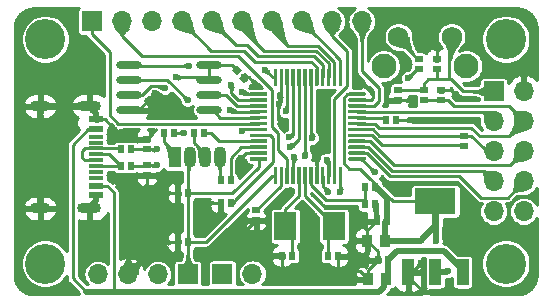
<source format=gbr>
G04 #@! TF.GenerationSoftware,KiCad,Pcbnew,(5.1.4)-1*
G04 #@! TF.CreationDate,2019-11-19T21:39:15+08:00*
G04 #@! TF.ProjectId,dap-stm32f103,6461702d-7374-46d3-9332-663130332e6b,rev?*
G04 #@! TF.SameCoordinates,Original*
G04 #@! TF.FileFunction,Copper,L1,Top*
G04 #@! TF.FilePolarity,Positive*
%FSLAX46Y46*%
G04 Gerber Fmt 4.6, Leading zero omitted, Abs format (unit mm)*
G04 Created by KiCad (PCBNEW (5.1.4)-1) date 2019-11-19 21:39:15*
%MOMM*%
%LPD*%
G04 APERTURE LIST*
%ADD10O,1.070000X1.800000*%
%ADD11R,1.070000X1.800000*%
%ADD12R,0.600000X0.650000*%
%ADD13O,1.700000X1.700000*%
%ADD14R,1.700000X1.700000*%
%ADD15C,2.100000*%
%ADD16C,1.750000*%
%ADD17R,0.650000X0.600000*%
%ADD18R,1.900000X2.400000*%
%ADD19R,1.000000X2.200000*%
%ADD20R,3.500000X2.200000*%
%ADD21C,0.100000*%
%ADD22C,0.300000*%
%ADD23O,2.200000X0.700000*%
%ADD24R,1.160000X0.600000*%
%ADD25R,1.160000X0.300000*%
%ADD26O,1.700000X0.900000*%
%ADD27O,2.000000X0.900000*%
%ADD28R,0.930000X0.980000*%
%ADD29C,0.600000*%
%ADD30C,3.400000*%
%ADD31C,0.250000*%
%ADD32C,0.500000*%
%ADD33C,0.025400*%
G04 APERTURE END LIST*
D10*
X163724000Y-96878000D03*
X162454000Y-96878000D03*
X161184000Y-96878000D03*
D11*
X159914000Y-96878000D03*
D12*
X177139000Y-105568000D03*
X177989000Y-105568000D03*
D13*
X153414000Y-106758000D03*
X155954000Y-106758000D03*
X158494000Y-106758000D03*
D14*
X161034000Y-106758000D03*
D15*
X177614000Y-89158000D03*
D16*
X178864000Y-86668000D03*
X183364000Y-86668000D03*
D15*
X184624000Y-89158000D03*
D12*
X162429000Y-94808000D03*
X161579000Y-94808000D03*
X164649000Y-98828000D03*
X163799000Y-98828000D03*
X159829000Y-94808000D03*
X158979000Y-94808000D03*
D17*
X180564000Y-88573000D03*
X180564000Y-89423000D03*
D13*
X166504000Y-106738000D03*
D14*
X163964000Y-106738000D03*
D13*
X175764000Y-85368000D03*
X173224000Y-85368000D03*
X170684000Y-85368000D03*
X168144000Y-85368000D03*
X165604000Y-85368000D03*
X163064000Y-85368000D03*
X160524000Y-85368000D03*
X157984000Y-85368000D03*
X155444000Y-85368000D03*
D14*
X152904000Y-85368000D03*
D18*
X169294000Y-102708000D03*
X173394000Y-102708000D03*
D19*
X184294000Y-106588000D03*
D20*
X181994000Y-100588000D03*
D19*
X181994000Y-106588000D03*
X179694000Y-106588000D03*
D21*
G36*
X167701351Y-96858361D02*
G01*
X167708632Y-96859441D01*
X167715771Y-96861229D01*
X167722701Y-96863709D01*
X167729355Y-96866856D01*
X167735668Y-96870640D01*
X167741579Y-96875024D01*
X167747033Y-96879967D01*
X167751976Y-96885421D01*
X167756360Y-96891332D01*
X167760144Y-96897645D01*
X167763291Y-96904299D01*
X167765771Y-96911229D01*
X167767559Y-96918368D01*
X167768639Y-96925649D01*
X167769000Y-96933000D01*
X167769000Y-97083000D01*
X167768639Y-97090351D01*
X167767559Y-97097632D01*
X167765771Y-97104771D01*
X167763291Y-97111701D01*
X167760144Y-97118355D01*
X167756360Y-97124668D01*
X167751976Y-97130579D01*
X167747033Y-97136033D01*
X167741579Y-97140976D01*
X167735668Y-97145360D01*
X167729355Y-97149144D01*
X167722701Y-97152291D01*
X167715771Y-97154771D01*
X167708632Y-97156559D01*
X167701351Y-97157639D01*
X167694000Y-97158000D01*
X166369000Y-97158000D01*
X166361649Y-97157639D01*
X166354368Y-97156559D01*
X166347229Y-97154771D01*
X166340299Y-97152291D01*
X166333645Y-97149144D01*
X166327332Y-97145360D01*
X166321421Y-97140976D01*
X166315967Y-97136033D01*
X166311024Y-97130579D01*
X166306640Y-97124668D01*
X166302856Y-97118355D01*
X166299709Y-97111701D01*
X166297229Y-97104771D01*
X166295441Y-97097632D01*
X166294361Y-97090351D01*
X166294000Y-97083000D01*
X166294000Y-96933000D01*
X166294361Y-96925649D01*
X166295441Y-96918368D01*
X166297229Y-96911229D01*
X166299709Y-96904299D01*
X166302856Y-96897645D01*
X166306640Y-96891332D01*
X166311024Y-96885421D01*
X166315967Y-96879967D01*
X166321421Y-96875024D01*
X166327332Y-96870640D01*
X166333645Y-96866856D01*
X166340299Y-96863709D01*
X166347229Y-96861229D01*
X166354368Y-96859441D01*
X166361649Y-96858361D01*
X166369000Y-96858000D01*
X167694000Y-96858000D01*
X167701351Y-96858361D01*
X167701351Y-96858361D01*
G37*
D22*
X167031500Y-97008000D03*
D21*
G36*
X167701351Y-96358361D02*
G01*
X167708632Y-96359441D01*
X167715771Y-96361229D01*
X167722701Y-96363709D01*
X167729355Y-96366856D01*
X167735668Y-96370640D01*
X167741579Y-96375024D01*
X167747033Y-96379967D01*
X167751976Y-96385421D01*
X167756360Y-96391332D01*
X167760144Y-96397645D01*
X167763291Y-96404299D01*
X167765771Y-96411229D01*
X167767559Y-96418368D01*
X167768639Y-96425649D01*
X167769000Y-96433000D01*
X167769000Y-96583000D01*
X167768639Y-96590351D01*
X167767559Y-96597632D01*
X167765771Y-96604771D01*
X167763291Y-96611701D01*
X167760144Y-96618355D01*
X167756360Y-96624668D01*
X167751976Y-96630579D01*
X167747033Y-96636033D01*
X167741579Y-96640976D01*
X167735668Y-96645360D01*
X167729355Y-96649144D01*
X167722701Y-96652291D01*
X167715771Y-96654771D01*
X167708632Y-96656559D01*
X167701351Y-96657639D01*
X167694000Y-96658000D01*
X166369000Y-96658000D01*
X166361649Y-96657639D01*
X166354368Y-96656559D01*
X166347229Y-96654771D01*
X166340299Y-96652291D01*
X166333645Y-96649144D01*
X166327332Y-96645360D01*
X166321421Y-96640976D01*
X166315967Y-96636033D01*
X166311024Y-96630579D01*
X166306640Y-96624668D01*
X166302856Y-96618355D01*
X166299709Y-96611701D01*
X166297229Y-96604771D01*
X166295441Y-96597632D01*
X166294361Y-96590351D01*
X166294000Y-96583000D01*
X166294000Y-96433000D01*
X166294361Y-96425649D01*
X166295441Y-96418368D01*
X166297229Y-96411229D01*
X166299709Y-96404299D01*
X166302856Y-96397645D01*
X166306640Y-96391332D01*
X166311024Y-96385421D01*
X166315967Y-96379967D01*
X166321421Y-96375024D01*
X166327332Y-96370640D01*
X166333645Y-96366856D01*
X166340299Y-96363709D01*
X166347229Y-96361229D01*
X166354368Y-96359441D01*
X166361649Y-96358361D01*
X166369000Y-96358000D01*
X167694000Y-96358000D01*
X167701351Y-96358361D01*
X167701351Y-96358361D01*
G37*
D22*
X167031500Y-96508000D03*
D21*
G36*
X167701351Y-95858361D02*
G01*
X167708632Y-95859441D01*
X167715771Y-95861229D01*
X167722701Y-95863709D01*
X167729355Y-95866856D01*
X167735668Y-95870640D01*
X167741579Y-95875024D01*
X167747033Y-95879967D01*
X167751976Y-95885421D01*
X167756360Y-95891332D01*
X167760144Y-95897645D01*
X167763291Y-95904299D01*
X167765771Y-95911229D01*
X167767559Y-95918368D01*
X167768639Y-95925649D01*
X167769000Y-95933000D01*
X167769000Y-96083000D01*
X167768639Y-96090351D01*
X167767559Y-96097632D01*
X167765771Y-96104771D01*
X167763291Y-96111701D01*
X167760144Y-96118355D01*
X167756360Y-96124668D01*
X167751976Y-96130579D01*
X167747033Y-96136033D01*
X167741579Y-96140976D01*
X167735668Y-96145360D01*
X167729355Y-96149144D01*
X167722701Y-96152291D01*
X167715771Y-96154771D01*
X167708632Y-96156559D01*
X167701351Y-96157639D01*
X167694000Y-96158000D01*
X166369000Y-96158000D01*
X166361649Y-96157639D01*
X166354368Y-96156559D01*
X166347229Y-96154771D01*
X166340299Y-96152291D01*
X166333645Y-96149144D01*
X166327332Y-96145360D01*
X166321421Y-96140976D01*
X166315967Y-96136033D01*
X166311024Y-96130579D01*
X166306640Y-96124668D01*
X166302856Y-96118355D01*
X166299709Y-96111701D01*
X166297229Y-96104771D01*
X166295441Y-96097632D01*
X166294361Y-96090351D01*
X166294000Y-96083000D01*
X166294000Y-95933000D01*
X166294361Y-95925649D01*
X166295441Y-95918368D01*
X166297229Y-95911229D01*
X166299709Y-95904299D01*
X166302856Y-95897645D01*
X166306640Y-95891332D01*
X166311024Y-95885421D01*
X166315967Y-95879967D01*
X166321421Y-95875024D01*
X166327332Y-95870640D01*
X166333645Y-95866856D01*
X166340299Y-95863709D01*
X166347229Y-95861229D01*
X166354368Y-95859441D01*
X166361649Y-95858361D01*
X166369000Y-95858000D01*
X167694000Y-95858000D01*
X167701351Y-95858361D01*
X167701351Y-95858361D01*
G37*
D22*
X167031500Y-96008000D03*
D21*
G36*
X167701351Y-95358361D02*
G01*
X167708632Y-95359441D01*
X167715771Y-95361229D01*
X167722701Y-95363709D01*
X167729355Y-95366856D01*
X167735668Y-95370640D01*
X167741579Y-95375024D01*
X167747033Y-95379967D01*
X167751976Y-95385421D01*
X167756360Y-95391332D01*
X167760144Y-95397645D01*
X167763291Y-95404299D01*
X167765771Y-95411229D01*
X167767559Y-95418368D01*
X167768639Y-95425649D01*
X167769000Y-95433000D01*
X167769000Y-95583000D01*
X167768639Y-95590351D01*
X167767559Y-95597632D01*
X167765771Y-95604771D01*
X167763291Y-95611701D01*
X167760144Y-95618355D01*
X167756360Y-95624668D01*
X167751976Y-95630579D01*
X167747033Y-95636033D01*
X167741579Y-95640976D01*
X167735668Y-95645360D01*
X167729355Y-95649144D01*
X167722701Y-95652291D01*
X167715771Y-95654771D01*
X167708632Y-95656559D01*
X167701351Y-95657639D01*
X167694000Y-95658000D01*
X166369000Y-95658000D01*
X166361649Y-95657639D01*
X166354368Y-95656559D01*
X166347229Y-95654771D01*
X166340299Y-95652291D01*
X166333645Y-95649144D01*
X166327332Y-95645360D01*
X166321421Y-95640976D01*
X166315967Y-95636033D01*
X166311024Y-95630579D01*
X166306640Y-95624668D01*
X166302856Y-95618355D01*
X166299709Y-95611701D01*
X166297229Y-95604771D01*
X166295441Y-95597632D01*
X166294361Y-95590351D01*
X166294000Y-95583000D01*
X166294000Y-95433000D01*
X166294361Y-95425649D01*
X166295441Y-95418368D01*
X166297229Y-95411229D01*
X166299709Y-95404299D01*
X166302856Y-95397645D01*
X166306640Y-95391332D01*
X166311024Y-95385421D01*
X166315967Y-95379967D01*
X166321421Y-95375024D01*
X166327332Y-95370640D01*
X166333645Y-95366856D01*
X166340299Y-95363709D01*
X166347229Y-95361229D01*
X166354368Y-95359441D01*
X166361649Y-95358361D01*
X166369000Y-95358000D01*
X167694000Y-95358000D01*
X167701351Y-95358361D01*
X167701351Y-95358361D01*
G37*
D22*
X167031500Y-95508000D03*
D21*
G36*
X167701351Y-94858361D02*
G01*
X167708632Y-94859441D01*
X167715771Y-94861229D01*
X167722701Y-94863709D01*
X167729355Y-94866856D01*
X167735668Y-94870640D01*
X167741579Y-94875024D01*
X167747033Y-94879967D01*
X167751976Y-94885421D01*
X167756360Y-94891332D01*
X167760144Y-94897645D01*
X167763291Y-94904299D01*
X167765771Y-94911229D01*
X167767559Y-94918368D01*
X167768639Y-94925649D01*
X167769000Y-94933000D01*
X167769000Y-95083000D01*
X167768639Y-95090351D01*
X167767559Y-95097632D01*
X167765771Y-95104771D01*
X167763291Y-95111701D01*
X167760144Y-95118355D01*
X167756360Y-95124668D01*
X167751976Y-95130579D01*
X167747033Y-95136033D01*
X167741579Y-95140976D01*
X167735668Y-95145360D01*
X167729355Y-95149144D01*
X167722701Y-95152291D01*
X167715771Y-95154771D01*
X167708632Y-95156559D01*
X167701351Y-95157639D01*
X167694000Y-95158000D01*
X166369000Y-95158000D01*
X166361649Y-95157639D01*
X166354368Y-95156559D01*
X166347229Y-95154771D01*
X166340299Y-95152291D01*
X166333645Y-95149144D01*
X166327332Y-95145360D01*
X166321421Y-95140976D01*
X166315967Y-95136033D01*
X166311024Y-95130579D01*
X166306640Y-95124668D01*
X166302856Y-95118355D01*
X166299709Y-95111701D01*
X166297229Y-95104771D01*
X166295441Y-95097632D01*
X166294361Y-95090351D01*
X166294000Y-95083000D01*
X166294000Y-94933000D01*
X166294361Y-94925649D01*
X166295441Y-94918368D01*
X166297229Y-94911229D01*
X166299709Y-94904299D01*
X166302856Y-94897645D01*
X166306640Y-94891332D01*
X166311024Y-94885421D01*
X166315967Y-94879967D01*
X166321421Y-94875024D01*
X166327332Y-94870640D01*
X166333645Y-94866856D01*
X166340299Y-94863709D01*
X166347229Y-94861229D01*
X166354368Y-94859441D01*
X166361649Y-94858361D01*
X166369000Y-94858000D01*
X167694000Y-94858000D01*
X167701351Y-94858361D01*
X167701351Y-94858361D01*
G37*
D22*
X167031500Y-95008000D03*
D21*
G36*
X167701351Y-94358361D02*
G01*
X167708632Y-94359441D01*
X167715771Y-94361229D01*
X167722701Y-94363709D01*
X167729355Y-94366856D01*
X167735668Y-94370640D01*
X167741579Y-94375024D01*
X167747033Y-94379967D01*
X167751976Y-94385421D01*
X167756360Y-94391332D01*
X167760144Y-94397645D01*
X167763291Y-94404299D01*
X167765771Y-94411229D01*
X167767559Y-94418368D01*
X167768639Y-94425649D01*
X167769000Y-94433000D01*
X167769000Y-94583000D01*
X167768639Y-94590351D01*
X167767559Y-94597632D01*
X167765771Y-94604771D01*
X167763291Y-94611701D01*
X167760144Y-94618355D01*
X167756360Y-94624668D01*
X167751976Y-94630579D01*
X167747033Y-94636033D01*
X167741579Y-94640976D01*
X167735668Y-94645360D01*
X167729355Y-94649144D01*
X167722701Y-94652291D01*
X167715771Y-94654771D01*
X167708632Y-94656559D01*
X167701351Y-94657639D01*
X167694000Y-94658000D01*
X166369000Y-94658000D01*
X166361649Y-94657639D01*
X166354368Y-94656559D01*
X166347229Y-94654771D01*
X166340299Y-94652291D01*
X166333645Y-94649144D01*
X166327332Y-94645360D01*
X166321421Y-94640976D01*
X166315967Y-94636033D01*
X166311024Y-94630579D01*
X166306640Y-94624668D01*
X166302856Y-94618355D01*
X166299709Y-94611701D01*
X166297229Y-94604771D01*
X166295441Y-94597632D01*
X166294361Y-94590351D01*
X166294000Y-94583000D01*
X166294000Y-94433000D01*
X166294361Y-94425649D01*
X166295441Y-94418368D01*
X166297229Y-94411229D01*
X166299709Y-94404299D01*
X166302856Y-94397645D01*
X166306640Y-94391332D01*
X166311024Y-94385421D01*
X166315967Y-94379967D01*
X166321421Y-94375024D01*
X166327332Y-94370640D01*
X166333645Y-94366856D01*
X166340299Y-94363709D01*
X166347229Y-94361229D01*
X166354368Y-94359441D01*
X166361649Y-94358361D01*
X166369000Y-94358000D01*
X167694000Y-94358000D01*
X167701351Y-94358361D01*
X167701351Y-94358361D01*
G37*
D22*
X167031500Y-94508000D03*
D21*
G36*
X167701351Y-93858361D02*
G01*
X167708632Y-93859441D01*
X167715771Y-93861229D01*
X167722701Y-93863709D01*
X167729355Y-93866856D01*
X167735668Y-93870640D01*
X167741579Y-93875024D01*
X167747033Y-93879967D01*
X167751976Y-93885421D01*
X167756360Y-93891332D01*
X167760144Y-93897645D01*
X167763291Y-93904299D01*
X167765771Y-93911229D01*
X167767559Y-93918368D01*
X167768639Y-93925649D01*
X167769000Y-93933000D01*
X167769000Y-94083000D01*
X167768639Y-94090351D01*
X167767559Y-94097632D01*
X167765771Y-94104771D01*
X167763291Y-94111701D01*
X167760144Y-94118355D01*
X167756360Y-94124668D01*
X167751976Y-94130579D01*
X167747033Y-94136033D01*
X167741579Y-94140976D01*
X167735668Y-94145360D01*
X167729355Y-94149144D01*
X167722701Y-94152291D01*
X167715771Y-94154771D01*
X167708632Y-94156559D01*
X167701351Y-94157639D01*
X167694000Y-94158000D01*
X166369000Y-94158000D01*
X166361649Y-94157639D01*
X166354368Y-94156559D01*
X166347229Y-94154771D01*
X166340299Y-94152291D01*
X166333645Y-94149144D01*
X166327332Y-94145360D01*
X166321421Y-94140976D01*
X166315967Y-94136033D01*
X166311024Y-94130579D01*
X166306640Y-94124668D01*
X166302856Y-94118355D01*
X166299709Y-94111701D01*
X166297229Y-94104771D01*
X166295441Y-94097632D01*
X166294361Y-94090351D01*
X166294000Y-94083000D01*
X166294000Y-93933000D01*
X166294361Y-93925649D01*
X166295441Y-93918368D01*
X166297229Y-93911229D01*
X166299709Y-93904299D01*
X166302856Y-93897645D01*
X166306640Y-93891332D01*
X166311024Y-93885421D01*
X166315967Y-93879967D01*
X166321421Y-93875024D01*
X166327332Y-93870640D01*
X166333645Y-93866856D01*
X166340299Y-93863709D01*
X166347229Y-93861229D01*
X166354368Y-93859441D01*
X166361649Y-93858361D01*
X166369000Y-93858000D01*
X167694000Y-93858000D01*
X167701351Y-93858361D01*
X167701351Y-93858361D01*
G37*
D22*
X167031500Y-94008000D03*
D21*
G36*
X167701351Y-93358361D02*
G01*
X167708632Y-93359441D01*
X167715771Y-93361229D01*
X167722701Y-93363709D01*
X167729355Y-93366856D01*
X167735668Y-93370640D01*
X167741579Y-93375024D01*
X167747033Y-93379967D01*
X167751976Y-93385421D01*
X167756360Y-93391332D01*
X167760144Y-93397645D01*
X167763291Y-93404299D01*
X167765771Y-93411229D01*
X167767559Y-93418368D01*
X167768639Y-93425649D01*
X167769000Y-93433000D01*
X167769000Y-93583000D01*
X167768639Y-93590351D01*
X167767559Y-93597632D01*
X167765771Y-93604771D01*
X167763291Y-93611701D01*
X167760144Y-93618355D01*
X167756360Y-93624668D01*
X167751976Y-93630579D01*
X167747033Y-93636033D01*
X167741579Y-93640976D01*
X167735668Y-93645360D01*
X167729355Y-93649144D01*
X167722701Y-93652291D01*
X167715771Y-93654771D01*
X167708632Y-93656559D01*
X167701351Y-93657639D01*
X167694000Y-93658000D01*
X166369000Y-93658000D01*
X166361649Y-93657639D01*
X166354368Y-93656559D01*
X166347229Y-93654771D01*
X166340299Y-93652291D01*
X166333645Y-93649144D01*
X166327332Y-93645360D01*
X166321421Y-93640976D01*
X166315967Y-93636033D01*
X166311024Y-93630579D01*
X166306640Y-93624668D01*
X166302856Y-93618355D01*
X166299709Y-93611701D01*
X166297229Y-93604771D01*
X166295441Y-93597632D01*
X166294361Y-93590351D01*
X166294000Y-93583000D01*
X166294000Y-93433000D01*
X166294361Y-93425649D01*
X166295441Y-93418368D01*
X166297229Y-93411229D01*
X166299709Y-93404299D01*
X166302856Y-93397645D01*
X166306640Y-93391332D01*
X166311024Y-93385421D01*
X166315967Y-93379967D01*
X166321421Y-93375024D01*
X166327332Y-93370640D01*
X166333645Y-93366856D01*
X166340299Y-93363709D01*
X166347229Y-93361229D01*
X166354368Y-93359441D01*
X166361649Y-93358361D01*
X166369000Y-93358000D01*
X167694000Y-93358000D01*
X167701351Y-93358361D01*
X167701351Y-93358361D01*
G37*
D22*
X167031500Y-93508000D03*
D21*
G36*
X167701351Y-92858361D02*
G01*
X167708632Y-92859441D01*
X167715771Y-92861229D01*
X167722701Y-92863709D01*
X167729355Y-92866856D01*
X167735668Y-92870640D01*
X167741579Y-92875024D01*
X167747033Y-92879967D01*
X167751976Y-92885421D01*
X167756360Y-92891332D01*
X167760144Y-92897645D01*
X167763291Y-92904299D01*
X167765771Y-92911229D01*
X167767559Y-92918368D01*
X167768639Y-92925649D01*
X167769000Y-92933000D01*
X167769000Y-93083000D01*
X167768639Y-93090351D01*
X167767559Y-93097632D01*
X167765771Y-93104771D01*
X167763291Y-93111701D01*
X167760144Y-93118355D01*
X167756360Y-93124668D01*
X167751976Y-93130579D01*
X167747033Y-93136033D01*
X167741579Y-93140976D01*
X167735668Y-93145360D01*
X167729355Y-93149144D01*
X167722701Y-93152291D01*
X167715771Y-93154771D01*
X167708632Y-93156559D01*
X167701351Y-93157639D01*
X167694000Y-93158000D01*
X166369000Y-93158000D01*
X166361649Y-93157639D01*
X166354368Y-93156559D01*
X166347229Y-93154771D01*
X166340299Y-93152291D01*
X166333645Y-93149144D01*
X166327332Y-93145360D01*
X166321421Y-93140976D01*
X166315967Y-93136033D01*
X166311024Y-93130579D01*
X166306640Y-93124668D01*
X166302856Y-93118355D01*
X166299709Y-93111701D01*
X166297229Y-93104771D01*
X166295441Y-93097632D01*
X166294361Y-93090351D01*
X166294000Y-93083000D01*
X166294000Y-92933000D01*
X166294361Y-92925649D01*
X166295441Y-92918368D01*
X166297229Y-92911229D01*
X166299709Y-92904299D01*
X166302856Y-92897645D01*
X166306640Y-92891332D01*
X166311024Y-92885421D01*
X166315967Y-92879967D01*
X166321421Y-92875024D01*
X166327332Y-92870640D01*
X166333645Y-92866856D01*
X166340299Y-92863709D01*
X166347229Y-92861229D01*
X166354368Y-92859441D01*
X166361649Y-92858361D01*
X166369000Y-92858000D01*
X167694000Y-92858000D01*
X167701351Y-92858361D01*
X167701351Y-92858361D01*
G37*
D22*
X167031500Y-93008000D03*
D21*
G36*
X167701351Y-92358361D02*
G01*
X167708632Y-92359441D01*
X167715771Y-92361229D01*
X167722701Y-92363709D01*
X167729355Y-92366856D01*
X167735668Y-92370640D01*
X167741579Y-92375024D01*
X167747033Y-92379967D01*
X167751976Y-92385421D01*
X167756360Y-92391332D01*
X167760144Y-92397645D01*
X167763291Y-92404299D01*
X167765771Y-92411229D01*
X167767559Y-92418368D01*
X167768639Y-92425649D01*
X167769000Y-92433000D01*
X167769000Y-92583000D01*
X167768639Y-92590351D01*
X167767559Y-92597632D01*
X167765771Y-92604771D01*
X167763291Y-92611701D01*
X167760144Y-92618355D01*
X167756360Y-92624668D01*
X167751976Y-92630579D01*
X167747033Y-92636033D01*
X167741579Y-92640976D01*
X167735668Y-92645360D01*
X167729355Y-92649144D01*
X167722701Y-92652291D01*
X167715771Y-92654771D01*
X167708632Y-92656559D01*
X167701351Y-92657639D01*
X167694000Y-92658000D01*
X166369000Y-92658000D01*
X166361649Y-92657639D01*
X166354368Y-92656559D01*
X166347229Y-92654771D01*
X166340299Y-92652291D01*
X166333645Y-92649144D01*
X166327332Y-92645360D01*
X166321421Y-92640976D01*
X166315967Y-92636033D01*
X166311024Y-92630579D01*
X166306640Y-92624668D01*
X166302856Y-92618355D01*
X166299709Y-92611701D01*
X166297229Y-92604771D01*
X166295441Y-92597632D01*
X166294361Y-92590351D01*
X166294000Y-92583000D01*
X166294000Y-92433000D01*
X166294361Y-92425649D01*
X166295441Y-92418368D01*
X166297229Y-92411229D01*
X166299709Y-92404299D01*
X166302856Y-92397645D01*
X166306640Y-92391332D01*
X166311024Y-92385421D01*
X166315967Y-92379967D01*
X166321421Y-92375024D01*
X166327332Y-92370640D01*
X166333645Y-92366856D01*
X166340299Y-92363709D01*
X166347229Y-92361229D01*
X166354368Y-92359441D01*
X166361649Y-92358361D01*
X166369000Y-92358000D01*
X167694000Y-92358000D01*
X167701351Y-92358361D01*
X167701351Y-92358361D01*
G37*
D22*
X167031500Y-92508000D03*
D21*
G36*
X167701351Y-91858361D02*
G01*
X167708632Y-91859441D01*
X167715771Y-91861229D01*
X167722701Y-91863709D01*
X167729355Y-91866856D01*
X167735668Y-91870640D01*
X167741579Y-91875024D01*
X167747033Y-91879967D01*
X167751976Y-91885421D01*
X167756360Y-91891332D01*
X167760144Y-91897645D01*
X167763291Y-91904299D01*
X167765771Y-91911229D01*
X167767559Y-91918368D01*
X167768639Y-91925649D01*
X167769000Y-91933000D01*
X167769000Y-92083000D01*
X167768639Y-92090351D01*
X167767559Y-92097632D01*
X167765771Y-92104771D01*
X167763291Y-92111701D01*
X167760144Y-92118355D01*
X167756360Y-92124668D01*
X167751976Y-92130579D01*
X167747033Y-92136033D01*
X167741579Y-92140976D01*
X167735668Y-92145360D01*
X167729355Y-92149144D01*
X167722701Y-92152291D01*
X167715771Y-92154771D01*
X167708632Y-92156559D01*
X167701351Y-92157639D01*
X167694000Y-92158000D01*
X166369000Y-92158000D01*
X166361649Y-92157639D01*
X166354368Y-92156559D01*
X166347229Y-92154771D01*
X166340299Y-92152291D01*
X166333645Y-92149144D01*
X166327332Y-92145360D01*
X166321421Y-92140976D01*
X166315967Y-92136033D01*
X166311024Y-92130579D01*
X166306640Y-92124668D01*
X166302856Y-92118355D01*
X166299709Y-92111701D01*
X166297229Y-92104771D01*
X166295441Y-92097632D01*
X166294361Y-92090351D01*
X166294000Y-92083000D01*
X166294000Y-91933000D01*
X166294361Y-91925649D01*
X166295441Y-91918368D01*
X166297229Y-91911229D01*
X166299709Y-91904299D01*
X166302856Y-91897645D01*
X166306640Y-91891332D01*
X166311024Y-91885421D01*
X166315967Y-91879967D01*
X166321421Y-91875024D01*
X166327332Y-91870640D01*
X166333645Y-91866856D01*
X166340299Y-91863709D01*
X166347229Y-91861229D01*
X166354368Y-91859441D01*
X166361649Y-91858361D01*
X166369000Y-91858000D01*
X167694000Y-91858000D01*
X167701351Y-91858361D01*
X167701351Y-91858361D01*
G37*
D22*
X167031500Y-92008000D03*
D21*
G36*
X167701351Y-91358361D02*
G01*
X167708632Y-91359441D01*
X167715771Y-91361229D01*
X167722701Y-91363709D01*
X167729355Y-91366856D01*
X167735668Y-91370640D01*
X167741579Y-91375024D01*
X167747033Y-91379967D01*
X167751976Y-91385421D01*
X167756360Y-91391332D01*
X167760144Y-91397645D01*
X167763291Y-91404299D01*
X167765771Y-91411229D01*
X167767559Y-91418368D01*
X167768639Y-91425649D01*
X167769000Y-91433000D01*
X167769000Y-91583000D01*
X167768639Y-91590351D01*
X167767559Y-91597632D01*
X167765771Y-91604771D01*
X167763291Y-91611701D01*
X167760144Y-91618355D01*
X167756360Y-91624668D01*
X167751976Y-91630579D01*
X167747033Y-91636033D01*
X167741579Y-91640976D01*
X167735668Y-91645360D01*
X167729355Y-91649144D01*
X167722701Y-91652291D01*
X167715771Y-91654771D01*
X167708632Y-91656559D01*
X167701351Y-91657639D01*
X167694000Y-91658000D01*
X166369000Y-91658000D01*
X166361649Y-91657639D01*
X166354368Y-91656559D01*
X166347229Y-91654771D01*
X166340299Y-91652291D01*
X166333645Y-91649144D01*
X166327332Y-91645360D01*
X166321421Y-91640976D01*
X166315967Y-91636033D01*
X166311024Y-91630579D01*
X166306640Y-91624668D01*
X166302856Y-91618355D01*
X166299709Y-91611701D01*
X166297229Y-91604771D01*
X166295441Y-91597632D01*
X166294361Y-91590351D01*
X166294000Y-91583000D01*
X166294000Y-91433000D01*
X166294361Y-91425649D01*
X166295441Y-91418368D01*
X166297229Y-91411229D01*
X166299709Y-91404299D01*
X166302856Y-91397645D01*
X166306640Y-91391332D01*
X166311024Y-91385421D01*
X166315967Y-91379967D01*
X166321421Y-91375024D01*
X166327332Y-91370640D01*
X166333645Y-91366856D01*
X166340299Y-91363709D01*
X166347229Y-91361229D01*
X166354368Y-91359441D01*
X166361649Y-91358361D01*
X166369000Y-91358000D01*
X167694000Y-91358000D01*
X167701351Y-91358361D01*
X167701351Y-91358361D01*
G37*
D22*
X167031500Y-91508000D03*
D21*
G36*
X168526351Y-89358361D02*
G01*
X168533632Y-89359441D01*
X168540771Y-89361229D01*
X168547701Y-89363709D01*
X168554355Y-89366856D01*
X168560668Y-89370640D01*
X168566579Y-89375024D01*
X168572033Y-89379967D01*
X168576976Y-89385421D01*
X168581360Y-89391332D01*
X168585144Y-89397645D01*
X168588291Y-89404299D01*
X168590771Y-89411229D01*
X168592559Y-89418368D01*
X168593639Y-89425649D01*
X168594000Y-89433000D01*
X168594000Y-90758000D01*
X168593639Y-90765351D01*
X168592559Y-90772632D01*
X168590771Y-90779771D01*
X168588291Y-90786701D01*
X168585144Y-90793355D01*
X168581360Y-90799668D01*
X168576976Y-90805579D01*
X168572033Y-90811033D01*
X168566579Y-90815976D01*
X168560668Y-90820360D01*
X168554355Y-90824144D01*
X168547701Y-90827291D01*
X168540771Y-90829771D01*
X168533632Y-90831559D01*
X168526351Y-90832639D01*
X168519000Y-90833000D01*
X168369000Y-90833000D01*
X168361649Y-90832639D01*
X168354368Y-90831559D01*
X168347229Y-90829771D01*
X168340299Y-90827291D01*
X168333645Y-90824144D01*
X168327332Y-90820360D01*
X168321421Y-90815976D01*
X168315967Y-90811033D01*
X168311024Y-90805579D01*
X168306640Y-90799668D01*
X168302856Y-90793355D01*
X168299709Y-90786701D01*
X168297229Y-90779771D01*
X168295441Y-90772632D01*
X168294361Y-90765351D01*
X168294000Y-90758000D01*
X168294000Y-89433000D01*
X168294361Y-89425649D01*
X168295441Y-89418368D01*
X168297229Y-89411229D01*
X168299709Y-89404299D01*
X168302856Y-89397645D01*
X168306640Y-89391332D01*
X168311024Y-89385421D01*
X168315967Y-89379967D01*
X168321421Y-89375024D01*
X168327332Y-89370640D01*
X168333645Y-89366856D01*
X168340299Y-89363709D01*
X168347229Y-89361229D01*
X168354368Y-89359441D01*
X168361649Y-89358361D01*
X168369000Y-89358000D01*
X168519000Y-89358000D01*
X168526351Y-89358361D01*
X168526351Y-89358361D01*
G37*
D22*
X168444000Y-90095500D03*
D21*
G36*
X169026351Y-89358361D02*
G01*
X169033632Y-89359441D01*
X169040771Y-89361229D01*
X169047701Y-89363709D01*
X169054355Y-89366856D01*
X169060668Y-89370640D01*
X169066579Y-89375024D01*
X169072033Y-89379967D01*
X169076976Y-89385421D01*
X169081360Y-89391332D01*
X169085144Y-89397645D01*
X169088291Y-89404299D01*
X169090771Y-89411229D01*
X169092559Y-89418368D01*
X169093639Y-89425649D01*
X169094000Y-89433000D01*
X169094000Y-90758000D01*
X169093639Y-90765351D01*
X169092559Y-90772632D01*
X169090771Y-90779771D01*
X169088291Y-90786701D01*
X169085144Y-90793355D01*
X169081360Y-90799668D01*
X169076976Y-90805579D01*
X169072033Y-90811033D01*
X169066579Y-90815976D01*
X169060668Y-90820360D01*
X169054355Y-90824144D01*
X169047701Y-90827291D01*
X169040771Y-90829771D01*
X169033632Y-90831559D01*
X169026351Y-90832639D01*
X169019000Y-90833000D01*
X168869000Y-90833000D01*
X168861649Y-90832639D01*
X168854368Y-90831559D01*
X168847229Y-90829771D01*
X168840299Y-90827291D01*
X168833645Y-90824144D01*
X168827332Y-90820360D01*
X168821421Y-90815976D01*
X168815967Y-90811033D01*
X168811024Y-90805579D01*
X168806640Y-90799668D01*
X168802856Y-90793355D01*
X168799709Y-90786701D01*
X168797229Y-90779771D01*
X168795441Y-90772632D01*
X168794361Y-90765351D01*
X168794000Y-90758000D01*
X168794000Y-89433000D01*
X168794361Y-89425649D01*
X168795441Y-89418368D01*
X168797229Y-89411229D01*
X168799709Y-89404299D01*
X168802856Y-89397645D01*
X168806640Y-89391332D01*
X168811024Y-89385421D01*
X168815967Y-89379967D01*
X168821421Y-89375024D01*
X168827332Y-89370640D01*
X168833645Y-89366856D01*
X168840299Y-89363709D01*
X168847229Y-89361229D01*
X168854368Y-89359441D01*
X168861649Y-89358361D01*
X168869000Y-89358000D01*
X169019000Y-89358000D01*
X169026351Y-89358361D01*
X169026351Y-89358361D01*
G37*
D22*
X168944000Y-90095500D03*
D21*
G36*
X169526351Y-89358361D02*
G01*
X169533632Y-89359441D01*
X169540771Y-89361229D01*
X169547701Y-89363709D01*
X169554355Y-89366856D01*
X169560668Y-89370640D01*
X169566579Y-89375024D01*
X169572033Y-89379967D01*
X169576976Y-89385421D01*
X169581360Y-89391332D01*
X169585144Y-89397645D01*
X169588291Y-89404299D01*
X169590771Y-89411229D01*
X169592559Y-89418368D01*
X169593639Y-89425649D01*
X169594000Y-89433000D01*
X169594000Y-90758000D01*
X169593639Y-90765351D01*
X169592559Y-90772632D01*
X169590771Y-90779771D01*
X169588291Y-90786701D01*
X169585144Y-90793355D01*
X169581360Y-90799668D01*
X169576976Y-90805579D01*
X169572033Y-90811033D01*
X169566579Y-90815976D01*
X169560668Y-90820360D01*
X169554355Y-90824144D01*
X169547701Y-90827291D01*
X169540771Y-90829771D01*
X169533632Y-90831559D01*
X169526351Y-90832639D01*
X169519000Y-90833000D01*
X169369000Y-90833000D01*
X169361649Y-90832639D01*
X169354368Y-90831559D01*
X169347229Y-90829771D01*
X169340299Y-90827291D01*
X169333645Y-90824144D01*
X169327332Y-90820360D01*
X169321421Y-90815976D01*
X169315967Y-90811033D01*
X169311024Y-90805579D01*
X169306640Y-90799668D01*
X169302856Y-90793355D01*
X169299709Y-90786701D01*
X169297229Y-90779771D01*
X169295441Y-90772632D01*
X169294361Y-90765351D01*
X169294000Y-90758000D01*
X169294000Y-89433000D01*
X169294361Y-89425649D01*
X169295441Y-89418368D01*
X169297229Y-89411229D01*
X169299709Y-89404299D01*
X169302856Y-89397645D01*
X169306640Y-89391332D01*
X169311024Y-89385421D01*
X169315967Y-89379967D01*
X169321421Y-89375024D01*
X169327332Y-89370640D01*
X169333645Y-89366856D01*
X169340299Y-89363709D01*
X169347229Y-89361229D01*
X169354368Y-89359441D01*
X169361649Y-89358361D01*
X169369000Y-89358000D01*
X169519000Y-89358000D01*
X169526351Y-89358361D01*
X169526351Y-89358361D01*
G37*
D22*
X169444000Y-90095500D03*
D21*
G36*
X170026351Y-89358361D02*
G01*
X170033632Y-89359441D01*
X170040771Y-89361229D01*
X170047701Y-89363709D01*
X170054355Y-89366856D01*
X170060668Y-89370640D01*
X170066579Y-89375024D01*
X170072033Y-89379967D01*
X170076976Y-89385421D01*
X170081360Y-89391332D01*
X170085144Y-89397645D01*
X170088291Y-89404299D01*
X170090771Y-89411229D01*
X170092559Y-89418368D01*
X170093639Y-89425649D01*
X170094000Y-89433000D01*
X170094000Y-90758000D01*
X170093639Y-90765351D01*
X170092559Y-90772632D01*
X170090771Y-90779771D01*
X170088291Y-90786701D01*
X170085144Y-90793355D01*
X170081360Y-90799668D01*
X170076976Y-90805579D01*
X170072033Y-90811033D01*
X170066579Y-90815976D01*
X170060668Y-90820360D01*
X170054355Y-90824144D01*
X170047701Y-90827291D01*
X170040771Y-90829771D01*
X170033632Y-90831559D01*
X170026351Y-90832639D01*
X170019000Y-90833000D01*
X169869000Y-90833000D01*
X169861649Y-90832639D01*
X169854368Y-90831559D01*
X169847229Y-90829771D01*
X169840299Y-90827291D01*
X169833645Y-90824144D01*
X169827332Y-90820360D01*
X169821421Y-90815976D01*
X169815967Y-90811033D01*
X169811024Y-90805579D01*
X169806640Y-90799668D01*
X169802856Y-90793355D01*
X169799709Y-90786701D01*
X169797229Y-90779771D01*
X169795441Y-90772632D01*
X169794361Y-90765351D01*
X169794000Y-90758000D01*
X169794000Y-89433000D01*
X169794361Y-89425649D01*
X169795441Y-89418368D01*
X169797229Y-89411229D01*
X169799709Y-89404299D01*
X169802856Y-89397645D01*
X169806640Y-89391332D01*
X169811024Y-89385421D01*
X169815967Y-89379967D01*
X169821421Y-89375024D01*
X169827332Y-89370640D01*
X169833645Y-89366856D01*
X169840299Y-89363709D01*
X169847229Y-89361229D01*
X169854368Y-89359441D01*
X169861649Y-89358361D01*
X169869000Y-89358000D01*
X170019000Y-89358000D01*
X170026351Y-89358361D01*
X170026351Y-89358361D01*
G37*
D22*
X169944000Y-90095500D03*
D21*
G36*
X170526351Y-89358361D02*
G01*
X170533632Y-89359441D01*
X170540771Y-89361229D01*
X170547701Y-89363709D01*
X170554355Y-89366856D01*
X170560668Y-89370640D01*
X170566579Y-89375024D01*
X170572033Y-89379967D01*
X170576976Y-89385421D01*
X170581360Y-89391332D01*
X170585144Y-89397645D01*
X170588291Y-89404299D01*
X170590771Y-89411229D01*
X170592559Y-89418368D01*
X170593639Y-89425649D01*
X170594000Y-89433000D01*
X170594000Y-90758000D01*
X170593639Y-90765351D01*
X170592559Y-90772632D01*
X170590771Y-90779771D01*
X170588291Y-90786701D01*
X170585144Y-90793355D01*
X170581360Y-90799668D01*
X170576976Y-90805579D01*
X170572033Y-90811033D01*
X170566579Y-90815976D01*
X170560668Y-90820360D01*
X170554355Y-90824144D01*
X170547701Y-90827291D01*
X170540771Y-90829771D01*
X170533632Y-90831559D01*
X170526351Y-90832639D01*
X170519000Y-90833000D01*
X170369000Y-90833000D01*
X170361649Y-90832639D01*
X170354368Y-90831559D01*
X170347229Y-90829771D01*
X170340299Y-90827291D01*
X170333645Y-90824144D01*
X170327332Y-90820360D01*
X170321421Y-90815976D01*
X170315967Y-90811033D01*
X170311024Y-90805579D01*
X170306640Y-90799668D01*
X170302856Y-90793355D01*
X170299709Y-90786701D01*
X170297229Y-90779771D01*
X170295441Y-90772632D01*
X170294361Y-90765351D01*
X170294000Y-90758000D01*
X170294000Y-89433000D01*
X170294361Y-89425649D01*
X170295441Y-89418368D01*
X170297229Y-89411229D01*
X170299709Y-89404299D01*
X170302856Y-89397645D01*
X170306640Y-89391332D01*
X170311024Y-89385421D01*
X170315967Y-89379967D01*
X170321421Y-89375024D01*
X170327332Y-89370640D01*
X170333645Y-89366856D01*
X170340299Y-89363709D01*
X170347229Y-89361229D01*
X170354368Y-89359441D01*
X170361649Y-89358361D01*
X170369000Y-89358000D01*
X170519000Y-89358000D01*
X170526351Y-89358361D01*
X170526351Y-89358361D01*
G37*
D22*
X170444000Y-90095500D03*
D21*
G36*
X171026351Y-89358361D02*
G01*
X171033632Y-89359441D01*
X171040771Y-89361229D01*
X171047701Y-89363709D01*
X171054355Y-89366856D01*
X171060668Y-89370640D01*
X171066579Y-89375024D01*
X171072033Y-89379967D01*
X171076976Y-89385421D01*
X171081360Y-89391332D01*
X171085144Y-89397645D01*
X171088291Y-89404299D01*
X171090771Y-89411229D01*
X171092559Y-89418368D01*
X171093639Y-89425649D01*
X171094000Y-89433000D01*
X171094000Y-90758000D01*
X171093639Y-90765351D01*
X171092559Y-90772632D01*
X171090771Y-90779771D01*
X171088291Y-90786701D01*
X171085144Y-90793355D01*
X171081360Y-90799668D01*
X171076976Y-90805579D01*
X171072033Y-90811033D01*
X171066579Y-90815976D01*
X171060668Y-90820360D01*
X171054355Y-90824144D01*
X171047701Y-90827291D01*
X171040771Y-90829771D01*
X171033632Y-90831559D01*
X171026351Y-90832639D01*
X171019000Y-90833000D01*
X170869000Y-90833000D01*
X170861649Y-90832639D01*
X170854368Y-90831559D01*
X170847229Y-90829771D01*
X170840299Y-90827291D01*
X170833645Y-90824144D01*
X170827332Y-90820360D01*
X170821421Y-90815976D01*
X170815967Y-90811033D01*
X170811024Y-90805579D01*
X170806640Y-90799668D01*
X170802856Y-90793355D01*
X170799709Y-90786701D01*
X170797229Y-90779771D01*
X170795441Y-90772632D01*
X170794361Y-90765351D01*
X170794000Y-90758000D01*
X170794000Y-89433000D01*
X170794361Y-89425649D01*
X170795441Y-89418368D01*
X170797229Y-89411229D01*
X170799709Y-89404299D01*
X170802856Y-89397645D01*
X170806640Y-89391332D01*
X170811024Y-89385421D01*
X170815967Y-89379967D01*
X170821421Y-89375024D01*
X170827332Y-89370640D01*
X170833645Y-89366856D01*
X170840299Y-89363709D01*
X170847229Y-89361229D01*
X170854368Y-89359441D01*
X170861649Y-89358361D01*
X170869000Y-89358000D01*
X171019000Y-89358000D01*
X171026351Y-89358361D01*
X171026351Y-89358361D01*
G37*
D22*
X170944000Y-90095500D03*
D21*
G36*
X171526351Y-89358361D02*
G01*
X171533632Y-89359441D01*
X171540771Y-89361229D01*
X171547701Y-89363709D01*
X171554355Y-89366856D01*
X171560668Y-89370640D01*
X171566579Y-89375024D01*
X171572033Y-89379967D01*
X171576976Y-89385421D01*
X171581360Y-89391332D01*
X171585144Y-89397645D01*
X171588291Y-89404299D01*
X171590771Y-89411229D01*
X171592559Y-89418368D01*
X171593639Y-89425649D01*
X171594000Y-89433000D01*
X171594000Y-90758000D01*
X171593639Y-90765351D01*
X171592559Y-90772632D01*
X171590771Y-90779771D01*
X171588291Y-90786701D01*
X171585144Y-90793355D01*
X171581360Y-90799668D01*
X171576976Y-90805579D01*
X171572033Y-90811033D01*
X171566579Y-90815976D01*
X171560668Y-90820360D01*
X171554355Y-90824144D01*
X171547701Y-90827291D01*
X171540771Y-90829771D01*
X171533632Y-90831559D01*
X171526351Y-90832639D01*
X171519000Y-90833000D01*
X171369000Y-90833000D01*
X171361649Y-90832639D01*
X171354368Y-90831559D01*
X171347229Y-90829771D01*
X171340299Y-90827291D01*
X171333645Y-90824144D01*
X171327332Y-90820360D01*
X171321421Y-90815976D01*
X171315967Y-90811033D01*
X171311024Y-90805579D01*
X171306640Y-90799668D01*
X171302856Y-90793355D01*
X171299709Y-90786701D01*
X171297229Y-90779771D01*
X171295441Y-90772632D01*
X171294361Y-90765351D01*
X171294000Y-90758000D01*
X171294000Y-89433000D01*
X171294361Y-89425649D01*
X171295441Y-89418368D01*
X171297229Y-89411229D01*
X171299709Y-89404299D01*
X171302856Y-89397645D01*
X171306640Y-89391332D01*
X171311024Y-89385421D01*
X171315967Y-89379967D01*
X171321421Y-89375024D01*
X171327332Y-89370640D01*
X171333645Y-89366856D01*
X171340299Y-89363709D01*
X171347229Y-89361229D01*
X171354368Y-89359441D01*
X171361649Y-89358361D01*
X171369000Y-89358000D01*
X171519000Y-89358000D01*
X171526351Y-89358361D01*
X171526351Y-89358361D01*
G37*
D22*
X171444000Y-90095500D03*
D21*
G36*
X172026351Y-89358361D02*
G01*
X172033632Y-89359441D01*
X172040771Y-89361229D01*
X172047701Y-89363709D01*
X172054355Y-89366856D01*
X172060668Y-89370640D01*
X172066579Y-89375024D01*
X172072033Y-89379967D01*
X172076976Y-89385421D01*
X172081360Y-89391332D01*
X172085144Y-89397645D01*
X172088291Y-89404299D01*
X172090771Y-89411229D01*
X172092559Y-89418368D01*
X172093639Y-89425649D01*
X172094000Y-89433000D01*
X172094000Y-90758000D01*
X172093639Y-90765351D01*
X172092559Y-90772632D01*
X172090771Y-90779771D01*
X172088291Y-90786701D01*
X172085144Y-90793355D01*
X172081360Y-90799668D01*
X172076976Y-90805579D01*
X172072033Y-90811033D01*
X172066579Y-90815976D01*
X172060668Y-90820360D01*
X172054355Y-90824144D01*
X172047701Y-90827291D01*
X172040771Y-90829771D01*
X172033632Y-90831559D01*
X172026351Y-90832639D01*
X172019000Y-90833000D01*
X171869000Y-90833000D01*
X171861649Y-90832639D01*
X171854368Y-90831559D01*
X171847229Y-90829771D01*
X171840299Y-90827291D01*
X171833645Y-90824144D01*
X171827332Y-90820360D01*
X171821421Y-90815976D01*
X171815967Y-90811033D01*
X171811024Y-90805579D01*
X171806640Y-90799668D01*
X171802856Y-90793355D01*
X171799709Y-90786701D01*
X171797229Y-90779771D01*
X171795441Y-90772632D01*
X171794361Y-90765351D01*
X171794000Y-90758000D01*
X171794000Y-89433000D01*
X171794361Y-89425649D01*
X171795441Y-89418368D01*
X171797229Y-89411229D01*
X171799709Y-89404299D01*
X171802856Y-89397645D01*
X171806640Y-89391332D01*
X171811024Y-89385421D01*
X171815967Y-89379967D01*
X171821421Y-89375024D01*
X171827332Y-89370640D01*
X171833645Y-89366856D01*
X171840299Y-89363709D01*
X171847229Y-89361229D01*
X171854368Y-89359441D01*
X171861649Y-89358361D01*
X171869000Y-89358000D01*
X172019000Y-89358000D01*
X172026351Y-89358361D01*
X172026351Y-89358361D01*
G37*
D22*
X171944000Y-90095500D03*
D21*
G36*
X172526351Y-89358361D02*
G01*
X172533632Y-89359441D01*
X172540771Y-89361229D01*
X172547701Y-89363709D01*
X172554355Y-89366856D01*
X172560668Y-89370640D01*
X172566579Y-89375024D01*
X172572033Y-89379967D01*
X172576976Y-89385421D01*
X172581360Y-89391332D01*
X172585144Y-89397645D01*
X172588291Y-89404299D01*
X172590771Y-89411229D01*
X172592559Y-89418368D01*
X172593639Y-89425649D01*
X172594000Y-89433000D01*
X172594000Y-90758000D01*
X172593639Y-90765351D01*
X172592559Y-90772632D01*
X172590771Y-90779771D01*
X172588291Y-90786701D01*
X172585144Y-90793355D01*
X172581360Y-90799668D01*
X172576976Y-90805579D01*
X172572033Y-90811033D01*
X172566579Y-90815976D01*
X172560668Y-90820360D01*
X172554355Y-90824144D01*
X172547701Y-90827291D01*
X172540771Y-90829771D01*
X172533632Y-90831559D01*
X172526351Y-90832639D01*
X172519000Y-90833000D01*
X172369000Y-90833000D01*
X172361649Y-90832639D01*
X172354368Y-90831559D01*
X172347229Y-90829771D01*
X172340299Y-90827291D01*
X172333645Y-90824144D01*
X172327332Y-90820360D01*
X172321421Y-90815976D01*
X172315967Y-90811033D01*
X172311024Y-90805579D01*
X172306640Y-90799668D01*
X172302856Y-90793355D01*
X172299709Y-90786701D01*
X172297229Y-90779771D01*
X172295441Y-90772632D01*
X172294361Y-90765351D01*
X172294000Y-90758000D01*
X172294000Y-89433000D01*
X172294361Y-89425649D01*
X172295441Y-89418368D01*
X172297229Y-89411229D01*
X172299709Y-89404299D01*
X172302856Y-89397645D01*
X172306640Y-89391332D01*
X172311024Y-89385421D01*
X172315967Y-89379967D01*
X172321421Y-89375024D01*
X172327332Y-89370640D01*
X172333645Y-89366856D01*
X172340299Y-89363709D01*
X172347229Y-89361229D01*
X172354368Y-89359441D01*
X172361649Y-89358361D01*
X172369000Y-89358000D01*
X172519000Y-89358000D01*
X172526351Y-89358361D01*
X172526351Y-89358361D01*
G37*
D22*
X172444000Y-90095500D03*
D21*
G36*
X173026351Y-89358361D02*
G01*
X173033632Y-89359441D01*
X173040771Y-89361229D01*
X173047701Y-89363709D01*
X173054355Y-89366856D01*
X173060668Y-89370640D01*
X173066579Y-89375024D01*
X173072033Y-89379967D01*
X173076976Y-89385421D01*
X173081360Y-89391332D01*
X173085144Y-89397645D01*
X173088291Y-89404299D01*
X173090771Y-89411229D01*
X173092559Y-89418368D01*
X173093639Y-89425649D01*
X173094000Y-89433000D01*
X173094000Y-90758000D01*
X173093639Y-90765351D01*
X173092559Y-90772632D01*
X173090771Y-90779771D01*
X173088291Y-90786701D01*
X173085144Y-90793355D01*
X173081360Y-90799668D01*
X173076976Y-90805579D01*
X173072033Y-90811033D01*
X173066579Y-90815976D01*
X173060668Y-90820360D01*
X173054355Y-90824144D01*
X173047701Y-90827291D01*
X173040771Y-90829771D01*
X173033632Y-90831559D01*
X173026351Y-90832639D01*
X173019000Y-90833000D01*
X172869000Y-90833000D01*
X172861649Y-90832639D01*
X172854368Y-90831559D01*
X172847229Y-90829771D01*
X172840299Y-90827291D01*
X172833645Y-90824144D01*
X172827332Y-90820360D01*
X172821421Y-90815976D01*
X172815967Y-90811033D01*
X172811024Y-90805579D01*
X172806640Y-90799668D01*
X172802856Y-90793355D01*
X172799709Y-90786701D01*
X172797229Y-90779771D01*
X172795441Y-90772632D01*
X172794361Y-90765351D01*
X172794000Y-90758000D01*
X172794000Y-89433000D01*
X172794361Y-89425649D01*
X172795441Y-89418368D01*
X172797229Y-89411229D01*
X172799709Y-89404299D01*
X172802856Y-89397645D01*
X172806640Y-89391332D01*
X172811024Y-89385421D01*
X172815967Y-89379967D01*
X172821421Y-89375024D01*
X172827332Y-89370640D01*
X172833645Y-89366856D01*
X172840299Y-89363709D01*
X172847229Y-89361229D01*
X172854368Y-89359441D01*
X172861649Y-89358361D01*
X172869000Y-89358000D01*
X173019000Y-89358000D01*
X173026351Y-89358361D01*
X173026351Y-89358361D01*
G37*
D22*
X172944000Y-90095500D03*
D21*
G36*
X173526351Y-89358361D02*
G01*
X173533632Y-89359441D01*
X173540771Y-89361229D01*
X173547701Y-89363709D01*
X173554355Y-89366856D01*
X173560668Y-89370640D01*
X173566579Y-89375024D01*
X173572033Y-89379967D01*
X173576976Y-89385421D01*
X173581360Y-89391332D01*
X173585144Y-89397645D01*
X173588291Y-89404299D01*
X173590771Y-89411229D01*
X173592559Y-89418368D01*
X173593639Y-89425649D01*
X173594000Y-89433000D01*
X173594000Y-90758000D01*
X173593639Y-90765351D01*
X173592559Y-90772632D01*
X173590771Y-90779771D01*
X173588291Y-90786701D01*
X173585144Y-90793355D01*
X173581360Y-90799668D01*
X173576976Y-90805579D01*
X173572033Y-90811033D01*
X173566579Y-90815976D01*
X173560668Y-90820360D01*
X173554355Y-90824144D01*
X173547701Y-90827291D01*
X173540771Y-90829771D01*
X173533632Y-90831559D01*
X173526351Y-90832639D01*
X173519000Y-90833000D01*
X173369000Y-90833000D01*
X173361649Y-90832639D01*
X173354368Y-90831559D01*
X173347229Y-90829771D01*
X173340299Y-90827291D01*
X173333645Y-90824144D01*
X173327332Y-90820360D01*
X173321421Y-90815976D01*
X173315967Y-90811033D01*
X173311024Y-90805579D01*
X173306640Y-90799668D01*
X173302856Y-90793355D01*
X173299709Y-90786701D01*
X173297229Y-90779771D01*
X173295441Y-90772632D01*
X173294361Y-90765351D01*
X173294000Y-90758000D01*
X173294000Y-89433000D01*
X173294361Y-89425649D01*
X173295441Y-89418368D01*
X173297229Y-89411229D01*
X173299709Y-89404299D01*
X173302856Y-89397645D01*
X173306640Y-89391332D01*
X173311024Y-89385421D01*
X173315967Y-89379967D01*
X173321421Y-89375024D01*
X173327332Y-89370640D01*
X173333645Y-89366856D01*
X173340299Y-89363709D01*
X173347229Y-89361229D01*
X173354368Y-89359441D01*
X173361649Y-89358361D01*
X173369000Y-89358000D01*
X173519000Y-89358000D01*
X173526351Y-89358361D01*
X173526351Y-89358361D01*
G37*
D22*
X173444000Y-90095500D03*
D21*
G36*
X174026351Y-89358361D02*
G01*
X174033632Y-89359441D01*
X174040771Y-89361229D01*
X174047701Y-89363709D01*
X174054355Y-89366856D01*
X174060668Y-89370640D01*
X174066579Y-89375024D01*
X174072033Y-89379967D01*
X174076976Y-89385421D01*
X174081360Y-89391332D01*
X174085144Y-89397645D01*
X174088291Y-89404299D01*
X174090771Y-89411229D01*
X174092559Y-89418368D01*
X174093639Y-89425649D01*
X174094000Y-89433000D01*
X174094000Y-90758000D01*
X174093639Y-90765351D01*
X174092559Y-90772632D01*
X174090771Y-90779771D01*
X174088291Y-90786701D01*
X174085144Y-90793355D01*
X174081360Y-90799668D01*
X174076976Y-90805579D01*
X174072033Y-90811033D01*
X174066579Y-90815976D01*
X174060668Y-90820360D01*
X174054355Y-90824144D01*
X174047701Y-90827291D01*
X174040771Y-90829771D01*
X174033632Y-90831559D01*
X174026351Y-90832639D01*
X174019000Y-90833000D01*
X173869000Y-90833000D01*
X173861649Y-90832639D01*
X173854368Y-90831559D01*
X173847229Y-90829771D01*
X173840299Y-90827291D01*
X173833645Y-90824144D01*
X173827332Y-90820360D01*
X173821421Y-90815976D01*
X173815967Y-90811033D01*
X173811024Y-90805579D01*
X173806640Y-90799668D01*
X173802856Y-90793355D01*
X173799709Y-90786701D01*
X173797229Y-90779771D01*
X173795441Y-90772632D01*
X173794361Y-90765351D01*
X173794000Y-90758000D01*
X173794000Y-89433000D01*
X173794361Y-89425649D01*
X173795441Y-89418368D01*
X173797229Y-89411229D01*
X173799709Y-89404299D01*
X173802856Y-89397645D01*
X173806640Y-89391332D01*
X173811024Y-89385421D01*
X173815967Y-89379967D01*
X173821421Y-89375024D01*
X173827332Y-89370640D01*
X173833645Y-89366856D01*
X173840299Y-89363709D01*
X173847229Y-89361229D01*
X173854368Y-89359441D01*
X173861649Y-89358361D01*
X173869000Y-89358000D01*
X174019000Y-89358000D01*
X174026351Y-89358361D01*
X174026351Y-89358361D01*
G37*
D22*
X173944000Y-90095500D03*
D21*
G36*
X176026351Y-91358361D02*
G01*
X176033632Y-91359441D01*
X176040771Y-91361229D01*
X176047701Y-91363709D01*
X176054355Y-91366856D01*
X176060668Y-91370640D01*
X176066579Y-91375024D01*
X176072033Y-91379967D01*
X176076976Y-91385421D01*
X176081360Y-91391332D01*
X176085144Y-91397645D01*
X176088291Y-91404299D01*
X176090771Y-91411229D01*
X176092559Y-91418368D01*
X176093639Y-91425649D01*
X176094000Y-91433000D01*
X176094000Y-91583000D01*
X176093639Y-91590351D01*
X176092559Y-91597632D01*
X176090771Y-91604771D01*
X176088291Y-91611701D01*
X176085144Y-91618355D01*
X176081360Y-91624668D01*
X176076976Y-91630579D01*
X176072033Y-91636033D01*
X176066579Y-91640976D01*
X176060668Y-91645360D01*
X176054355Y-91649144D01*
X176047701Y-91652291D01*
X176040771Y-91654771D01*
X176033632Y-91656559D01*
X176026351Y-91657639D01*
X176019000Y-91658000D01*
X174694000Y-91658000D01*
X174686649Y-91657639D01*
X174679368Y-91656559D01*
X174672229Y-91654771D01*
X174665299Y-91652291D01*
X174658645Y-91649144D01*
X174652332Y-91645360D01*
X174646421Y-91640976D01*
X174640967Y-91636033D01*
X174636024Y-91630579D01*
X174631640Y-91624668D01*
X174627856Y-91618355D01*
X174624709Y-91611701D01*
X174622229Y-91604771D01*
X174620441Y-91597632D01*
X174619361Y-91590351D01*
X174619000Y-91583000D01*
X174619000Y-91433000D01*
X174619361Y-91425649D01*
X174620441Y-91418368D01*
X174622229Y-91411229D01*
X174624709Y-91404299D01*
X174627856Y-91397645D01*
X174631640Y-91391332D01*
X174636024Y-91385421D01*
X174640967Y-91379967D01*
X174646421Y-91375024D01*
X174652332Y-91370640D01*
X174658645Y-91366856D01*
X174665299Y-91363709D01*
X174672229Y-91361229D01*
X174679368Y-91359441D01*
X174686649Y-91358361D01*
X174694000Y-91358000D01*
X176019000Y-91358000D01*
X176026351Y-91358361D01*
X176026351Y-91358361D01*
G37*
D22*
X175356500Y-91508000D03*
D21*
G36*
X176026351Y-91858361D02*
G01*
X176033632Y-91859441D01*
X176040771Y-91861229D01*
X176047701Y-91863709D01*
X176054355Y-91866856D01*
X176060668Y-91870640D01*
X176066579Y-91875024D01*
X176072033Y-91879967D01*
X176076976Y-91885421D01*
X176081360Y-91891332D01*
X176085144Y-91897645D01*
X176088291Y-91904299D01*
X176090771Y-91911229D01*
X176092559Y-91918368D01*
X176093639Y-91925649D01*
X176094000Y-91933000D01*
X176094000Y-92083000D01*
X176093639Y-92090351D01*
X176092559Y-92097632D01*
X176090771Y-92104771D01*
X176088291Y-92111701D01*
X176085144Y-92118355D01*
X176081360Y-92124668D01*
X176076976Y-92130579D01*
X176072033Y-92136033D01*
X176066579Y-92140976D01*
X176060668Y-92145360D01*
X176054355Y-92149144D01*
X176047701Y-92152291D01*
X176040771Y-92154771D01*
X176033632Y-92156559D01*
X176026351Y-92157639D01*
X176019000Y-92158000D01*
X174694000Y-92158000D01*
X174686649Y-92157639D01*
X174679368Y-92156559D01*
X174672229Y-92154771D01*
X174665299Y-92152291D01*
X174658645Y-92149144D01*
X174652332Y-92145360D01*
X174646421Y-92140976D01*
X174640967Y-92136033D01*
X174636024Y-92130579D01*
X174631640Y-92124668D01*
X174627856Y-92118355D01*
X174624709Y-92111701D01*
X174622229Y-92104771D01*
X174620441Y-92097632D01*
X174619361Y-92090351D01*
X174619000Y-92083000D01*
X174619000Y-91933000D01*
X174619361Y-91925649D01*
X174620441Y-91918368D01*
X174622229Y-91911229D01*
X174624709Y-91904299D01*
X174627856Y-91897645D01*
X174631640Y-91891332D01*
X174636024Y-91885421D01*
X174640967Y-91879967D01*
X174646421Y-91875024D01*
X174652332Y-91870640D01*
X174658645Y-91866856D01*
X174665299Y-91863709D01*
X174672229Y-91861229D01*
X174679368Y-91859441D01*
X174686649Y-91858361D01*
X174694000Y-91858000D01*
X176019000Y-91858000D01*
X176026351Y-91858361D01*
X176026351Y-91858361D01*
G37*
D22*
X175356500Y-92008000D03*
D21*
G36*
X176026351Y-92358361D02*
G01*
X176033632Y-92359441D01*
X176040771Y-92361229D01*
X176047701Y-92363709D01*
X176054355Y-92366856D01*
X176060668Y-92370640D01*
X176066579Y-92375024D01*
X176072033Y-92379967D01*
X176076976Y-92385421D01*
X176081360Y-92391332D01*
X176085144Y-92397645D01*
X176088291Y-92404299D01*
X176090771Y-92411229D01*
X176092559Y-92418368D01*
X176093639Y-92425649D01*
X176094000Y-92433000D01*
X176094000Y-92583000D01*
X176093639Y-92590351D01*
X176092559Y-92597632D01*
X176090771Y-92604771D01*
X176088291Y-92611701D01*
X176085144Y-92618355D01*
X176081360Y-92624668D01*
X176076976Y-92630579D01*
X176072033Y-92636033D01*
X176066579Y-92640976D01*
X176060668Y-92645360D01*
X176054355Y-92649144D01*
X176047701Y-92652291D01*
X176040771Y-92654771D01*
X176033632Y-92656559D01*
X176026351Y-92657639D01*
X176019000Y-92658000D01*
X174694000Y-92658000D01*
X174686649Y-92657639D01*
X174679368Y-92656559D01*
X174672229Y-92654771D01*
X174665299Y-92652291D01*
X174658645Y-92649144D01*
X174652332Y-92645360D01*
X174646421Y-92640976D01*
X174640967Y-92636033D01*
X174636024Y-92630579D01*
X174631640Y-92624668D01*
X174627856Y-92618355D01*
X174624709Y-92611701D01*
X174622229Y-92604771D01*
X174620441Y-92597632D01*
X174619361Y-92590351D01*
X174619000Y-92583000D01*
X174619000Y-92433000D01*
X174619361Y-92425649D01*
X174620441Y-92418368D01*
X174622229Y-92411229D01*
X174624709Y-92404299D01*
X174627856Y-92397645D01*
X174631640Y-92391332D01*
X174636024Y-92385421D01*
X174640967Y-92379967D01*
X174646421Y-92375024D01*
X174652332Y-92370640D01*
X174658645Y-92366856D01*
X174665299Y-92363709D01*
X174672229Y-92361229D01*
X174679368Y-92359441D01*
X174686649Y-92358361D01*
X174694000Y-92358000D01*
X176019000Y-92358000D01*
X176026351Y-92358361D01*
X176026351Y-92358361D01*
G37*
D22*
X175356500Y-92508000D03*
D21*
G36*
X176026351Y-92858361D02*
G01*
X176033632Y-92859441D01*
X176040771Y-92861229D01*
X176047701Y-92863709D01*
X176054355Y-92866856D01*
X176060668Y-92870640D01*
X176066579Y-92875024D01*
X176072033Y-92879967D01*
X176076976Y-92885421D01*
X176081360Y-92891332D01*
X176085144Y-92897645D01*
X176088291Y-92904299D01*
X176090771Y-92911229D01*
X176092559Y-92918368D01*
X176093639Y-92925649D01*
X176094000Y-92933000D01*
X176094000Y-93083000D01*
X176093639Y-93090351D01*
X176092559Y-93097632D01*
X176090771Y-93104771D01*
X176088291Y-93111701D01*
X176085144Y-93118355D01*
X176081360Y-93124668D01*
X176076976Y-93130579D01*
X176072033Y-93136033D01*
X176066579Y-93140976D01*
X176060668Y-93145360D01*
X176054355Y-93149144D01*
X176047701Y-93152291D01*
X176040771Y-93154771D01*
X176033632Y-93156559D01*
X176026351Y-93157639D01*
X176019000Y-93158000D01*
X174694000Y-93158000D01*
X174686649Y-93157639D01*
X174679368Y-93156559D01*
X174672229Y-93154771D01*
X174665299Y-93152291D01*
X174658645Y-93149144D01*
X174652332Y-93145360D01*
X174646421Y-93140976D01*
X174640967Y-93136033D01*
X174636024Y-93130579D01*
X174631640Y-93124668D01*
X174627856Y-93118355D01*
X174624709Y-93111701D01*
X174622229Y-93104771D01*
X174620441Y-93097632D01*
X174619361Y-93090351D01*
X174619000Y-93083000D01*
X174619000Y-92933000D01*
X174619361Y-92925649D01*
X174620441Y-92918368D01*
X174622229Y-92911229D01*
X174624709Y-92904299D01*
X174627856Y-92897645D01*
X174631640Y-92891332D01*
X174636024Y-92885421D01*
X174640967Y-92879967D01*
X174646421Y-92875024D01*
X174652332Y-92870640D01*
X174658645Y-92866856D01*
X174665299Y-92863709D01*
X174672229Y-92861229D01*
X174679368Y-92859441D01*
X174686649Y-92858361D01*
X174694000Y-92858000D01*
X176019000Y-92858000D01*
X176026351Y-92858361D01*
X176026351Y-92858361D01*
G37*
D22*
X175356500Y-93008000D03*
D21*
G36*
X176026351Y-93358361D02*
G01*
X176033632Y-93359441D01*
X176040771Y-93361229D01*
X176047701Y-93363709D01*
X176054355Y-93366856D01*
X176060668Y-93370640D01*
X176066579Y-93375024D01*
X176072033Y-93379967D01*
X176076976Y-93385421D01*
X176081360Y-93391332D01*
X176085144Y-93397645D01*
X176088291Y-93404299D01*
X176090771Y-93411229D01*
X176092559Y-93418368D01*
X176093639Y-93425649D01*
X176094000Y-93433000D01*
X176094000Y-93583000D01*
X176093639Y-93590351D01*
X176092559Y-93597632D01*
X176090771Y-93604771D01*
X176088291Y-93611701D01*
X176085144Y-93618355D01*
X176081360Y-93624668D01*
X176076976Y-93630579D01*
X176072033Y-93636033D01*
X176066579Y-93640976D01*
X176060668Y-93645360D01*
X176054355Y-93649144D01*
X176047701Y-93652291D01*
X176040771Y-93654771D01*
X176033632Y-93656559D01*
X176026351Y-93657639D01*
X176019000Y-93658000D01*
X174694000Y-93658000D01*
X174686649Y-93657639D01*
X174679368Y-93656559D01*
X174672229Y-93654771D01*
X174665299Y-93652291D01*
X174658645Y-93649144D01*
X174652332Y-93645360D01*
X174646421Y-93640976D01*
X174640967Y-93636033D01*
X174636024Y-93630579D01*
X174631640Y-93624668D01*
X174627856Y-93618355D01*
X174624709Y-93611701D01*
X174622229Y-93604771D01*
X174620441Y-93597632D01*
X174619361Y-93590351D01*
X174619000Y-93583000D01*
X174619000Y-93433000D01*
X174619361Y-93425649D01*
X174620441Y-93418368D01*
X174622229Y-93411229D01*
X174624709Y-93404299D01*
X174627856Y-93397645D01*
X174631640Y-93391332D01*
X174636024Y-93385421D01*
X174640967Y-93379967D01*
X174646421Y-93375024D01*
X174652332Y-93370640D01*
X174658645Y-93366856D01*
X174665299Y-93363709D01*
X174672229Y-93361229D01*
X174679368Y-93359441D01*
X174686649Y-93358361D01*
X174694000Y-93358000D01*
X176019000Y-93358000D01*
X176026351Y-93358361D01*
X176026351Y-93358361D01*
G37*
D22*
X175356500Y-93508000D03*
D21*
G36*
X176026351Y-93858361D02*
G01*
X176033632Y-93859441D01*
X176040771Y-93861229D01*
X176047701Y-93863709D01*
X176054355Y-93866856D01*
X176060668Y-93870640D01*
X176066579Y-93875024D01*
X176072033Y-93879967D01*
X176076976Y-93885421D01*
X176081360Y-93891332D01*
X176085144Y-93897645D01*
X176088291Y-93904299D01*
X176090771Y-93911229D01*
X176092559Y-93918368D01*
X176093639Y-93925649D01*
X176094000Y-93933000D01*
X176094000Y-94083000D01*
X176093639Y-94090351D01*
X176092559Y-94097632D01*
X176090771Y-94104771D01*
X176088291Y-94111701D01*
X176085144Y-94118355D01*
X176081360Y-94124668D01*
X176076976Y-94130579D01*
X176072033Y-94136033D01*
X176066579Y-94140976D01*
X176060668Y-94145360D01*
X176054355Y-94149144D01*
X176047701Y-94152291D01*
X176040771Y-94154771D01*
X176033632Y-94156559D01*
X176026351Y-94157639D01*
X176019000Y-94158000D01*
X174694000Y-94158000D01*
X174686649Y-94157639D01*
X174679368Y-94156559D01*
X174672229Y-94154771D01*
X174665299Y-94152291D01*
X174658645Y-94149144D01*
X174652332Y-94145360D01*
X174646421Y-94140976D01*
X174640967Y-94136033D01*
X174636024Y-94130579D01*
X174631640Y-94124668D01*
X174627856Y-94118355D01*
X174624709Y-94111701D01*
X174622229Y-94104771D01*
X174620441Y-94097632D01*
X174619361Y-94090351D01*
X174619000Y-94083000D01*
X174619000Y-93933000D01*
X174619361Y-93925649D01*
X174620441Y-93918368D01*
X174622229Y-93911229D01*
X174624709Y-93904299D01*
X174627856Y-93897645D01*
X174631640Y-93891332D01*
X174636024Y-93885421D01*
X174640967Y-93879967D01*
X174646421Y-93875024D01*
X174652332Y-93870640D01*
X174658645Y-93866856D01*
X174665299Y-93863709D01*
X174672229Y-93861229D01*
X174679368Y-93859441D01*
X174686649Y-93858361D01*
X174694000Y-93858000D01*
X176019000Y-93858000D01*
X176026351Y-93858361D01*
X176026351Y-93858361D01*
G37*
D22*
X175356500Y-94008000D03*
D21*
G36*
X176026351Y-94358361D02*
G01*
X176033632Y-94359441D01*
X176040771Y-94361229D01*
X176047701Y-94363709D01*
X176054355Y-94366856D01*
X176060668Y-94370640D01*
X176066579Y-94375024D01*
X176072033Y-94379967D01*
X176076976Y-94385421D01*
X176081360Y-94391332D01*
X176085144Y-94397645D01*
X176088291Y-94404299D01*
X176090771Y-94411229D01*
X176092559Y-94418368D01*
X176093639Y-94425649D01*
X176094000Y-94433000D01*
X176094000Y-94583000D01*
X176093639Y-94590351D01*
X176092559Y-94597632D01*
X176090771Y-94604771D01*
X176088291Y-94611701D01*
X176085144Y-94618355D01*
X176081360Y-94624668D01*
X176076976Y-94630579D01*
X176072033Y-94636033D01*
X176066579Y-94640976D01*
X176060668Y-94645360D01*
X176054355Y-94649144D01*
X176047701Y-94652291D01*
X176040771Y-94654771D01*
X176033632Y-94656559D01*
X176026351Y-94657639D01*
X176019000Y-94658000D01*
X174694000Y-94658000D01*
X174686649Y-94657639D01*
X174679368Y-94656559D01*
X174672229Y-94654771D01*
X174665299Y-94652291D01*
X174658645Y-94649144D01*
X174652332Y-94645360D01*
X174646421Y-94640976D01*
X174640967Y-94636033D01*
X174636024Y-94630579D01*
X174631640Y-94624668D01*
X174627856Y-94618355D01*
X174624709Y-94611701D01*
X174622229Y-94604771D01*
X174620441Y-94597632D01*
X174619361Y-94590351D01*
X174619000Y-94583000D01*
X174619000Y-94433000D01*
X174619361Y-94425649D01*
X174620441Y-94418368D01*
X174622229Y-94411229D01*
X174624709Y-94404299D01*
X174627856Y-94397645D01*
X174631640Y-94391332D01*
X174636024Y-94385421D01*
X174640967Y-94379967D01*
X174646421Y-94375024D01*
X174652332Y-94370640D01*
X174658645Y-94366856D01*
X174665299Y-94363709D01*
X174672229Y-94361229D01*
X174679368Y-94359441D01*
X174686649Y-94358361D01*
X174694000Y-94358000D01*
X176019000Y-94358000D01*
X176026351Y-94358361D01*
X176026351Y-94358361D01*
G37*
D22*
X175356500Y-94508000D03*
D21*
G36*
X176026351Y-94858361D02*
G01*
X176033632Y-94859441D01*
X176040771Y-94861229D01*
X176047701Y-94863709D01*
X176054355Y-94866856D01*
X176060668Y-94870640D01*
X176066579Y-94875024D01*
X176072033Y-94879967D01*
X176076976Y-94885421D01*
X176081360Y-94891332D01*
X176085144Y-94897645D01*
X176088291Y-94904299D01*
X176090771Y-94911229D01*
X176092559Y-94918368D01*
X176093639Y-94925649D01*
X176094000Y-94933000D01*
X176094000Y-95083000D01*
X176093639Y-95090351D01*
X176092559Y-95097632D01*
X176090771Y-95104771D01*
X176088291Y-95111701D01*
X176085144Y-95118355D01*
X176081360Y-95124668D01*
X176076976Y-95130579D01*
X176072033Y-95136033D01*
X176066579Y-95140976D01*
X176060668Y-95145360D01*
X176054355Y-95149144D01*
X176047701Y-95152291D01*
X176040771Y-95154771D01*
X176033632Y-95156559D01*
X176026351Y-95157639D01*
X176019000Y-95158000D01*
X174694000Y-95158000D01*
X174686649Y-95157639D01*
X174679368Y-95156559D01*
X174672229Y-95154771D01*
X174665299Y-95152291D01*
X174658645Y-95149144D01*
X174652332Y-95145360D01*
X174646421Y-95140976D01*
X174640967Y-95136033D01*
X174636024Y-95130579D01*
X174631640Y-95124668D01*
X174627856Y-95118355D01*
X174624709Y-95111701D01*
X174622229Y-95104771D01*
X174620441Y-95097632D01*
X174619361Y-95090351D01*
X174619000Y-95083000D01*
X174619000Y-94933000D01*
X174619361Y-94925649D01*
X174620441Y-94918368D01*
X174622229Y-94911229D01*
X174624709Y-94904299D01*
X174627856Y-94897645D01*
X174631640Y-94891332D01*
X174636024Y-94885421D01*
X174640967Y-94879967D01*
X174646421Y-94875024D01*
X174652332Y-94870640D01*
X174658645Y-94866856D01*
X174665299Y-94863709D01*
X174672229Y-94861229D01*
X174679368Y-94859441D01*
X174686649Y-94858361D01*
X174694000Y-94858000D01*
X176019000Y-94858000D01*
X176026351Y-94858361D01*
X176026351Y-94858361D01*
G37*
D22*
X175356500Y-95008000D03*
D21*
G36*
X176026351Y-95358361D02*
G01*
X176033632Y-95359441D01*
X176040771Y-95361229D01*
X176047701Y-95363709D01*
X176054355Y-95366856D01*
X176060668Y-95370640D01*
X176066579Y-95375024D01*
X176072033Y-95379967D01*
X176076976Y-95385421D01*
X176081360Y-95391332D01*
X176085144Y-95397645D01*
X176088291Y-95404299D01*
X176090771Y-95411229D01*
X176092559Y-95418368D01*
X176093639Y-95425649D01*
X176094000Y-95433000D01*
X176094000Y-95583000D01*
X176093639Y-95590351D01*
X176092559Y-95597632D01*
X176090771Y-95604771D01*
X176088291Y-95611701D01*
X176085144Y-95618355D01*
X176081360Y-95624668D01*
X176076976Y-95630579D01*
X176072033Y-95636033D01*
X176066579Y-95640976D01*
X176060668Y-95645360D01*
X176054355Y-95649144D01*
X176047701Y-95652291D01*
X176040771Y-95654771D01*
X176033632Y-95656559D01*
X176026351Y-95657639D01*
X176019000Y-95658000D01*
X174694000Y-95658000D01*
X174686649Y-95657639D01*
X174679368Y-95656559D01*
X174672229Y-95654771D01*
X174665299Y-95652291D01*
X174658645Y-95649144D01*
X174652332Y-95645360D01*
X174646421Y-95640976D01*
X174640967Y-95636033D01*
X174636024Y-95630579D01*
X174631640Y-95624668D01*
X174627856Y-95618355D01*
X174624709Y-95611701D01*
X174622229Y-95604771D01*
X174620441Y-95597632D01*
X174619361Y-95590351D01*
X174619000Y-95583000D01*
X174619000Y-95433000D01*
X174619361Y-95425649D01*
X174620441Y-95418368D01*
X174622229Y-95411229D01*
X174624709Y-95404299D01*
X174627856Y-95397645D01*
X174631640Y-95391332D01*
X174636024Y-95385421D01*
X174640967Y-95379967D01*
X174646421Y-95375024D01*
X174652332Y-95370640D01*
X174658645Y-95366856D01*
X174665299Y-95363709D01*
X174672229Y-95361229D01*
X174679368Y-95359441D01*
X174686649Y-95358361D01*
X174694000Y-95358000D01*
X176019000Y-95358000D01*
X176026351Y-95358361D01*
X176026351Y-95358361D01*
G37*
D22*
X175356500Y-95508000D03*
D21*
G36*
X176026351Y-95858361D02*
G01*
X176033632Y-95859441D01*
X176040771Y-95861229D01*
X176047701Y-95863709D01*
X176054355Y-95866856D01*
X176060668Y-95870640D01*
X176066579Y-95875024D01*
X176072033Y-95879967D01*
X176076976Y-95885421D01*
X176081360Y-95891332D01*
X176085144Y-95897645D01*
X176088291Y-95904299D01*
X176090771Y-95911229D01*
X176092559Y-95918368D01*
X176093639Y-95925649D01*
X176094000Y-95933000D01*
X176094000Y-96083000D01*
X176093639Y-96090351D01*
X176092559Y-96097632D01*
X176090771Y-96104771D01*
X176088291Y-96111701D01*
X176085144Y-96118355D01*
X176081360Y-96124668D01*
X176076976Y-96130579D01*
X176072033Y-96136033D01*
X176066579Y-96140976D01*
X176060668Y-96145360D01*
X176054355Y-96149144D01*
X176047701Y-96152291D01*
X176040771Y-96154771D01*
X176033632Y-96156559D01*
X176026351Y-96157639D01*
X176019000Y-96158000D01*
X174694000Y-96158000D01*
X174686649Y-96157639D01*
X174679368Y-96156559D01*
X174672229Y-96154771D01*
X174665299Y-96152291D01*
X174658645Y-96149144D01*
X174652332Y-96145360D01*
X174646421Y-96140976D01*
X174640967Y-96136033D01*
X174636024Y-96130579D01*
X174631640Y-96124668D01*
X174627856Y-96118355D01*
X174624709Y-96111701D01*
X174622229Y-96104771D01*
X174620441Y-96097632D01*
X174619361Y-96090351D01*
X174619000Y-96083000D01*
X174619000Y-95933000D01*
X174619361Y-95925649D01*
X174620441Y-95918368D01*
X174622229Y-95911229D01*
X174624709Y-95904299D01*
X174627856Y-95897645D01*
X174631640Y-95891332D01*
X174636024Y-95885421D01*
X174640967Y-95879967D01*
X174646421Y-95875024D01*
X174652332Y-95870640D01*
X174658645Y-95866856D01*
X174665299Y-95863709D01*
X174672229Y-95861229D01*
X174679368Y-95859441D01*
X174686649Y-95858361D01*
X174694000Y-95858000D01*
X176019000Y-95858000D01*
X176026351Y-95858361D01*
X176026351Y-95858361D01*
G37*
D22*
X175356500Y-96008000D03*
D21*
G36*
X176026351Y-96358361D02*
G01*
X176033632Y-96359441D01*
X176040771Y-96361229D01*
X176047701Y-96363709D01*
X176054355Y-96366856D01*
X176060668Y-96370640D01*
X176066579Y-96375024D01*
X176072033Y-96379967D01*
X176076976Y-96385421D01*
X176081360Y-96391332D01*
X176085144Y-96397645D01*
X176088291Y-96404299D01*
X176090771Y-96411229D01*
X176092559Y-96418368D01*
X176093639Y-96425649D01*
X176094000Y-96433000D01*
X176094000Y-96583000D01*
X176093639Y-96590351D01*
X176092559Y-96597632D01*
X176090771Y-96604771D01*
X176088291Y-96611701D01*
X176085144Y-96618355D01*
X176081360Y-96624668D01*
X176076976Y-96630579D01*
X176072033Y-96636033D01*
X176066579Y-96640976D01*
X176060668Y-96645360D01*
X176054355Y-96649144D01*
X176047701Y-96652291D01*
X176040771Y-96654771D01*
X176033632Y-96656559D01*
X176026351Y-96657639D01*
X176019000Y-96658000D01*
X174694000Y-96658000D01*
X174686649Y-96657639D01*
X174679368Y-96656559D01*
X174672229Y-96654771D01*
X174665299Y-96652291D01*
X174658645Y-96649144D01*
X174652332Y-96645360D01*
X174646421Y-96640976D01*
X174640967Y-96636033D01*
X174636024Y-96630579D01*
X174631640Y-96624668D01*
X174627856Y-96618355D01*
X174624709Y-96611701D01*
X174622229Y-96604771D01*
X174620441Y-96597632D01*
X174619361Y-96590351D01*
X174619000Y-96583000D01*
X174619000Y-96433000D01*
X174619361Y-96425649D01*
X174620441Y-96418368D01*
X174622229Y-96411229D01*
X174624709Y-96404299D01*
X174627856Y-96397645D01*
X174631640Y-96391332D01*
X174636024Y-96385421D01*
X174640967Y-96379967D01*
X174646421Y-96375024D01*
X174652332Y-96370640D01*
X174658645Y-96366856D01*
X174665299Y-96363709D01*
X174672229Y-96361229D01*
X174679368Y-96359441D01*
X174686649Y-96358361D01*
X174694000Y-96358000D01*
X176019000Y-96358000D01*
X176026351Y-96358361D01*
X176026351Y-96358361D01*
G37*
D22*
X175356500Y-96508000D03*
D21*
G36*
X176026351Y-96858361D02*
G01*
X176033632Y-96859441D01*
X176040771Y-96861229D01*
X176047701Y-96863709D01*
X176054355Y-96866856D01*
X176060668Y-96870640D01*
X176066579Y-96875024D01*
X176072033Y-96879967D01*
X176076976Y-96885421D01*
X176081360Y-96891332D01*
X176085144Y-96897645D01*
X176088291Y-96904299D01*
X176090771Y-96911229D01*
X176092559Y-96918368D01*
X176093639Y-96925649D01*
X176094000Y-96933000D01*
X176094000Y-97083000D01*
X176093639Y-97090351D01*
X176092559Y-97097632D01*
X176090771Y-97104771D01*
X176088291Y-97111701D01*
X176085144Y-97118355D01*
X176081360Y-97124668D01*
X176076976Y-97130579D01*
X176072033Y-97136033D01*
X176066579Y-97140976D01*
X176060668Y-97145360D01*
X176054355Y-97149144D01*
X176047701Y-97152291D01*
X176040771Y-97154771D01*
X176033632Y-97156559D01*
X176026351Y-97157639D01*
X176019000Y-97158000D01*
X174694000Y-97158000D01*
X174686649Y-97157639D01*
X174679368Y-97156559D01*
X174672229Y-97154771D01*
X174665299Y-97152291D01*
X174658645Y-97149144D01*
X174652332Y-97145360D01*
X174646421Y-97140976D01*
X174640967Y-97136033D01*
X174636024Y-97130579D01*
X174631640Y-97124668D01*
X174627856Y-97118355D01*
X174624709Y-97111701D01*
X174622229Y-97104771D01*
X174620441Y-97097632D01*
X174619361Y-97090351D01*
X174619000Y-97083000D01*
X174619000Y-96933000D01*
X174619361Y-96925649D01*
X174620441Y-96918368D01*
X174622229Y-96911229D01*
X174624709Y-96904299D01*
X174627856Y-96897645D01*
X174631640Y-96891332D01*
X174636024Y-96885421D01*
X174640967Y-96879967D01*
X174646421Y-96875024D01*
X174652332Y-96870640D01*
X174658645Y-96866856D01*
X174665299Y-96863709D01*
X174672229Y-96861229D01*
X174679368Y-96859441D01*
X174686649Y-96858361D01*
X174694000Y-96858000D01*
X176019000Y-96858000D01*
X176026351Y-96858361D01*
X176026351Y-96858361D01*
G37*
D22*
X175356500Y-97008000D03*
D21*
G36*
X174026351Y-97683361D02*
G01*
X174033632Y-97684441D01*
X174040771Y-97686229D01*
X174047701Y-97688709D01*
X174054355Y-97691856D01*
X174060668Y-97695640D01*
X174066579Y-97700024D01*
X174072033Y-97704967D01*
X174076976Y-97710421D01*
X174081360Y-97716332D01*
X174085144Y-97722645D01*
X174088291Y-97729299D01*
X174090771Y-97736229D01*
X174092559Y-97743368D01*
X174093639Y-97750649D01*
X174094000Y-97758000D01*
X174094000Y-99083000D01*
X174093639Y-99090351D01*
X174092559Y-99097632D01*
X174090771Y-99104771D01*
X174088291Y-99111701D01*
X174085144Y-99118355D01*
X174081360Y-99124668D01*
X174076976Y-99130579D01*
X174072033Y-99136033D01*
X174066579Y-99140976D01*
X174060668Y-99145360D01*
X174054355Y-99149144D01*
X174047701Y-99152291D01*
X174040771Y-99154771D01*
X174033632Y-99156559D01*
X174026351Y-99157639D01*
X174019000Y-99158000D01*
X173869000Y-99158000D01*
X173861649Y-99157639D01*
X173854368Y-99156559D01*
X173847229Y-99154771D01*
X173840299Y-99152291D01*
X173833645Y-99149144D01*
X173827332Y-99145360D01*
X173821421Y-99140976D01*
X173815967Y-99136033D01*
X173811024Y-99130579D01*
X173806640Y-99124668D01*
X173802856Y-99118355D01*
X173799709Y-99111701D01*
X173797229Y-99104771D01*
X173795441Y-99097632D01*
X173794361Y-99090351D01*
X173794000Y-99083000D01*
X173794000Y-97758000D01*
X173794361Y-97750649D01*
X173795441Y-97743368D01*
X173797229Y-97736229D01*
X173799709Y-97729299D01*
X173802856Y-97722645D01*
X173806640Y-97716332D01*
X173811024Y-97710421D01*
X173815967Y-97704967D01*
X173821421Y-97700024D01*
X173827332Y-97695640D01*
X173833645Y-97691856D01*
X173840299Y-97688709D01*
X173847229Y-97686229D01*
X173854368Y-97684441D01*
X173861649Y-97683361D01*
X173869000Y-97683000D01*
X174019000Y-97683000D01*
X174026351Y-97683361D01*
X174026351Y-97683361D01*
G37*
D22*
X173944000Y-98420500D03*
D21*
G36*
X173526351Y-97683361D02*
G01*
X173533632Y-97684441D01*
X173540771Y-97686229D01*
X173547701Y-97688709D01*
X173554355Y-97691856D01*
X173560668Y-97695640D01*
X173566579Y-97700024D01*
X173572033Y-97704967D01*
X173576976Y-97710421D01*
X173581360Y-97716332D01*
X173585144Y-97722645D01*
X173588291Y-97729299D01*
X173590771Y-97736229D01*
X173592559Y-97743368D01*
X173593639Y-97750649D01*
X173594000Y-97758000D01*
X173594000Y-99083000D01*
X173593639Y-99090351D01*
X173592559Y-99097632D01*
X173590771Y-99104771D01*
X173588291Y-99111701D01*
X173585144Y-99118355D01*
X173581360Y-99124668D01*
X173576976Y-99130579D01*
X173572033Y-99136033D01*
X173566579Y-99140976D01*
X173560668Y-99145360D01*
X173554355Y-99149144D01*
X173547701Y-99152291D01*
X173540771Y-99154771D01*
X173533632Y-99156559D01*
X173526351Y-99157639D01*
X173519000Y-99158000D01*
X173369000Y-99158000D01*
X173361649Y-99157639D01*
X173354368Y-99156559D01*
X173347229Y-99154771D01*
X173340299Y-99152291D01*
X173333645Y-99149144D01*
X173327332Y-99145360D01*
X173321421Y-99140976D01*
X173315967Y-99136033D01*
X173311024Y-99130579D01*
X173306640Y-99124668D01*
X173302856Y-99118355D01*
X173299709Y-99111701D01*
X173297229Y-99104771D01*
X173295441Y-99097632D01*
X173294361Y-99090351D01*
X173294000Y-99083000D01*
X173294000Y-97758000D01*
X173294361Y-97750649D01*
X173295441Y-97743368D01*
X173297229Y-97736229D01*
X173299709Y-97729299D01*
X173302856Y-97722645D01*
X173306640Y-97716332D01*
X173311024Y-97710421D01*
X173315967Y-97704967D01*
X173321421Y-97700024D01*
X173327332Y-97695640D01*
X173333645Y-97691856D01*
X173340299Y-97688709D01*
X173347229Y-97686229D01*
X173354368Y-97684441D01*
X173361649Y-97683361D01*
X173369000Y-97683000D01*
X173519000Y-97683000D01*
X173526351Y-97683361D01*
X173526351Y-97683361D01*
G37*
D22*
X173444000Y-98420500D03*
D21*
G36*
X173026351Y-97683361D02*
G01*
X173033632Y-97684441D01*
X173040771Y-97686229D01*
X173047701Y-97688709D01*
X173054355Y-97691856D01*
X173060668Y-97695640D01*
X173066579Y-97700024D01*
X173072033Y-97704967D01*
X173076976Y-97710421D01*
X173081360Y-97716332D01*
X173085144Y-97722645D01*
X173088291Y-97729299D01*
X173090771Y-97736229D01*
X173092559Y-97743368D01*
X173093639Y-97750649D01*
X173094000Y-97758000D01*
X173094000Y-99083000D01*
X173093639Y-99090351D01*
X173092559Y-99097632D01*
X173090771Y-99104771D01*
X173088291Y-99111701D01*
X173085144Y-99118355D01*
X173081360Y-99124668D01*
X173076976Y-99130579D01*
X173072033Y-99136033D01*
X173066579Y-99140976D01*
X173060668Y-99145360D01*
X173054355Y-99149144D01*
X173047701Y-99152291D01*
X173040771Y-99154771D01*
X173033632Y-99156559D01*
X173026351Y-99157639D01*
X173019000Y-99158000D01*
X172869000Y-99158000D01*
X172861649Y-99157639D01*
X172854368Y-99156559D01*
X172847229Y-99154771D01*
X172840299Y-99152291D01*
X172833645Y-99149144D01*
X172827332Y-99145360D01*
X172821421Y-99140976D01*
X172815967Y-99136033D01*
X172811024Y-99130579D01*
X172806640Y-99124668D01*
X172802856Y-99118355D01*
X172799709Y-99111701D01*
X172797229Y-99104771D01*
X172795441Y-99097632D01*
X172794361Y-99090351D01*
X172794000Y-99083000D01*
X172794000Y-97758000D01*
X172794361Y-97750649D01*
X172795441Y-97743368D01*
X172797229Y-97736229D01*
X172799709Y-97729299D01*
X172802856Y-97722645D01*
X172806640Y-97716332D01*
X172811024Y-97710421D01*
X172815967Y-97704967D01*
X172821421Y-97700024D01*
X172827332Y-97695640D01*
X172833645Y-97691856D01*
X172840299Y-97688709D01*
X172847229Y-97686229D01*
X172854368Y-97684441D01*
X172861649Y-97683361D01*
X172869000Y-97683000D01*
X173019000Y-97683000D01*
X173026351Y-97683361D01*
X173026351Y-97683361D01*
G37*
D22*
X172944000Y-98420500D03*
D21*
G36*
X172526351Y-97683361D02*
G01*
X172533632Y-97684441D01*
X172540771Y-97686229D01*
X172547701Y-97688709D01*
X172554355Y-97691856D01*
X172560668Y-97695640D01*
X172566579Y-97700024D01*
X172572033Y-97704967D01*
X172576976Y-97710421D01*
X172581360Y-97716332D01*
X172585144Y-97722645D01*
X172588291Y-97729299D01*
X172590771Y-97736229D01*
X172592559Y-97743368D01*
X172593639Y-97750649D01*
X172594000Y-97758000D01*
X172594000Y-99083000D01*
X172593639Y-99090351D01*
X172592559Y-99097632D01*
X172590771Y-99104771D01*
X172588291Y-99111701D01*
X172585144Y-99118355D01*
X172581360Y-99124668D01*
X172576976Y-99130579D01*
X172572033Y-99136033D01*
X172566579Y-99140976D01*
X172560668Y-99145360D01*
X172554355Y-99149144D01*
X172547701Y-99152291D01*
X172540771Y-99154771D01*
X172533632Y-99156559D01*
X172526351Y-99157639D01*
X172519000Y-99158000D01*
X172369000Y-99158000D01*
X172361649Y-99157639D01*
X172354368Y-99156559D01*
X172347229Y-99154771D01*
X172340299Y-99152291D01*
X172333645Y-99149144D01*
X172327332Y-99145360D01*
X172321421Y-99140976D01*
X172315967Y-99136033D01*
X172311024Y-99130579D01*
X172306640Y-99124668D01*
X172302856Y-99118355D01*
X172299709Y-99111701D01*
X172297229Y-99104771D01*
X172295441Y-99097632D01*
X172294361Y-99090351D01*
X172294000Y-99083000D01*
X172294000Y-97758000D01*
X172294361Y-97750649D01*
X172295441Y-97743368D01*
X172297229Y-97736229D01*
X172299709Y-97729299D01*
X172302856Y-97722645D01*
X172306640Y-97716332D01*
X172311024Y-97710421D01*
X172315967Y-97704967D01*
X172321421Y-97700024D01*
X172327332Y-97695640D01*
X172333645Y-97691856D01*
X172340299Y-97688709D01*
X172347229Y-97686229D01*
X172354368Y-97684441D01*
X172361649Y-97683361D01*
X172369000Y-97683000D01*
X172519000Y-97683000D01*
X172526351Y-97683361D01*
X172526351Y-97683361D01*
G37*
D22*
X172444000Y-98420500D03*
D21*
G36*
X172026351Y-97683361D02*
G01*
X172033632Y-97684441D01*
X172040771Y-97686229D01*
X172047701Y-97688709D01*
X172054355Y-97691856D01*
X172060668Y-97695640D01*
X172066579Y-97700024D01*
X172072033Y-97704967D01*
X172076976Y-97710421D01*
X172081360Y-97716332D01*
X172085144Y-97722645D01*
X172088291Y-97729299D01*
X172090771Y-97736229D01*
X172092559Y-97743368D01*
X172093639Y-97750649D01*
X172094000Y-97758000D01*
X172094000Y-99083000D01*
X172093639Y-99090351D01*
X172092559Y-99097632D01*
X172090771Y-99104771D01*
X172088291Y-99111701D01*
X172085144Y-99118355D01*
X172081360Y-99124668D01*
X172076976Y-99130579D01*
X172072033Y-99136033D01*
X172066579Y-99140976D01*
X172060668Y-99145360D01*
X172054355Y-99149144D01*
X172047701Y-99152291D01*
X172040771Y-99154771D01*
X172033632Y-99156559D01*
X172026351Y-99157639D01*
X172019000Y-99158000D01*
X171869000Y-99158000D01*
X171861649Y-99157639D01*
X171854368Y-99156559D01*
X171847229Y-99154771D01*
X171840299Y-99152291D01*
X171833645Y-99149144D01*
X171827332Y-99145360D01*
X171821421Y-99140976D01*
X171815967Y-99136033D01*
X171811024Y-99130579D01*
X171806640Y-99124668D01*
X171802856Y-99118355D01*
X171799709Y-99111701D01*
X171797229Y-99104771D01*
X171795441Y-99097632D01*
X171794361Y-99090351D01*
X171794000Y-99083000D01*
X171794000Y-97758000D01*
X171794361Y-97750649D01*
X171795441Y-97743368D01*
X171797229Y-97736229D01*
X171799709Y-97729299D01*
X171802856Y-97722645D01*
X171806640Y-97716332D01*
X171811024Y-97710421D01*
X171815967Y-97704967D01*
X171821421Y-97700024D01*
X171827332Y-97695640D01*
X171833645Y-97691856D01*
X171840299Y-97688709D01*
X171847229Y-97686229D01*
X171854368Y-97684441D01*
X171861649Y-97683361D01*
X171869000Y-97683000D01*
X172019000Y-97683000D01*
X172026351Y-97683361D01*
X172026351Y-97683361D01*
G37*
D22*
X171944000Y-98420500D03*
D21*
G36*
X171526351Y-97683361D02*
G01*
X171533632Y-97684441D01*
X171540771Y-97686229D01*
X171547701Y-97688709D01*
X171554355Y-97691856D01*
X171560668Y-97695640D01*
X171566579Y-97700024D01*
X171572033Y-97704967D01*
X171576976Y-97710421D01*
X171581360Y-97716332D01*
X171585144Y-97722645D01*
X171588291Y-97729299D01*
X171590771Y-97736229D01*
X171592559Y-97743368D01*
X171593639Y-97750649D01*
X171594000Y-97758000D01*
X171594000Y-99083000D01*
X171593639Y-99090351D01*
X171592559Y-99097632D01*
X171590771Y-99104771D01*
X171588291Y-99111701D01*
X171585144Y-99118355D01*
X171581360Y-99124668D01*
X171576976Y-99130579D01*
X171572033Y-99136033D01*
X171566579Y-99140976D01*
X171560668Y-99145360D01*
X171554355Y-99149144D01*
X171547701Y-99152291D01*
X171540771Y-99154771D01*
X171533632Y-99156559D01*
X171526351Y-99157639D01*
X171519000Y-99158000D01*
X171369000Y-99158000D01*
X171361649Y-99157639D01*
X171354368Y-99156559D01*
X171347229Y-99154771D01*
X171340299Y-99152291D01*
X171333645Y-99149144D01*
X171327332Y-99145360D01*
X171321421Y-99140976D01*
X171315967Y-99136033D01*
X171311024Y-99130579D01*
X171306640Y-99124668D01*
X171302856Y-99118355D01*
X171299709Y-99111701D01*
X171297229Y-99104771D01*
X171295441Y-99097632D01*
X171294361Y-99090351D01*
X171294000Y-99083000D01*
X171294000Y-97758000D01*
X171294361Y-97750649D01*
X171295441Y-97743368D01*
X171297229Y-97736229D01*
X171299709Y-97729299D01*
X171302856Y-97722645D01*
X171306640Y-97716332D01*
X171311024Y-97710421D01*
X171315967Y-97704967D01*
X171321421Y-97700024D01*
X171327332Y-97695640D01*
X171333645Y-97691856D01*
X171340299Y-97688709D01*
X171347229Y-97686229D01*
X171354368Y-97684441D01*
X171361649Y-97683361D01*
X171369000Y-97683000D01*
X171519000Y-97683000D01*
X171526351Y-97683361D01*
X171526351Y-97683361D01*
G37*
D22*
X171444000Y-98420500D03*
D21*
G36*
X171026351Y-97683361D02*
G01*
X171033632Y-97684441D01*
X171040771Y-97686229D01*
X171047701Y-97688709D01*
X171054355Y-97691856D01*
X171060668Y-97695640D01*
X171066579Y-97700024D01*
X171072033Y-97704967D01*
X171076976Y-97710421D01*
X171081360Y-97716332D01*
X171085144Y-97722645D01*
X171088291Y-97729299D01*
X171090771Y-97736229D01*
X171092559Y-97743368D01*
X171093639Y-97750649D01*
X171094000Y-97758000D01*
X171094000Y-99083000D01*
X171093639Y-99090351D01*
X171092559Y-99097632D01*
X171090771Y-99104771D01*
X171088291Y-99111701D01*
X171085144Y-99118355D01*
X171081360Y-99124668D01*
X171076976Y-99130579D01*
X171072033Y-99136033D01*
X171066579Y-99140976D01*
X171060668Y-99145360D01*
X171054355Y-99149144D01*
X171047701Y-99152291D01*
X171040771Y-99154771D01*
X171033632Y-99156559D01*
X171026351Y-99157639D01*
X171019000Y-99158000D01*
X170869000Y-99158000D01*
X170861649Y-99157639D01*
X170854368Y-99156559D01*
X170847229Y-99154771D01*
X170840299Y-99152291D01*
X170833645Y-99149144D01*
X170827332Y-99145360D01*
X170821421Y-99140976D01*
X170815967Y-99136033D01*
X170811024Y-99130579D01*
X170806640Y-99124668D01*
X170802856Y-99118355D01*
X170799709Y-99111701D01*
X170797229Y-99104771D01*
X170795441Y-99097632D01*
X170794361Y-99090351D01*
X170794000Y-99083000D01*
X170794000Y-97758000D01*
X170794361Y-97750649D01*
X170795441Y-97743368D01*
X170797229Y-97736229D01*
X170799709Y-97729299D01*
X170802856Y-97722645D01*
X170806640Y-97716332D01*
X170811024Y-97710421D01*
X170815967Y-97704967D01*
X170821421Y-97700024D01*
X170827332Y-97695640D01*
X170833645Y-97691856D01*
X170840299Y-97688709D01*
X170847229Y-97686229D01*
X170854368Y-97684441D01*
X170861649Y-97683361D01*
X170869000Y-97683000D01*
X171019000Y-97683000D01*
X171026351Y-97683361D01*
X171026351Y-97683361D01*
G37*
D22*
X170944000Y-98420500D03*
D21*
G36*
X170526351Y-97683361D02*
G01*
X170533632Y-97684441D01*
X170540771Y-97686229D01*
X170547701Y-97688709D01*
X170554355Y-97691856D01*
X170560668Y-97695640D01*
X170566579Y-97700024D01*
X170572033Y-97704967D01*
X170576976Y-97710421D01*
X170581360Y-97716332D01*
X170585144Y-97722645D01*
X170588291Y-97729299D01*
X170590771Y-97736229D01*
X170592559Y-97743368D01*
X170593639Y-97750649D01*
X170594000Y-97758000D01*
X170594000Y-99083000D01*
X170593639Y-99090351D01*
X170592559Y-99097632D01*
X170590771Y-99104771D01*
X170588291Y-99111701D01*
X170585144Y-99118355D01*
X170581360Y-99124668D01*
X170576976Y-99130579D01*
X170572033Y-99136033D01*
X170566579Y-99140976D01*
X170560668Y-99145360D01*
X170554355Y-99149144D01*
X170547701Y-99152291D01*
X170540771Y-99154771D01*
X170533632Y-99156559D01*
X170526351Y-99157639D01*
X170519000Y-99158000D01*
X170369000Y-99158000D01*
X170361649Y-99157639D01*
X170354368Y-99156559D01*
X170347229Y-99154771D01*
X170340299Y-99152291D01*
X170333645Y-99149144D01*
X170327332Y-99145360D01*
X170321421Y-99140976D01*
X170315967Y-99136033D01*
X170311024Y-99130579D01*
X170306640Y-99124668D01*
X170302856Y-99118355D01*
X170299709Y-99111701D01*
X170297229Y-99104771D01*
X170295441Y-99097632D01*
X170294361Y-99090351D01*
X170294000Y-99083000D01*
X170294000Y-97758000D01*
X170294361Y-97750649D01*
X170295441Y-97743368D01*
X170297229Y-97736229D01*
X170299709Y-97729299D01*
X170302856Y-97722645D01*
X170306640Y-97716332D01*
X170311024Y-97710421D01*
X170315967Y-97704967D01*
X170321421Y-97700024D01*
X170327332Y-97695640D01*
X170333645Y-97691856D01*
X170340299Y-97688709D01*
X170347229Y-97686229D01*
X170354368Y-97684441D01*
X170361649Y-97683361D01*
X170369000Y-97683000D01*
X170519000Y-97683000D01*
X170526351Y-97683361D01*
X170526351Y-97683361D01*
G37*
D22*
X170444000Y-98420500D03*
D21*
G36*
X170026351Y-97683361D02*
G01*
X170033632Y-97684441D01*
X170040771Y-97686229D01*
X170047701Y-97688709D01*
X170054355Y-97691856D01*
X170060668Y-97695640D01*
X170066579Y-97700024D01*
X170072033Y-97704967D01*
X170076976Y-97710421D01*
X170081360Y-97716332D01*
X170085144Y-97722645D01*
X170088291Y-97729299D01*
X170090771Y-97736229D01*
X170092559Y-97743368D01*
X170093639Y-97750649D01*
X170094000Y-97758000D01*
X170094000Y-99083000D01*
X170093639Y-99090351D01*
X170092559Y-99097632D01*
X170090771Y-99104771D01*
X170088291Y-99111701D01*
X170085144Y-99118355D01*
X170081360Y-99124668D01*
X170076976Y-99130579D01*
X170072033Y-99136033D01*
X170066579Y-99140976D01*
X170060668Y-99145360D01*
X170054355Y-99149144D01*
X170047701Y-99152291D01*
X170040771Y-99154771D01*
X170033632Y-99156559D01*
X170026351Y-99157639D01*
X170019000Y-99158000D01*
X169869000Y-99158000D01*
X169861649Y-99157639D01*
X169854368Y-99156559D01*
X169847229Y-99154771D01*
X169840299Y-99152291D01*
X169833645Y-99149144D01*
X169827332Y-99145360D01*
X169821421Y-99140976D01*
X169815967Y-99136033D01*
X169811024Y-99130579D01*
X169806640Y-99124668D01*
X169802856Y-99118355D01*
X169799709Y-99111701D01*
X169797229Y-99104771D01*
X169795441Y-99097632D01*
X169794361Y-99090351D01*
X169794000Y-99083000D01*
X169794000Y-97758000D01*
X169794361Y-97750649D01*
X169795441Y-97743368D01*
X169797229Y-97736229D01*
X169799709Y-97729299D01*
X169802856Y-97722645D01*
X169806640Y-97716332D01*
X169811024Y-97710421D01*
X169815967Y-97704967D01*
X169821421Y-97700024D01*
X169827332Y-97695640D01*
X169833645Y-97691856D01*
X169840299Y-97688709D01*
X169847229Y-97686229D01*
X169854368Y-97684441D01*
X169861649Y-97683361D01*
X169869000Y-97683000D01*
X170019000Y-97683000D01*
X170026351Y-97683361D01*
X170026351Y-97683361D01*
G37*
D22*
X169944000Y-98420500D03*
D21*
G36*
X169526351Y-97683361D02*
G01*
X169533632Y-97684441D01*
X169540771Y-97686229D01*
X169547701Y-97688709D01*
X169554355Y-97691856D01*
X169560668Y-97695640D01*
X169566579Y-97700024D01*
X169572033Y-97704967D01*
X169576976Y-97710421D01*
X169581360Y-97716332D01*
X169585144Y-97722645D01*
X169588291Y-97729299D01*
X169590771Y-97736229D01*
X169592559Y-97743368D01*
X169593639Y-97750649D01*
X169594000Y-97758000D01*
X169594000Y-99083000D01*
X169593639Y-99090351D01*
X169592559Y-99097632D01*
X169590771Y-99104771D01*
X169588291Y-99111701D01*
X169585144Y-99118355D01*
X169581360Y-99124668D01*
X169576976Y-99130579D01*
X169572033Y-99136033D01*
X169566579Y-99140976D01*
X169560668Y-99145360D01*
X169554355Y-99149144D01*
X169547701Y-99152291D01*
X169540771Y-99154771D01*
X169533632Y-99156559D01*
X169526351Y-99157639D01*
X169519000Y-99158000D01*
X169369000Y-99158000D01*
X169361649Y-99157639D01*
X169354368Y-99156559D01*
X169347229Y-99154771D01*
X169340299Y-99152291D01*
X169333645Y-99149144D01*
X169327332Y-99145360D01*
X169321421Y-99140976D01*
X169315967Y-99136033D01*
X169311024Y-99130579D01*
X169306640Y-99124668D01*
X169302856Y-99118355D01*
X169299709Y-99111701D01*
X169297229Y-99104771D01*
X169295441Y-99097632D01*
X169294361Y-99090351D01*
X169294000Y-99083000D01*
X169294000Y-97758000D01*
X169294361Y-97750649D01*
X169295441Y-97743368D01*
X169297229Y-97736229D01*
X169299709Y-97729299D01*
X169302856Y-97722645D01*
X169306640Y-97716332D01*
X169311024Y-97710421D01*
X169315967Y-97704967D01*
X169321421Y-97700024D01*
X169327332Y-97695640D01*
X169333645Y-97691856D01*
X169340299Y-97688709D01*
X169347229Y-97686229D01*
X169354368Y-97684441D01*
X169361649Y-97683361D01*
X169369000Y-97683000D01*
X169519000Y-97683000D01*
X169526351Y-97683361D01*
X169526351Y-97683361D01*
G37*
D22*
X169444000Y-98420500D03*
D21*
G36*
X169026351Y-97683361D02*
G01*
X169033632Y-97684441D01*
X169040771Y-97686229D01*
X169047701Y-97688709D01*
X169054355Y-97691856D01*
X169060668Y-97695640D01*
X169066579Y-97700024D01*
X169072033Y-97704967D01*
X169076976Y-97710421D01*
X169081360Y-97716332D01*
X169085144Y-97722645D01*
X169088291Y-97729299D01*
X169090771Y-97736229D01*
X169092559Y-97743368D01*
X169093639Y-97750649D01*
X169094000Y-97758000D01*
X169094000Y-99083000D01*
X169093639Y-99090351D01*
X169092559Y-99097632D01*
X169090771Y-99104771D01*
X169088291Y-99111701D01*
X169085144Y-99118355D01*
X169081360Y-99124668D01*
X169076976Y-99130579D01*
X169072033Y-99136033D01*
X169066579Y-99140976D01*
X169060668Y-99145360D01*
X169054355Y-99149144D01*
X169047701Y-99152291D01*
X169040771Y-99154771D01*
X169033632Y-99156559D01*
X169026351Y-99157639D01*
X169019000Y-99158000D01*
X168869000Y-99158000D01*
X168861649Y-99157639D01*
X168854368Y-99156559D01*
X168847229Y-99154771D01*
X168840299Y-99152291D01*
X168833645Y-99149144D01*
X168827332Y-99145360D01*
X168821421Y-99140976D01*
X168815967Y-99136033D01*
X168811024Y-99130579D01*
X168806640Y-99124668D01*
X168802856Y-99118355D01*
X168799709Y-99111701D01*
X168797229Y-99104771D01*
X168795441Y-99097632D01*
X168794361Y-99090351D01*
X168794000Y-99083000D01*
X168794000Y-97758000D01*
X168794361Y-97750649D01*
X168795441Y-97743368D01*
X168797229Y-97736229D01*
X168799709Y-97729299D01*
X168802856Y-97722645D01*
X168806640Y-97716332D01*
X168811024Y-97710421D01*
X168815967Y-97704967D01*
X168821421Y-97700024D01*
X168827332Y-97695640D01*
X168833645Y-97691856D01*
X168840299Y-97688709D01*
X168847229Y-97686229D01*
X168854368Y-97684441D01*
X168861649Y-97683361D01*
X168869000Y-97683000D01*
X169019000Y-97683000D01*
X169026351Y-97683361D01*
X169026351Y-97683361D01*
G37*
D22*
X168944000Y-98420500D03*
D21*
G36*
X168526351Y-97683361D02*
G01*
X168533632Y-97684441D01*
X168540771Y-97686229D01*
X168547701Y-97688709D01*
X168554355Y-97691856D01*
X168560668Y-97695640D01*
X168566579Y-97700024D01*
X168572033Y-97704967D01*
X168576976Y-97710421D01*
X168581360Y-97716332D01*
X168585144Y-97722645D01*
X168588291Y-97729299D01*
X168590771Y-97736229D01*
X168592559Y-97743368D01*
X168593639Y-97750649D01*
X168594000Y-97758000D01*
X168594000Y-99083000D01*
X168593639Y-99090351D01*
X168592559Y-99097632D01*
X168590771Y-99104771D01*
X168588291Y-99111701D01*
X168585144Y-99118355D01*
X168581360Y-99124668D01*
X168576976Y-99130579D01*
X168572033Y-99136033D01*
X168566579Y-99140976D01*
X168560668Y-99145360D01*
X168554355Y-99149144D01*
X168547701Y-99152291D01*
X168540771Y-99154771D01*
X168533632Y-99156559D01*
X168526351Y-99157639D01*
X168519000Y-99158000D01*
X168369000Y-99158000D01*
X168361649Y-99157639D01*
X168354368Y-99156559D01*
X168347229Y-99154771D01*
X168340299Y-99152291D01*
X168333645Y-99149144D01*
X168327332Y-99145360D01*
X168321421Y-99140976D01*
X168315967Y-99136033D01*
X168311024Y-99130579D01*
X168306640Y-99124668D01*
X168302856Y-99118355D01*
X168299709Y-99111701D01*
X168297229Y-99104771D01*
X168295441Y-99097632D01*
X168294361Y-99090351D01*
X168294000Y-99083000D01*
X168294000Y-97758000D01*
X168294361Y-97750649D01*
X168295441Y-97743368D01*
X168297229Y-97736229D01*
X168299709Y-97729299D01*
X168302856Y-97722645D01*
X168306640Y-97716332D01*
X168311024Y-97710421D01*
X168315967Y-97704967D01*
X168321421Y-97700024D01*
X168327332Y-97695640D01*
X168333645Y-97691856D01*
X168340299Y-97688709D01*
X168347229Y-97686229D01*
X168354368Y-97684441D01*
X168361649Y-97683361D01*
X168369000Y-97683000D01*
X168519000Y-97683000D01*
X168526351Y-97683361D01*
X168526351Y-97683361D01*
G37*
D22*
X168444000Y-98420500D03*
D23*
X162864000Y-89063000D03*
X162864000Y-90333000D03*
X162864000Y-91603000D03*
X162864000Y-92873000D03*
X156064000Y-92873000D03*
X156064000Y-91603000D03*
X156064000Y-90333000D03*
X156064000Y-89063000D03*
D12*
X155339000Y-96168000D03*
X156189000Y-96168000D03*
X155339000Y-97568000D03*
X156189000Y-97568000D03*
D17*
X184444000Y-95033000D03*
X184444000Y-95883000D03*
D12*
X176039000Y-99368000D03*
X176889000Y-99368000D03*
D17*
X166804000Y-101363000D03*
X166804000Y-102213000D03*
D12*
X164649000Y-100708000D03*
X163799000Y-100708000D03*
X178629000Y-93708000D03*
X177779000Y-93708000D03*
D17*
X181014000Y-92053000D03*
X181014000Y-91203000D03*
D13*
X189464000Y-101448000D03*
X186924000Y-101448000D03*
X189464000Y-98908000D03*
X186924000Y-98908000D03*
X189464000Y-96368000D03*
X186924000Y-96368000D03*
X189464000Y-93828000D03*
X186924000Y-93828000D03*
X189464000Y-91288000D03*
D14*
X186924000Y-91288000D03*
D24*
X153284000Y-100068000D03*
X153284000Y-99268000D03*
X153284000Y-100068000D03*
X153284000Y-99268000D03*
X153284000Y-93668000D03*
X153284000Y-93668000D03*
X153284000Y-94468000D03*
X153284000Y-94468000D03*
D25*
X153284000Y-98618000D03*
X153284000Y-97618000D03*
X153284000Y-98118000D03*
X153284000Y-95618000D03*
X153284000Y-95118000D03*
X153284000Y-97118000D03*
X153284000Y-96618000D03*
X153284000Y-96118000D03*
D26*
X148534000Y-101188000D03*
X148534000Y-92548000D03*
D27*
X152704000Y-101188000D03*
X152704000Y-92548000D03*
D12*
X160179000Y-99898000D03*
X161029000Y-99898000D03*
D17*
X182094000Y-88573000D03*
X182094000Y-89423000D03*
X178804000Y-92053000D03*
X178804000Y-91203000D03*
D12*
X177009000Y-102268000D03*
X177859000Y-102268000D03*
X160179000Y-104038000D03*
X161029000Y-104038000D03*
D28*
X176224000Y-103918000D03*
X177764000Y-103918000D03*
D17*
X157564000Y-95343000D03*
X157564000Y-96193000D03*
X157564000Y-98393000D03*
X157564000Y-97543000D03*
D28*
X176284000Y-107178000D03*
X177824000Y-107178000D03*
D29*
X165814520Y-90098520D03*
D21*
G36*
X165372578Y-90116198D02*
G01*
X165832198Y-89656578D01*
X166256462Y-90080842D01*
X165796842Y-90540462D01*
X165372578Y-90116198D01*
X165372578Y-90116198D01*
G37*
D29*
X165213480Y-89497480D03*
D21*
G36*
X164771538Y-89515158D02*
G01*
X165231158Y-89055538D01*
X165655422Y-89479802D01*
X165195802Y-89939422D01*
X164771538Y-89515158D01*
X164771538Y-89515158D01*
G37*
D12*
X176039000Y-100848000D03*
X176889000Y-100848000D03*
D17*
X182464000Y-91193000D03*
X182464000Y-92043000D03*
D12*
X169879000Y-105218001D03*
X169029000Y-105218001D03*
X172889000Y-105228000D03*
X173739000Y-105228000D03*
D30*
X148964000Y-86868000D03*
X187964000Y-86868000D03*
X187964000Y-105868000D03*
X148964000Y-105868000D03*
D29*
X165504000Y-96958000D03*
X162724000Y-100718000D03*
X168751230Y-92384113D03*
X175854000Y-90658000D03*
X179924000Y-93718000D03*
X180984000Y-108288000D03*
X180784000Y-105808000D03*
X172232461Y-96523964D03*
X155478853Y-94712853D03*
X158214000Y-91438000D03*
X166724000Y-90628000D03*
X183702058Y-91549942D03*
X179914000Y-92018000D03*
X181684000Y-87408000D03*
X165774000Y-103228000D03*
X169034000Y-106458000D03*
X173744000Y-106468000D03*
X154838991Y-98868000D03*
X157764000Y-104968000D03*
X159164000Y-104068000D03*
X159164000Y-99868000D03*
X157564000Y-99468000D03*
X160409000Y-98368000D03*
X162764000Y-104968000D03*
X169064000Y-94068000D03*
X158064000Y-94633000D03*
X184664000Y-100368000D03*
X181114000Y-100478000D03*
X182944000Y-100488000D03*
X167573443Y-89438557D03*
X182024000Y-103958000D03*
X172898628Y-99794446D03*
X159092058Y-91009942D03*
X159994000Y-90098000D03*
X183064000Y-106528000D03*
X169314000Y-92988000D03*
X165584000Y-91358000D03*
X176844000Y-98148000D03*
X173954000Y-99778000D03*
X170054000Y-96808000D03*
X160704000Y-94798000D03*
X165614000Y-94633000D03*
X169708229Y-95987523D03*
X158404000Y-97538000D03*
X169624000Y-95188000D03*
X158419000Y-96193000D03*
X172819000Y-97068000D03*
X179674000Y-90168000D03*
X171569000Y-95238000D03*
X170944000Y-96748000D03*
X164593192Y-92866077D03*
X161004000Y-92038000D03*
X164714000Y-90728000D03*
X161124000Y-89108000D03*
D31*
X173394000Y-102598000D02*
X173394000Y-102708000D01*
X172074000Y-101278000D02*
X173394000Y-102598000D01*
X172064000Y-101278000D02*
X172074000Y-101278000D01*
X170944000Y-98420500D02*
X170944000Y-100158000D01*
X170944000Y-100158000D02*
X172064000Y-101278000D01*
X172889000Y-103213000D02*
X173394000Y-102708000D01*
X172889000Y-105228000D02*
X172889000Y-103213000D01*
X167031500Y-96508000D02*
X165954000Y-96508000D01*
X165954000Y-96508000D02*
X165504000Y-96958000D01*
X163799000Y-100708000D02*
X162734000Y-100708000D01*
X162734000Y-100708000D02*
X162724000Y-100718000D01*
X168944000Y-90095500D02*
X168944000Y-92191343D01*
X168944000Y-92191343D02*
X168751230Y-92384113D01*
X176504000Y-92008000D02*
X176694000Y-91818000D01*
X175356500Y-92008000D02*
X176504000Y-92008000D01*
X176694000Y-91818000D02*
X176694000Y-91498000D01*
X176694000Y-91498000D02*
X175854000Y-90658000D01*
X178629000Y-93708000D02*
X179914000Y-93708000D01*
X179914000Y-93708000D02*
X179924000Y-93718000D01*
X179694000Y-106588000D02*
X179694000Y-106998000D01*
X179694000Y-106998000D02*
X180984000Y-108288000D01*
X179694000Y-106588000D02*
X180004000Y-106588000D01*
X180004000Y-106588000D02*
X180784000Y-105808000D01*
X171944000Y-98420500D02*
X171944000Y-96812425D01*
X171944000Y-96812425D02*
X172232461Y-96523964D01*
X157564000Y-95343000D02*
X156109000Y-95343000D01*
X156109000Y-95343000D02*
X155478853Y-94712853D01*
X158214000Y-91473000D02*
X158214000Y-91438000D01*
X156064000Y-92873000D02*
X156814000Y-92873000D01*
X156814000Y-92873000D02*
X158214000Y-91473000D01*
X165814520Y-90098520D02*
X166194520Y-90098520D01*
X166194520Y-90098520D02*
X166724000Y-90628000D01*
X182464000Y-91193000D02*
X183345116Y-91193000D01*
X183345116Y-91193000D02*
X183702058Y-91549942D01*
X178804000Y-92053000D02*
X179879000Y-92053000D01*
X179879000Y-92053000D02*
X179914000Y-92018000D01*
X182094000Y-88573000D02*
X182094000Y-87818000D01*
X182094000Y-87818000D02*
X181684000Y-87408000D01*
D32*
X153284000Y-93128000D02*
X152704000Y-92548000D01*
X153284000Y-93668000D02*
X153284000Y-93128000D01*
X152704000Y-92548000D02*
X148534000Y-92548000D01*
X153284000Y-100608000D02*
X152704000Y-101188000D01*
X153284000Y-100068000D02*
X153284000Y-100608000D01*
X148534000Y-101188000D02*
X148534000Y-92548000D01*
D31*
X166804000Y-102213000D02*
X166789000Y-102213000D01*
X166789000Y-102213000D02*
X165774000Y-103228000D01*
X169029000Y-105218001D02*
X169029000Y-106453000D01*
X169029000Y-106453000D02*
X169034000Y-106458000D01*
X173739000Y-105228000D02*
X173739000Y-106463000D01*
X173739000Y-106463000D02*
X173744000Y-106468000D01*
X155054589Y-94712853D02*
X155478853Y-94712853D01*
X154009736Y-93668000D02*
X155054589Y-94712853D01*
X153284000Y-93668000D02*
X154009736Y-93668000D01*
X155954000Y-106758000D02*
X155954000Y-99858000D01*
X155954000Y-99858000D02*
X154964000Y-98868000D01*
X154964000Y-98868000D02*
X154838991Y-98868000D01*
X155954000Y-106758000D02*
X157744000Y-104968000D01*
X157744000Y-104968000D02*
X157764000Y-104968000D01*
X160179000Y-104038000D02*
X159194000Y-104038000D01*
X159194000Y-104038000D02*
X159164000Y-104068000D01*
X160179000Y-99898000D02*
X159194000Y-99898000D01*
X159194000Y-99898000D02*
X159164000Y-99868000D01*
X157564000Y-98393000D02*
X157564000Y-99468000D01*
X160179000Y-98598000D02*
X160409000Y-98368000D01*
X160179000Y-99898000D02*
X160179000Y-98598000D01*
X165774000Y-103228000D02*
X164504000Y-103228000D01*
X164504000Y-103228000D02*
X162764000Y-104968000D01*
X155438991Y-99468000D02*
X154838991Y-98868000D01*
X157564000Y-99468000D02*
X155438991Y-99468000D01*
X158264000Y-104968000D02*
X159164000Y-104068000D01*
X157764000Y-104968000D02*
X158264000Y-104968000D01*
X167764001Y-105218001D02*
X165774000Y-103228000D01*
X169029000Y-105218001D02*
X167764001Y-105218001D01*
X173734000Y-106458000D02*
X173744000Y-106468000D01*
X169034000Y-106458000D02*
X173734000Y-106458000D01*
X175574000Y-106468000D02*
X176284000Y-107178000D01*
X173744000Y-106468000D02*
X175574000Y-106468000D01*
X176284000Y-106393000D02*
X177129000Y-105548000D01*
X176284000Y-107178000D02*
X176284000Y-106393000D01*
X177129000Y-104823000D02*
X176224000Y-103918000D01*
X177129000Y-105548000D02*
X177129000Y-104823000D01*
X176224000Y-103053000D02*
X177009000Y-102268000D01*
X176224000Y-103918000D02*
X176224000Y-103053000D01*
X177009000Y-100968000D02*
X176889000Y-100848000D01*
X177009000Y-102268000D02*
X177009000Y-100968000D01*
X168688999Y-92687999D02*
X168688999Y-93692999D01*
X168751230Y-92384113D02*
X168751230Y-92625768D01*
X168751230Y-92625768D02*
X168688999Y-92687999D01*
X168688999Y-93692999D02*
X169064000Y-94068000D01*
X158064000Y-94843000D02*
X157564000Y-95343000D01*
X158064000Y-94633000D02*
X158064000Y-94843000D01*
X184779002Y-108288000D02*
X185564000Y-107503002D01*
X180984000Y-108288000D02*
X184779002Y-108288000D01*
X185564000Y-107503002D02*
X185564000Y-101268000D01*
X185564000Y-101268000D02*
X184664000Y-100368000D01*
X169294000Y-101258000D02*
X169294000Y-102708000D01*
X170419010Y-100132990D02*
X169294000Y-101258000D01*
X170419010Y-99092990D02*
X170419010Y-100132990D01*
X170444000Y-99068000D02*
X170419010Y-99092990D01*
X170444000Y-98420500D02*
X170444000Y-99068000D01*
X169879000Y-103293000D02*
X169294000Y-102708000D01*
X169879000Y-105218001D02*
X169879000Y-103293000D01*
X176014000Y-100848000D02*
X176039000Y-100848000D01*
X175974000Y-100518000D02*
X176039000Y-100453000D01*
X172738298Y-100518000D02*
X175974000Y-100518000D01*
X171444000Y-99223702D02*
X172738298Y-100518000D01*
X176039000Y-100848000D02*
X176039000Y-100453000D01*
X171444000Y-98420500D02*
X171444000Y-99223702D01*
X176039000Y-100453000D02*
X176039000Y-99368000D01*
X168444000Y-90095500D02*
X168230386Y-90095500D01*
X168230386Y-90095500D02*
X167573443Y-89438557D01*
D32*
X182054000Y-102628000D02*
X182054000Y-101028000D01*
X177764000Y-103918000D02*
X180764000Y-103918000D01*
X177764000Y-102363000D02*
X177859000Y-102268000D01*
X177764000Y-103918000D02*
X177764000Y-102363000D01*
X177859000Y-100338000D02*
X176889000Y-99368000D01*
X177859000Y-102268000D02*
X177859000Y-100338000D01*
X181994000Y-102688000D02*
X180959000Y-103723000D01*
X180764000Y-103918000D02*
X180959000Y-103723000D01*
X181994000Y-100588000D02*
X181994000Y-102688000D01*
X180959000Y-103723000D02*
X182054000Y-102628000D01*
X182024000Y-102658000D02*
X182054000Y-102628000D01*
X182024000Y-103958000D02*
X182024000Y-102658000D01*
D31*
X161034000Y-97028000D02*
X161184000Y-96878000D01*
X172444000Y-98420500D02*
X172444000Y-99339818D01*
X172444000Y-99339818D02*
X172898628Y-99794446D01*
X175356500Y-91508000D02*
X174519000Y-91508000D01*
X174519000Y-91508000D02*
X174214000Y-91813000D01*
X174214000Y-91813000D02*
X174214000Y-97387298D01*
X174654000Y-97827298D02*
X174654000Y-97828000D01*
X174214000Y-97387298D02*
X174654000Y-97827298D01*
X175583298Y-97827298D02*
X174654000Y-97827298D01*
X176204001Y-98448001D02*
X175583298Y-97827298D01*
X176218999Y-98448001D02*
X176204001Y-98448001D01*
X181994000Y-100588000D02*
X178358998Y-100588000D01*
X178358998Y-100588000D02*
X176218999Y-98448001D01*
X161034000Y-105658000D02*
X161034000Y-106758000D01*
X167031500Y-97655502D02*
X164789002Y-99898000D01*
X167031500Y-97008000D02*
X167031500Y-97655502D01*
X164789002Y-99898000D02*
X161054000Y-99898000D01*
X161034000Y-106758000D02*
X161034000Y-99878000D01*
X161054000Y-99898000D02*
X161034000Y-99878000D01*
X161034000Y-99878000D02*
X161034000Y-97028000D01*
X164779000Y-89063000D02*
X165213480Y-89497480D01*
X162864000Y-89063000D02*
X164779000Y-89063000D01*
X162864000Y-89063000D02*
X162864000Y-90333000D01*
X162629000Y-90098000D02*
X162864000Y-90333000D01*
X159994000Y-90098000D02*
X162629000Y-90098000D01*
X158895115Y-90812999D02*
X159092058Y-91009942D01*
X157913999Y-90812999D02*
X158895115Y-90812999D01*
X156064000Y-91603000D02*
X157123998Y-91603000D01*
X157123998Y-91603000D02*
X157913999Y-90812999D01*
X181014000Y-90653000D02*
X181399000Y-90268000D01*
X181014000Y-91203000D02*
X181014000Y-90653000D01*
X184324000Y-91288000D02*
X186924000Y-91288000D01*
X183304000Y-90268000D02*
X184324000Y-91288000D01*
X183144000Y-90268000D02*
X183304000Y-90268000D01*
X183144000Y-86888000D02*
X183364000Y-86668000D01*
X183144000Y-90268000D02*
X183144000Y-86888000D01*
X178804000Y-91203000D02*
X181014000Y-91203000D01*
X161579000Y-104038000D02*
X161029000Y-104038000D01*
X162576500Y-104038000D02*
X161579000Y-104038000D01*
X168194000Y-98420500D02*
X162576500Y-104038000D01*
X168444000Y-98420500D02*
X168194000Y-98420500D01*
X182094000Y-89973000D02*
X182094000Y-90268000D01*
X182094000Y-89423000D02*
X182094000Y-89973000D01*
X181399000Y-90268000D02*
X182094000Y-90268000D01*
X182094000Y-90268000D02*
X183144000Y-90268000D01*
D32*
X181994000Y-106588000D02*
X183004000Y-106588000D01*
D31*
X183004000Y-106588000D02*
X183064000Y-106528000D01*
X169444000Y-92858000D02*
X169314000Y-92988000D01*
X169444000Y-90095500D02*
X169444000Y-92858000D01*
X165734000Y-91508000D02*
X165584000Y-91358000D01*
X167031500Y-91508000D02*
X165734000Y-91508000D01*
X155289000Y-97618000D02*
X153284000Y-97618000D01*
X155339000Y-97568000D02*
X155289000Y-97618000D01*
X154389000Y-96618000D02*
X155339000Y-97568000D01*
X153284000Y-96618000D02*
X154389000Y-96618000D01*
X155289000Y-96118000D02*
X153284000Y-96118000D01*
X155339000Y-96168000D02*
X155289000Y-96118000D01*
X153284000Y-96118000D02*
X152314000Y-96118000D01*
X152314000Y-96118000D02*
X152094000Y-96338000D01*
X152094000Y-96338000D02*
X152094000Y-96908000D01*
X152304000Y-97118000D02*
X153284000Y-97118000D01*
X152094000Y-96908000D02*
X152304000Y-97118000D01*
X176868998Y-94008000D02*
X177238998Y-94378000D01*
X175356500Y-94008000D02*
X176868998Y-94008000D01*
X177238998Y-94378000D02*
X185044000Y-94378000D01*
X185044000Y-94378000D02*
X185734000Y-95068000D01*
X188224000Y-95068000D02*
X189464000Y-93828000D01*
X185734000Y-95068000D02*
X188224000Y-95068000D01*
X182454000Y-92053000D02*
X182464000Y-92043000D01*
X181014000Y-92053000D02*
X182454000Y-92053000D01*
X188614001Y-92978001D02*
X189464000Y-93828000D01*
X183553990Y-92557990D02*
X188193990Y-92557990D01*
X188193990Y-92557990D02*
X188614001Y-92978001D01*
X183039000Y-92043000D02*
X183553990Y-92557990D01*
X182464000Y-92043000D02*
X183039000Y-92043000D01*
D32*
X177244000Y-108258000D02*
X177624000Y-107878000D01*
X177624000Y-107378000D02*
X177824000Y-107178000D01*
X177624000Y-107878000D02*
X177624000Y-107378000D01*
X177979000Y-107023000D02*
X177979000Y-105548000D01*
X177824000Y-107178000D02*
X177979000Y-107023000D01*
X182714000Y-104788000D02*
X184354000Y-106428000D01*
X184354000Y-106428000D02*
X184354000Y-107028000D01*
X179539000Y-104788000D02*
X182714000Y-104788000D01*
D31*
X154754000Y-108178000D02*
X154674000Y-108258000D01*
X154754000Y-99847998D02*
X154754000Y-108178000D01*
X154174002Y-99268000D02*
X154754000Y-99847998D01*
D32*
X152414000Y-108258000D02*
X154674000Y-108258000D01*
X154674000Y-108258000D02*
X177244000Y-108258000D01*
D31*
X152618998Y-94468000D02*
X151274000Y-95812998D01*
X153284000Y-94468000D02*
X152618998Y-94468000D01*
X151274000Y-107118000D02*
X152414000Y-108258000D01*
X151274000Y-95812998D02*
X151274000Y-107118000D01*
X154174002Y-99268000D02*
X153284000Y-99268000D01*
D32*
X178714000Y-104788000D02*
X182714000Y-104788000D01*
X177979000Y-105523000D02*
X178714000Y-104788000D01*
X177979000Y-105548000D02*
X177979000Y-105523000D01*
D31*
X175356500Y-97008000D02*
X175704000Y-97008000D01*
X175704000Y-97008000D02*
X176844000Y-98148000D01*
X173944000Y-98420500D02*
X173944000Y-99258000D01*
X173944000Y-99258000D02*
X173944000Y-99768000D01*
X173944000Y-99768000D02*
X173954000Y-99778000D01*
X188614001Y-99757999D02*
X189464000Y-98908000D01*
X175356500Y-96508000D02*
X176186948Y-96508000D01*
X176186948Y-96508000D02*
X178121969Y-98443021D01*
X178121969Y-98443021D02*
X183999021Y-98443021D01*
X183999021Y-98443021D02*
X185828999Y-100272999D01*
X185828999Y-100272999D02*
X188099001Y-100272999D01*
X188099001Y-100272999D02*
X188614001Y-99757999D01*
X175356500Y-96008000D02*
X176323358Y-96008000D01*
X176323358Y-96008000D02*
X178308369Y-97993011D01*
X186009011Y-97993011D02*
X186924000Y-98908000D01*
X178308369Y-97993011D02*
X186009011Y-97993011D01*
X186324000Y-96368000D02*
X186924000Y-96368000D01*
X177257588Y-95033000D02*
X184444000Y-95033000D01*
X175356500Y-94508000D02*
X176732588Y-94508000D01*
X176732588Y-94508000D02*
X177257588Y-95033000D01*
X185019000Y-95033000D02*
X186064000Y-96078000D01*
X184444000Y-95033000D02*
X185019000Y-95033000D01*
X186634000Y-96078000D02*
X186924000Y-96368000D01*
X186064000Y-96078000D02*
X186634000Y-96078000D01*
X188614001Y-97217999D02*
X189464000Y-96368000D01*
X188288999Y-97543001D02*
X188614001Y-97217999D01*
X178494769Y-97543001D02*
X188288999Y-97543001D01*
X176459768Y-95508000D02*
X178494769Y-97543001D01*
X175356500Y-95508000D02*
X176459768Y-95508000D01*
X160524000Y-85368000D02*
X162993990Y-87837990D01*
X162993990Y-87837990D02*
X165823990Y-87837990D01*
X165823990Y-87837990D02*
X166754000Y-88768000D01*
X171944000Y-89258000D02*
X171944000Y-90095500D01*
X171454000Y-88768000D02*
X171944000Y-89258000D01*
X166754000Y-88768000D02*
X171454000Y-88768000D01*
X172444000Y-89258000D02*
X172444000Y-90095500D01*
X165083980Y-87387980D02*
X166010391Y-87387981D01*
X171720400Y-88317990D02*
X172444000Y-89041590D01*
X163064000Y-85368000D02*
X165083980Y-87387980D01*
X166010391Y-87387981D02*
X166940400Y-88317990D01*
X166940400Y-88317990D02*
X171720400Y-88317990D01*
X172444000Y-89041590D02*
X172444000Y-89258000D01*
X172944000Y-89258000D02*
X172944000Y-90095500D01*
X172944000Y-88905180D02*
X172944000Y-89258000D01*
X171906801Y-87867981D02*
X172944000Y-88905180D01*
X165604000Y-85368000D02*
X165604000Y-85988000D01*
X167483980Y-87867980D02*
X171906801Y-87867981D01*
X165604000Y-85988000D02*
X167483980Y-87867980D01*
X168144000Y-85368000D02*
X168144000Y-86058000D01*
X173444000Y-89258000D02*
X173444000Y-90095500D01*
X173444000Y-88768770D02*
X173444000Y-89258000D01*
X169503971Y-87417971D02*
X172093202Y-87417972D01*
X172093202Y-87417972D02*
X173444000Y-88768770D01*
X168144000Y-86058000D02*
X169503971Y-87417971D01*
X173944000Y-88628000D02*
X173944000Y-90095500D01*
X170684000Y-85368000D02*
X173944000Y-88628000D01*
X177214000Y-91028000D02*
X177214000Y-92108000D01*
X175764000Y-85368000D02*
X175764000Y-89578000D01*
X176814000Y-92508000D02*
X175356500Y-92508000D01*
X177214000Y-92108000D02*
X176814000Y-92508000D01*
X175764000Y-89578000D02*
X177214000Y-91028000D01*
X186104000Y-93008000D02*
X186924000Y-93828000D01*
X175356500Y-93008000D02*
X186104000Y-93008000D01*
X166194000Y-96008000D02*
X167031500Y-96008000D01*
X165528998Y-96008000D02*
X166194000Y-96008000D01*
X164649000Y-96887998D02*
X165528998Y-96008000D01*
X164649000Y-98828000D02*
X164649000Y-96887998D01*
X166194000Y-95508000D02*
X167031500Y-95508000D01*
X163679000Y-95508000D02*
X166194000Y-95508000D01*
X162979000Y-94808000D02*
X163679000Y-95508000D01*
X162429000Y-94808000D02*
X162979000Y-94808000D01*
X173224000Y-86570081D02*
X174528308Y-87874389D01*
X173224000Y-85368000D02*
X173224000Y-86570081D01*
X174528308Y-90862282D02*
X174528308Y-90493692D01*
X173444000Y-91946590D02*
X174528308Y-90862282D01*
X174528308Y-87874389D02*
X174528308Y-90493692D01*
X173444000Y-98420500D02*
X173444000Y-91946590D01*
X169944000Y-96918000D02*
X169944000Y-98420500D01*
X170054000Y-96808000D02*
X169944000Y-96918000D01*
X155444000Y-86570081D02*
X155444000Y-85368000D01*
X157161919Y-88288000D02*
X155444000Y-86570081D01*
X165284000Y-88288000D02*
X157161919Y-88288000D01*
X169444000Y-97048000D02*
X168688999Y-96292999D01*
X169444000Y-98420500D02*
X169444000Y-97048000D01*
X168688999Y-94832999D02*
X168126229Y-94270229D01*
X168688999Y-96292999D02*
X168688999Y-94832999D01*
X168126229Y-94270229D02*
X168126229Y-91130229D01*
X168126229Y-91130229D02*
X165284000Y-88288000D01*
X152904000Y-86468000D02*
X154404000Y-87968000D01*
X152904000Y-85368000D02*
X152904000Y-86468000D01*
X154404000Y-87968000D02*
X154404000Y-93298000D01*
X155114000Y-94008000D02*
X167031500Y-94008000D01*
X154404000Y-93298000D02*
X155114000Y-94008000D01*
X159829000Y-94808000D02*
X160694000Y-94808000D01*
X160694000Y-94808000D02*
X160704000Y-94798000D01*
X166014000Y-94508000D02*
X165739000Y-94508000D01*
X166014000Y-94508000D02*
X167031500Y-94508000D01*
X165769000Y-94508000D02*
X166014000Y-94508000D01*
X165739000Y-94508000D02*
X165614000Y-94633000D01*
X177579000Y-93508000D02*
X177779000Y-93708000D01*
X175356500Y-93508000D02*
X177579000Y-93508000D01*
X170444000Y-90095500D02*
X170444000Y-91713959D01*
X170444000Y-91713959D02*
X170444000Y-95293002D01*
X169749479Y-95987523D02*
X169708229Y-95987523D01*
X170444000Y-95293002D02*
X169749479Y-95987523D01*
X157564000Y-97543000D02*
X158399000Y-97543000D01*
X158399000Y-97543000D02*
X158404000Y-97538000D01*
X157539000Y-97568000D02*
X157564000Y-97543000D01*
X156189000Y-97568000D02*
X157539000Y-97568000D01*
X169944000Y-90095500D02*
X169944000Y-91321884D01*
X158419000Y-96193000D02*
X157564000Y-96193000D01*
X169944000Y-91321884D02*
X169944000Y-94868000D01*
X169944000Y-94868000D02*
X169624000Y-95188000D01*
X157539000Y-96168000D02*
X157564000Y-96193000D01*
X156189000Y-96168000D02*
X157539000Y-96168000D01*
X172944000Y-98420500D02*
X172944000Y-97193000D01*
X172944000Y-97193000D02*
X172819000Y-97068000D01*
X180419000Y-89423000D02*
X180564000Y-89423000D01*
X179674000Y-90168000D02*
X180419000Y-89423000D01*
X171444000Y-95113000D02*
X171569000Y-95238000D01*
X171444000Y-90095500D02*
X171444000Y-95113000D01*
X170944000Y-90095500D02*
X170944000Y-95676887D01*
X170944000Y-96748000D02*
X170944000Y-95676887D01*
X167031500Y-95008000D02*
X167988989Y-95008000D01*
X168238989Y-95258000D02*
X168238989Y-97233011D01*
X167988989Y-95008000D02*
X168238989Y-95258000D01*
X168238989Y-97233011D02*
X164994000Y-100478000D01*
X164994000Y-100478000D02*
X164994000Y-100598000D01*
X164884000Y-100708000D02*
X164649000Y-100708000D01*
X164994000Y-100598000D02*
X164884000Y-100708000D01*
X168944000Y-99258000D02*
X166839000Y-101363000D01*
X166839000Y-101363000D02*
X166804000Y-101363000D01*
X168944000Y-98420500D02*
X168944000Y-99258000D01*
X183869000Y-95843000D02*
X184444000Y-95843000D01*
X177431178Y-95843000D02*
X183869000Y-95843000D01*
X176596178Y-95008000D02*
X177431178Y-95843000D01*
X175356500Y-95008000D02*
X176596178Y-95008000D01*
X164214000Y-91603000D02*
X162864000Y-91603000D01*
X164252588Y-91603000D02*
X164214000Y-91603000D01*
X165157588Y-92508000D02*
X164252588Y-91603000D01*
X167031500Y-92508000D02*
X165157588Y-92508000D01*
X162864000Y-92873000D02*
X163139000Y-92873000D01*
X163774000Y-93508000D02*
X167031500Y-93508000D01*
X163139000Y-92873000D02*
X163774000Y-93508000D01*
X167031500Y-93008000D02*
X164735115Y-93008000D01*
X164735115Y-93008000D02*
X164593192Y-92866077D01*
X159299000Y-90333000D02*
X156064000Y-90333000D01*
X161004000Y-92038000D02*
X159299000Y-90333000D01*
X164714000Y-91428002D02*
X164714000Y-90728000D01*
X167031500Y-92008000D02*
X165293998Y-92008000D01*
X165293998Y-92008000D02*
X164714000Y-91428002D01*
X156109000Y-89108000D02*
X156064000Y-89063000D01*
X161124000Y-89108000D02*
X156109000Y-89108000D01*
X163724000Y-98753000D02*
X163799000Y-98828000D01*
X163724000Y-96878000D02*
X163724000Y-98753000D01*
X162454000Y-96878000D02*
X162454000Y-96258000D01*
X161579000Y-95383000D02*
X161579000Y-94808000D01*
X161579000Y-95638000D02*
X161579000Y-95383000D01*
X162454000Y-96513000D02*
X161579000Y-95638000D01*
X162454000Y-96878000D02*
X162454000Y-96513000D01*
X158979000Y-95383000D02*
X158979000Y-94808000D01*
X158979000Y-95578000D02*
X158979000Y-95383000D01*
X159914000Y-96513000D02*
X158979000Y-95578000D01*
X159914000Y-96878000D02*
X159914000Y-96513000D01*
X179074000Y-86668000D02*
X178864000Y-86668000D01*
X178864000Y-86898000D02*
X178864000Y-86668000D01*
X180539000Y-88573000D02*
X178864000Y-86898000D01*
X180564000Y-88573000D02*
X180539000Y-88573000D01*
D33*
G36*
X165873475Y-96747952D02*
G01*
X165865073Y-96756955D01*
X165864470Y-96757650D01*
X165849488Y-96776238D01*
X165848908Y-96777017D01*
X165835717Y-96796218D01*
X165835177Y-96797076D01*
X165823777Y-96816891D01*
X165823293Y-96817818D01*
X165813683Y-96838246D01*
X165813270Y-96839228D01*
X165805451Y-96860270D01*
X165805121Y-96861288D01*
X165799092Y-96882944D01*
X165798851Y-96883976D01*
X165794613Y-96906246D01*
X165794461Y-96907269D01*
X165792013Y-96930152D01*
X165791946Y-96931148D01*
X165791553Y-96945189D01*
X165415913Y-97046087D01*
X165516811Y-96670446D01*
X165530852Y-96670053D01*
X165531847Y-96669986D01*
X165554730Y-96667538D01*
X165555753Y-96667386D01*
X165578023Y-96663148D01*
X165579055Y-96662907D01*
X165600711Y-96656878D01*
X165601729Y-96656548D01*
X165622771Y-96648729D01*
X165623753Y-96648316D01*
X165644181Y-96638706D01*
X165645108Y-96638222D01*
X165664923Y-96626822D01*
X165665781Y-96626282D01*
X165684982Y-96613091D01*
X165685761Y-96612511D01*
X165704349Y-96597529D01*
X165705043Y-96596927D01*
X165714048Y-96588525D01*
X165873475Y-96747952D01*
X165873475Y-96747952D01*
G37*
X165873475Y-96747952D02*
X165865073Y-96756955D01*
X165864470Y-96757650D01*
X165849488Y-96776238D01*
X165848908Y-96777017D01*
X165835717Y-96796218D01*
X165835177Y-96797076D01*
X165823777Y-96816891D01*
X165823293Y-96817818D01*
X165813683Y-96838246D01*
X165813270Y-96839228D01*
X165805451Y-96860270D01*
X165805121Y-96861288D01*
X165799092Y-96882944D01*
X165798851Y-96883976D01*
X165794613Y-96906246D01*
X165794461Y-96907269D01*
X165792013Y-96930152D01*
X165791946Y-96931148D01*
X165791553Y-96945189D01*
X165415913Y-97046087D01*
X165516811Y-96670446D01*
X165530852Y-96670053D01*
X165531847Y-96669986D01*
X165554730Y-96667538D01*
X165555753Y-96667386D01*
X165578023Y-96663148D01*
X165579055Y-96662907D01*
X165600711Y-96656878D01*
X165601729Y-96656548D01*
X165622771Y-96648729D01*
X165623753Y-96648316D01*
X165644181Y-96638706D01*
X165645108Y-96638222D01*
X165664923Y-96626822D01*
X165665781Y-96626282D01*
X165684982Y-96613091D01*
X165685761Y-96612511D01*
X165704349Y-96597529D01*
X165705043Y-96596927D01*
X165714048Y-96588525D01*
X165873475Y-96747952D01*
G36*
X162946751Y-100533330D02*
G01*
X162947629Y-100534079D01*
X162965841Y-100548229D01*
X162966813Y-100548914D01*
X162986057Y-100561164D01*
X162987103Y-100561762D01*
X163007379Y-100572112D01*
X163008471Y-100572606D01*
X163029779Y-100581056D01*
X163030888Y-100581437D01*
X163053228Y-100587987D01*
X163054323Y-100588256D01*
X163077696Y-100592906D01*
X163078752Y-100593070D01*
X163103156Y-100595820D01*
X163104154Y-100595893D01*
X163129591Y-100596743D01*
X163130518Y-100596740D01*
X163143785Y-100596214D01*
X163143785Y-100821551D01*
X163128703Y-100823118D01*
X163127922Y-100823224D01*
X163102485Y-100827474D01*
X163101665Y-100827638D01*
X163077261Y-100833388D01*
X163076411Y-100833620D01*
X163053038Y-100840870D01*
X163052169Y-100841175D01*
X163029829Y-100849925D01*
X163028956Y-100850305D01*
X163007648Y-100860555D01*
X163006785Y-100861012D01*
X162986509Y-100872762D01*
X162985675Y-100873290D01*
X162966431Y-100886540D01*
X162965640Y-100887131D01*
X162947428Y-100901881D01*
X162946694Y-100902524D01*
X162936388Y-100912272D01*
X162599426Y-100718000D01*
X162936441Y-100523697D01*
X162946751Y-100533330D01*
X162946751Y-100533330D01*
G37*
X162946751Y-100533330D02*
X162947629Y-100534079D01*
X162965841Y-100548229D01*
X162966813Y-100548914D01*
X162986057Y-100561164D01*
X162987103Y-100561762D01*
X163007379Y-100572112D01*
X163008471Y-100572606D01*
X163029779Y-100581056D01*
X163030888Y-100581437D01*
X163053228Y-100587987D01*
X163054323Y-100588256D01*
X163077696Y-100592906D01*
X163078752Y-100593070D01*
X163103156Y-100595820D01*
X163104154Y-100595893D01*
X163129591Y-100596743D01*
X163130518Y-100596740D01*
X163143785Y-100596214D01*
X163143785Y-100821551D01*
X163128703Y-100823118D01*
X163127922Y-100823224D01*
X163102485Y-100827474D01*
X163101665Y-100827638D01*
X163077261Y-100833388D01*
X163076411Y-100833620D01*
X163053038Y-100840870D01*
X163052169Y-100841175D01*
X163029829Y-100849925D01*
X163028956Y-100850305D01*
X163007648Y-100860555D01*
X163006785Y-100861012D01*
X162986509Y-100872762D01*
X162985675Y-100873290D01*
X162966431Y-100886540D01*
X162965640Y-100887131D01*
X162947428Y-100901881D01*
X162946694Y-100902524D01*
X162936388Y-100912272D01*
X162599426Y-100718000D01*
X162936441Y-100523697D01*
X162946751Y-100533330D01*
G36*
X169022259Y-91823643D02*
G01*
X169022024Y-91824064D01*
X168991803Y-91880572D01*
X168991535Y-91881103D01*
X168966870Y-91932923D01*
X168966568Y-91933609D01*
X168947458Y-91980742D01*
X168947129Y-91981650D01*
X168933574Y-92024095D01*
X168933248Y-92025327D01*
X168925249Y-92063084D01*
X168925008Y-92064780D01*
X168922564Y-92097850D01*
X168922605Y-92100170D01*
X168925716Y-92128553D01*
X168926413Y-92131532D01*
X168935080Y-92155226D01*
X168936839Y-92158472D01*
X168946048Y-92170779D01*
X168751230Y-92508687D01*
X168556971Y-92171748D01*
X168568510Y-92159615D01*
X168568965Y-92159110D01*
X168589198Y-92135416D01*
X168589511Y-92135034D01*
X168611900Y-92106651D01*
X168612127Y-92106355D01*
X168636671Y-92073285D01*
X168636842Y-92073048D01*
X168663541Y-92035291D01*
X168663675Y-92035099D01*
X168692530Y-91992654D01*
X168692637Y-91992494D01*
X168723647Y-91945361D01*
X168723734Y-91945227D01*
X168756899Y-91893407D01*
X168756971Y-91893292D01*
X168792292Y-91836784D01*
X168792353Y-91836686D01*
X168826114Y-91781558D01*
X169046864Y-91781558D01*
X169022259Y-91823643D01*
X169022259Y-91823643D01*
G37*
X169022259Y-91823643D02*
X169022024Y-91824064D01*
X168991803Y-91880572D01*
X168991535Y-91881103D01*
X168966870Y-91932923D01*
X168966568Y-91933609D01*
X168947458Y-91980742D01*
X168947129Y-91981650D01*
X168933574Y-92024095D01*
X168933248Y-92025327D01*
X168925249Y-92063084D01*
X168925008Y-92064780D01*
X168922564Y-92097850D01*
X168922605Y-92100170D01*
X168925716Y-92128553D01*
X168926413Y-92131532D01*
X168935080Y-92155226D01*
X168936839Y-92158472D01*
X168946048Y-92170779D01*
X168751230Y-92508687D01*
X168556971Y-92171748D01*
X168568510Y-92159615D01*
X168568965Y-92159110D01*
X168589198Y-92135416D01*
X168589511Y-92135034D01*
X168611900Y-92106651D01*
X168612127Y-92106355D01*
X168636671Y-92073285D01*
X168636842Y-92073048D01*
X168663541Y-92035291D01*
X168663675Y-92035099D01*
X168692530Y-91992654D01*
X168692637Y-91992494D01*
X168723647Y-91945361D01*
X168723734Y-91945227D01*
X168756899Y-91893407D01*
X168756971Y-91893292D01*
X168792292Y-91836784D01*
X168792353Y-91836686D01*
X168826114Y-91781558D01*
X169046864Y-91781558D01*
X169022259Y-91823643D01*
G36*
X176141553Y-90670811D02*
G01*
X176141946Y-90684851D01*
X176142013Y-90685847D01*
X176144461Y-90708730D01*
X176144613Y-90709753D01*
X176148851Y-90732023D01*
X176149092Y-90733055D01*
X176155121Y-90754711D01*
X176155451Y-90755729D01*
X176163270Y-90776771D01*
X176163683Y-90777753D01*
X176173293Y-90798181D01*
X176173777Y-90799108D01*
X176185177Y-90818923D01*
X176185717Y-90819781D01*
X176198908Y-90838982D01*
X176199488Y-90839761D01*
X176214470Y-90858349D01*
X176215073Y-90859043D01*
X176223475Y-90868048D01*
X176064048Y-91027475D01*
X176055043Y-91019073D01*
X176054349Y-91018470D01*
X176035761Y-91003488D01*
X176034982Y-91002908D01*
X176015781Y-90989717D01*
X176014923Y-90989177D01*
X175995108Y-90977777D01*
X175994181Y-90977293D01*
X175973753Y-90967683D01*
X175972771Y-90967270D01*
X175951729Y-90959451D01*
X175950711Y-90959121D01*
X175929055Y-90953092D01*
X175928023Y-90952851D01*
X175905753Y-90948613D01*
X175904730Y-90948461D01*
X175881847Y-90946013D01*
X175880851Y-90945946D01*
X175866811Y-90945553D01*
X175765913Y-90569913D01*
X176141553Y-90670811D01*
X176141553Y-90670811D01*
G37*
X176141553Y-90670811D02*
X176141946Y-90684851D01*
X176142013Y-90685847D01*
X176144461Y-90708730D01*
X176144613Y-90709753D01*
X176148851Y-90732023D01*
X176149092Y-90733055D01*
X176155121Y-90754711D01*
X176155451Y-90755729D01*
X176163270Y-90776771D01*
X176163683Y-90777753D01*
X176173293Y-90798181D01*
X176173777Y-90799108D01*
X176185177Y-90818923D01*
X176185717Y-90819781D01*
X176198908Y-90838982D01*
X176199488Y-90839761D01*
X176214470Y-90858349D01*
X176215073Y-90859043D01*
X176223475Y-90868048D01*
X176064048Y-91027475D01*
X176055043Y-91019073D01*
X176054349Y-91018470D01*
X176035761Y-91003488D01*
X176034982Y-91002908D01*
X176015781Y-90989717D01*
X176014923Y-90989177D01*
X175995108Y-90977777D01*
X175994181Y-90977293D01*
X175973753Y-90967683D01*
X175972771Y-90967270D01*
X175951729Y-90959451D01*
X175950711Y-90959121D01*
X175929055Y-90953092D01*
X175928023Y-90952851D01*
X175905753Y-90948613D01*
X175904730Y-90948461D01*
X175881847Y-90946013D01*
X175880851Y-90945946D01*
X175866811Y-90945553D01*
X175765913Y-90569913D01*
X176141553Y-90670811D01*
G36*
X180048574Y-93718000D02*
G01*
X179711612Y-93912272D01*
X179701305Y-93902523D01*
X179700571Y-93901881D01*
X179682359Y-93887131D01*
X179681568Y-93886540D01*
X179662324Y-93873290D01*
X179661490Y-93872762D01*
X179641214Y-93861012D01*
X179640351Y-93860555D01*
X179619043Y-93850305D01*
X179618170Y-93849925D01*
X179595830Y-93841175D01*
X179594961Y-93840870D01*
X179571588Y-93833620D01*
X179570738Y-93833388D01*
X179546334Y-93827638D01*
X179545514Y-93827474D01*
X179520077Y-93823224D01*
X179519296Y-93823118D01*
X179504215Y-93821551D01*
X179504215Y-93596214D01*
X179517481Y-93596740D01*
X179518408Y-93596743D01*
X179543845Y-93595893D01*
X179544843Y-93595820D01*
X179569247Y-93593070D01*
X179570303Y-93592906D01*
X179593676Y-93588256D01*
X179594771Y-93587987D01*
X179617111Y-93581437D01*
X179618220Y-93581056D01*
X179639528Y-93572606D01*
X179640620Y-93572112D01*
X179660896Y-93561762D01*
X179661942Y-93561164D01*
X179681186Y-93548914D01*
X179682158Y-93548229D01*
X179700370Y-93534079D01*
X179701248Y-93533330D01*
X179711559Y-93523697D01*
X180048574Y-93718000D01*
X180048574Y-93718000D01*
G37*
X180048574Y-93718000D02*
X179711612Y-93912272D01*
X179701305Y-93902523D01*
X179700571Y-93901881D01*
X179682359Y-93887131D01*
X179681568Y-93886540D01*
X179662324Y-93873290D01*
X179661490Y-93872762D01*
X179641214Y-93861012D01*
X179640351Y-93860555D01*
X179619043Y-93850305D01*
X179618170Y-93849925D01*
X179595830Y-93841175D01*
X179594961Y-93840870D01*
X179571588Y-93833620D01*
X179570738Y-93833388D01*
X179546334Y-93827638D01*
X179545514Y-93827474D01*
X179520077Y-93823224D01*
X179519296Y-93823118D01*
X179504215Y-93821551D01*
X179504215Y-93596214D01*
X179517481Y-93596740D01*
X179518408Y-93596743D01*
X179543845Y-93595893D01*
X179544843Y-93595820D01*
X179569247Y-93593070D01*
X179570303Y-93592906D01*
X179593676Y-93588256D01*
X179594771Y-93587987D01*
X179617111Y-93581437D01*
X179618220Y-93581056D01*
X179639528Y-93572606D01*
X179640620Y-93572112D01*
X179660896Y-93561762D01*
X179661942Y-93561164D01*
X179681186Y-93548914D01*
X179682158Y-93548229D01*
X179700370Y-93534079D01*
X179701248Y-93533330D01*
X179711559Y-93523697D01*
X180048574Y-93718000D01*
G36*
X180782956Y-107926926D02*
G01*
X180783650Y-107927529D01*
X180802238Y-107942511D01*
X180803017Y-107943091D01*
X180822218Y-107956282D01*
X180823076Y-107956822D01*
X180842891Y-107968222D01*
X180843818Y-107968706D01*
X180864246Y-107978316D01*
X180865228Y-107978729D01*
X180886270Y-107986548D01*
X180887288Y-107986878D01*
X180908944Y-107992907D01*
X180909976Y-107993148D01*
X180932246Y-107997386D01*
X180933269Y-107997538D01*
X180956152Y-107999986D01*
X180957147Y-108000053D01*
X180971189Y-108000446D01*
X181072087Y-108376087D01*
X180696446Y-108275189D01*
X180696053Y-108261147D01*
X180695986Y-108260152D01*
X180693538Y-108237269D01*
X180693386Y-108236246D01*
X180689148Y-108213976D01*
X180688907Y-108212944D01*
X180682878Y-108191288D01*
X180682548Y-108190270D01*
X180674729Y-108169228D01*
X180674316Y-108168246D01*
X180664706Y-108147818D01*
X180664222Y-108146891D01*
X180652822Y-108127076D01*
X180652282Y-108126218D01*
X180639091Y-108107017D01*
X180638511Y-108106238D01*
X180623529Y-108087650D01*
X180622926Y-108086956D01*
X180614525Y-108077952D01*
X180773952Y-107918525D01*
X180782956Y-107926926D01*
X180782956Y-107926926D01*
G37*
X180782956Y-107926926D02*
X180783650Y-107927529D01*
X180802238Y-107942511D01*
X180803017Y-107943091D01*
X180822218Y-107956282D01*
X180823076Y-107956822D01*
X180842891Y-107968222D01*
X180843818Y-107968706D01*
X180864246Y-107978316D01*
X180865228Y-107978729D01*
X180886270Y-107986548D01*
X180887288Y-107986878D01*
X180908944Y-107992907D01*
X180909976Y-107993148D01*
X180932246Y-107997386D01*
X180933269Y-107997538D01*
X180956152Y-107999986D01*
X180957147Y-108000053D01*
X180971189Y-108000446D01*
X181072087Y-108376087D01*
X180696446Y-108275189D01*
X180696053Y-108261147D01*
X180695986Y-108260152D01*
X180693538Y-108237269D01*
X180693386Y-108236246D01*
X180689148Y-108213976D01*
X180688907Y-108212944D01*
X180682878Y-108191288D01*
X180682548Y-108190270D01*
X180674729Y-108169228D01*
X180674316Y-108168246D01*
X180664706Y-108147818D01*
X180664222Y-108146891D01*
X180652822Y-108127076D01*
X180652282Y-108126218D01*
X180639091Y-108107017D01*
X180638511Y-108106238D01*
X180623529Y-108087650D01*
X180622926Y-108086956D01*
X180614525Y-108077952D01*
X180773952Y-107918525D01*
X180782956Y-107926926D01*
G36*
X180771189Y-106095553D02*
G01*
X180757148Y-106095946D01*
X180756152Y-106096013D01*
X180733269Y-106098461D01*
X180732246Y-106098613D01*
X180709976Y-106102851D01*
X180708944Y-106103092D01*
X180687288Y-106109121D01*
X180686270Y-106109451D01*
X180665228Y-106117270D01*
X180664246Y-106117683D01*
X180643818Y-106127293D01*
X180642891Y-106127777D01*
X180623076Y-106139177D01*
X180622218Y-106139717D01*
X180603017Y-106152908D01*
X180602238Y-106153488D01*
X180583650Y-106168470D01*
X180582955Y-106169073D01*
X180573952Y-106177475D01*
X180414525Y-106018048D01*
X180422927Y-106009043D01*
X180423529Y-106008349D01*
X180438511Y-105989761D01*
X180439091Y-105988982D01*
X180452282Y-105969781D01*
X180452822Y-105968923D01*
X180464222Y-105949108D01*
X180464706Y-105948181D01*
X180474316Y-105927753D01*
X180474729Y-105926771D01*
X180482548Y-105905729D01*
X180482878Y-105904711D01*
X180488907Y-105883055D01*
X180489148Y-105882023D01*
X180493386Y-105859753D01*
X180493538Y-105858730D01*
X180495986Y-105835847D01*
X180496053Y-105834852D01*
X180496446Y-105820811D01*
X180872087Y-105719913D01*
X180771189Y-106095553D01*
X180771189Y-106095553D01*
G37*
X180771189Y-106095553D02*
X180757148Y-106095946D01*
X180756152Y-106096013D01*
X180733269Y-106098461D01*
X180732246Y-106098613D01*
X180709976Y-106102851D01*
X180708944Y-106103092D01*
X180687288Y-106109121D01*
X180686270Y-106109451D01*
X180665228Y-106117270D01*
X180664246Y-106117683D01*
X180643818Y-106127293D01*
X180642891Y-106127777D01*
X180623076Y-106139177D01*
X180622218Y-106139717D01*
X180603017Y-106152908D01*
X180602238Y-106153488D01*
X180583650Y-106168470D01*
X180582955Y-106169073D01*
X180573952Y-106177475D01*
X180414525Y-106018048D01*
X180422927Y-106009043D01*
X180423529Y-106008349D01*
X180438511Y-105989761D01*
X180439091Y-105988982D01*
X180452282Y-105969781D01*
X180452822Y-105968923D01*
X180464222Y-105949108D01*
X180464706Y-105948181D01*
X180474316Y-105927753D01*
X180474729Y-105926771D01*
X180482548Y-105905729D01*
X180482878Y-105904711D01*
X180488907Y-105883055D01*
X180489148Y-105882023D01*
X180493386Y-105859753D01*
X180493538Y-105858730D01*
X180495986Y-105835847D01*
X180496053Y-105834852D01*
X180496446Y-105820811D01*
X180872087Y-105719913D01*
X180771189Y-106095553D01*
G36*
X172219661Y-96811477D02*
G01*
X172205766Y-96811806D01*
X172204869Y-96811859D01*
X172182294Y-96813998D01*
X172181349Y-96814123D01*
X172159593Y-96817848D01*
X172158614Y-96818056D01*
X172137678Y-96823365D01*
X172136683Y-96823661D01*
X172116567Y-96830555D01*
X172115575Y-96830942D01*
X172096277Y-96839421D01*
X172095312Y-96839895D01*
X172076834Y-96849959D01*
X172075915Y-96850511D01*
X172058256Y-96862159D01*
X172057402Y-96862774D01*
X172040562Y-96876008D01*
X172039785Y-96876671D01*
X172032732Y-96883196D01*
X171873228Y-96723692D01*
X171879753Y-96716638D01*
X171880416Y-96715862D01*
X171893650Y-96699022D01*
X171894265Y-96698168D01*
X171905913Y-96680509D01*
X171906465Y-96679590D01*
X171916529Y-96661112D01*
X171917003Y-96660147D01*
X171925482Y-96640850D01*
X171925869Y-96639858D01*
X171932763Y-96619741D01*
X171933059Y-96618746D01*
X171938368Y-96597810D01*
X171938576Y-96596831D01*
X171942301Y-96575075D01*
X171942426Y-96574130D01*
X171944565Y-96551555D01*
X171944618Y-96550658D01*
X171944948Y-96536764D01*
X172320548Y-96435877D01*
X172219661Y-96811477D01*
X172219661Y-96811477D01*
G37*
X172219661Y-96811477D02*
X172205766Y-96811806D01*
X172204869Y-96811859D01*
X172182294Y-96813998D01*
X172181349Y-96814123D01*
X172159593Y-96817848D01*
X172158614Y-96818056D01*
X172137678Y-96823365D01*
X172136683Y-96823661D01*
X172116567Y-96830555D01*
X172115575Y-96830942D01*
X172096277Y-96839421D01*
X172095312Y-96839895D01*
X172076834Y-96849959D01*
X172075915Y-96850511D01*
X172058256Y-96862159D01*
X172057402Y-96862774D01*
X172040562Y-96876008D01*
X172039785Y-96876671D01*
X172032732Y-96883196D01*
X171873228Y-96723692D01*
X171879753Y-96716638D01*
X171880416Y-96715862D01*
X171893650Y-96699022D01*
X171894265Y-96698168D01*
X171905913Y-96680509D01*
X171906465Y-96679590D01*
X171916529Y-96661112D01*
X171917003Y-96660147D01*
X171925482Y-96640850D01*
X171925869Y-96639858D01*
X171932763Y-96619741D01*
X171933059Y-96618746D01*
X171938368Y-96597810D01*
X171938576Y-96596831D01*
X171942301Y-96575075D01*
X171942426Y-96574130D01*
X171944565Y-96551555D01*
X171944618Y-96550658D01*
X171944948Y-96536764D01*
X172320548Y-96435877D01*
X172219661Y-96811477D01*
G36*
X155766406Y-94725664D02*
G01*
X155766799Y-94739704D01*
X155766866Y-94740700D01*
X155769314Y-94763583D01*
X155769466Y-94764606D01*
X155773704Y-94786876D01*
X155773945Y-94787908D01*
X155779974Y-94809564D01*
X155780304Y-94810582D01*
X155788123Y-94831624D01*
X155788536Y-94832606D01*
X155798146Y-94853034D01*
X155798630Y-94853961D01*
X155810030Y-94873776D01*
X155810570Y-94874634D01*
X155823761Y-94893835D01*
X155824341Y-94894614D01*
X155839323Y-94913202D01*
X155839926Y-94913896D01*
X155848328Y-94922901D01*
X155688901Y-95082328D01*
X155679896Y-95073926D01*
X155679202Y-95073323D01*
X155660614Y-95058341D01*
X155659835Y-95057761D01*
X155640634Y-95044570D01*
X155639776Y-95044030D01*
X155619961Y-95032630D01*
X155619034Y-95032146D01*
X155598606Y-95022536D01*
X155597624Y-95022123D01*
X155576582Y-95014304D01*
X155575564Y-95013974D01*
X155553908Y-95007945D01*
X155552876Y-95007704D01*
X155530606Y-95003466D01*
X155529583Y-95003314D01*
X155506700Y-95000866D01*
X155505704Y-95000799D01*
X155491664Y-95000406D01*
X155390766Y-94624766D01*
X155766406Y-94725664D01*
X155766406Y-94725664D01*
G37*
X155766406Y-94725664D02*
X155766799Y-94739704D01*
X155766866Y-94740700D01*
X155769314Y-94763583D01*
X155769466Y-94764606D01*
X155773704Y-94786876D01*
X155773945Y-94787908D01*
X155779974Y-94809564D01*
X155780304Y-94810582D01*
X155788123Y-94831624D01*
X155788536Y-94832606D01*
X155798146Y-94853034D01*
X155798630Y-94853961D01*
X155810030Y-94873776D01*
X155810570Y-94874634D01*
X155823761Y-94893835D01*
X155824341Y-94894614D01*
X155839323Y-94913202D01*
X155839926Y-94913896D01*
X155848328Y-94922901D01*
X155688901Y-95082328D01*
X155679896Y-95073926D01*
X155679202Y-95073323D01*
X155660614Y-95058341D01*
X155659835Y-95057761D01*
X155640634Y-95044570D01*
X155639776Y-95044030D01*
X155619961Y-95032630D01*
X155619034Y-95032146D01*
X155598606Y-95022536D01*
X155597624Y-95022123D01*
X155576582Y-95014304D01*
X155575564Y-95013974D01*
X155553908Y-95007945D01*
X155552876Y-95007704D01*
X155530606Y-95003466D01*
X155529583Y-95003314D01*
X155506700Y-95000866D01*
X155505704Y-95000799D01*
X155491664Y-95000406D01*
X155390766Y-94624766D01*
X155766406Y-94725664D01*
G36*
X158201151Y-91725695D02*
G01*
X158186959Y-91726303D01*
X158185584Y-91726437D01*
X158162701Y-91729935D01*
X158161322Y-91730225D01*
X158139052Y-91736213D01*
X158137720Y-91736651D01*
X158116064Y-91745130D01*
X158114823Y-91745694D01*
X158093781Y-91756663D01*
X158092664Y-91757320D01*
X158072236Y-91770780D01*
X158071261Y-91771492D01*
X158051446Y-91787442D01*
X158050612Y-91788175D01*
X158031411Y-91806616D01*
X158030712Y-91807343D01*
X158012124Y-91828275D01*
X158011545Y-91828977D01*
X158002388Y-91840911D01*
X157843287Y-91681810D01*
X157854138Y-91665878D01*
X157854480Y-91665347D01*
X157869462Y-91640809D01*
X157869800Y-91640221D01*
X157882991Y-91615770D01*
X157883317Y-91615122D01*
X157894717Y-91590757D01*
X157895023Y-91590049D01*
X157904633Y-91565771D01*
X157904908Y-91565003D01*
X157912727Y-91540811D01*
X157912964Y-91539986D01*
X157918993Y-91515880D01*
X157919179Y-91515006D01*
X157923417Y-91490986D01*
X157923544Y-91490071D01*
X157925992Y-91466138D01*
X157926053Y-91465196D01*
X157926450Y-91450810D01*
X158302087Y-91349913D01*
X158201151Y-91725695D01*
X158201151Y-91725695D01*
G37*
X158201151Y-91725695D02*
X158186959Y-91726303D01*
X158185584Y-91726437D01*
X158162701Y-91729935D01*
X158161322Y-91730225D01*
X158139052Y-91736213D01*
X158137720Y-91736651D01*
X158116064Y-91745130D01*
X158114823Y-91745694D01*
X158093781Y-91756663D01*
X158092664Y-91757320D01*
X158072236Y-91770780D01*
X158071261Y-91771492D01*
X158051446Y-91787442D01*
X158050612Y-91788175D01*
X158031411Y-91806616D01*
X158030712Y-91807343D01*
X158012124Y-91828275D01*
X158011545Y-91828977D01*
X158002388Y-91840911D01*
X157843287Y-91681810D01*
X157854138Y-91665878D01*
X157854480Y-91665347D01*
X157869462Y-91640809D01*
X157869800Y-91640221D01*
X157882991Y-91615770D01*
X157883317Y-91615122D01*
X157894717Y-91590757D01*
X157895023Y-91590049D01*
X157904633Y-91565771D01*
X157904908Y-91565003D01*
X157912727Y-91540811D01*
X157912964Y-91539986D01*
X157918993Y-91515880D01*
X157919179Y-91515006D01*
X157923417Y-91490986D01*
X157923544Y-91490071D01*
X157925992Y-91466138D01*
X157926053Y-91465196D01*
X157926450Y-91450810D01*
X158302087Y-91349913D01*
X158201151Y-91725695D01*
G36*
X166522956Y-90266926D02*
G01*
X166523650Y-90267529D01*
X166542238Y-90282511D01*
X166543017Y-90283091D01*
X166562218Y-90296282D01*
X166563076Y-90296822D01*
X166582891Y-90308222D01*
X166583818Y-90308706D01*
X166604246Y-90318316D01*
X166605228Y-90318729D01*
X166626270Y-90326548D01*
X166627288Y-90326878D01*
X166648944Y-90332907D01*
X166649976Y-90333148D01*
X166672246Y-90337386D01*
X166673269Y-90337538D01*
X166696152Y-90339986D01*
X166697147Y-90340053D01*
X166711189Y-90340446D01*
X166812087Y-90716087D01*
X166436446Y-90615189D01*
X166436053Y-90601147D01*
X166435986Y-90600152D01*
X166433538Y-90577269D01*
X166433386Y-90576246D01*
X166429148Y-90553976D01*
X166428907Y-90552944D01*
X166422878Y-90531288D01*
X166422548Y-90530270D01*
X166414729Y-90509228D01*
X166414316Y-90508246D01*
X166404706Y-90487818D01*
X166404222Y-90486891D01*
X166392822Y-90467076D01*
X166392282Y-90466218D01*
X166379091Y-90447017D01*
X166378511Y-90446238D01*
X166363529Y-90427650D01*
X166362926Y-90426956D01*
X166354525Y-90417952D01*
X166513952Y-90258525D01*
X166522956Y-90266926D01*
X166522956Y-90266926D01*
G37*
X166522956Y-90266926D02*
X166523650Y-90267529D01*
X166542238Y-90282511D01*
X166543017Y-90283091D01*
X166562218Y-90296282D01*
X166563076Y-90296822D01*
X166582891Y-90308222D01*
X166583818Y-90308706D01*
X166604246Y-90318316D01*
X166605228Y-90318729D01*
X166626270Y-90326548D01*
X166627288Y-90326878D01*
X166648944Y-90332907D01*
X166649976Y-90333148D01*
X166672246Y-90337386D01*
X166673269Y-90337538D01*
X166696152Y-90339986D01*
X166697147Y-90340053D01*
X166711189Y-90340446D01*
X166812087Y-90716087D01*
X166436446Y-90615189D01*
X166436053Y-90601147D01*
X166435986Y-90600152D01*
X166433538Y-90577269D01*
X166433386Y-90576246D01*
X166429148Y-90553976D01*
X166428907Y-90552944D01*
X166422878Y-90531288D01*
X166422548Y-90530270D01*
X166414729Y-90509228D01*
X166414316Y-90508246D01*
X166404706Y-90487818D01*
X166404222Y-90486891D01*
X166392822Y-90467076D01*
X166392282Y-90466218D01*
X166379091Y-90447017D01*
X166378511Y-90446238D01*
X166363529Y-90427650D01*
X166362926Y-90426956D01*
X166354525Y-90417952D01*
X166513952Y-90258525D01*
X166522956Y-90266926D01*
G36*
X183501014Y-91188868D02*
G01*
X183501708Y-91189471D01*
X183520296Y-91204453D01*
X183521075Y-91205033D01*
X183540276Y-91218224D01*
X183541134Y-91218764D01*
X183560949Y-91230164D01*
X183561876Y-91230648D01*
X183582304Y-91240258D01*
X183583286Y-91240671D01*
X183604328Y-91248490D01*
X183605346Y-91248820D01*
X183627002Y-91254849D01*
X183628034Y-91255090D01*
X183650304Y-91259328D01*
X183651327Y-91259480D01*
X183674210Y-91261928D01*
X183675205Y-91261995D01*
X183689247Y-91262388D01*
X183790145Y-91638029D01*
X183414504Y-91537131D01*
X183414111Y-91523089D01*
X183414044Y-91522094D01*
X183411596Y-91499211D01*
X183411444Y-91498188D01*
X183407206Y-91475918D01*
X183406965Y-91474886D01*
X183400936Y-91453230D01*
X183400606Y-91452212D01*
X183392787Y-91431170D01*
X183392374Y-91430188D01*
X183382764Y-91409760D01*
X183382280Y-91408833D01*
X183370880Y-91389018D01*
X183370340Y-91388160D01*
X183357149Y-91368959D01*
X183356569Y-91368180D01*
X183341587Y-91349592D01*
X183340984Y-91348898D01*
X183332583Y-91339894D01*
X183492010Y-91180467D01*
X183501014Y-91188868D01*
X183501014Y-91188868D01*
G37*
X183501014Y-91188868D02*
X183501708Y-91189471D01*
X183520296Y-91204453D01*
X183521075Y-91205033D01*
X183540276Y-91218224D01*
X183541134Y-91218764D01*
X183560949Y-91230164D01*
X183561876Y-91230648D01*
X183582304Y-91240258D01*
X183583286Y-91240671D01*
X183604328Y-91248490D01*
X183605346Y-91248820D01*
X183627002Y-91254849D01*
X183628034Y-91255090D01*
X183650304Y-91259328D01*
X183651327Y-91259480D01*
X183674210Y-91261928D01*
X183675205Y-91261995D01*
X183689247Y-91262388D01*
X183790145Y-91638029D01*
X183414504Y-91537131D01*
X183414111Y-91523089D01*
X183414044Y-91522094D01*
X183411596Y-91499211D01*
X183411444Y-91498188D01*
X183407206Y-91475918D01*
X183406965Y-91474886D01*
X183400936Y-91453230D01*
X183400606Y-91452212D01*
X183392787Y-91431170D01*
X183392374Y-91430188D01*
X183382764Y-91409760D01*
X183382280Y-91408833D01*
X183370880Y-91389018D01*
X183370340Y-91388160D01*
X183357149Y-91368959D01*
X183356569Y-91368180D01*
X183341587Y-91349592D01*
X183340984Y-91348898D01*
X183332583Y-91339894D01*
X183492010Y-91180467D01*
X183501014Y-91188868D01*
G36*
X180038574Y-92018000D02*
G01*
X179701432Y-92212376D01*
X179690858Y-92202791D01*
X179689657Y-92201828D01*
X179670695Y-92188428D01*
X179669372Y-92187610D01*
X179648878Y-92176610D01*
X179647491Y-92175970D01*
X179625465Y-92167370D01*
X179624078Y-92166918D01*
X179600520Y-92160718D01*
X179599190Y-92160443D01*
X179574100Y-92156643D01*
X179572865Y-92156518D01*
X179546242Y-92155118D01*
X179545124Y-92155108D01*
X179516970Y-92156108D01*
X179515976Y-92156182D01*
X179486289Y-92159582D01*
X179485414Y-92159714D01*
X179469215Y-92162724D01*
X179469215Y-91938011D01*
X179490701Y-91932849D01*
X179491230Y-91932709D01*
X179520917Y-91924209D01*
X179521481Y-91924033D01*
X179549635Y-91914533D01*
X179550235Y-91914314D01*
X179576858Y-91903814D01*
X179577490Y-91903545D01*
X179602580Y-91892045D01*
X179603241Y-91891719D01*
X179626799Y-91879219D01*
X179627483Y-91878828D01*
X179649509Y-91865328D01*
X179650207Y-91864867D01*
X179670701Y-91850367D01*
X179671404Y-91849833D01*
X179690366Y-91834333D01*
X179691059Y-91833723D01*
X179701615Y-91823730D01*
X180038574Y-92018000D01*
X180038574Y-92018000D01*
G37*
X180038574Y-92018000D02*
X179701432Y-92212376D01*
X179690858Y-92202791D01*
X179689657Y-92201828D01*
X179670695Y-92188428D01*
X179669372Y-92187610D01*
X179648878Y-92176610D01*
X179647491Y-92175970D01*
X179625465Y-92167370D01*
X179624078Y-92166918D01*
X179600520Y-92160718D01*
X179599190Y-92160443D01*
X179574100Y-92156643D01*
X179572865Y-92156518D01*
X179546242Y-92155118D01*
X179545124Y-92155108D01*
X179516970Y-92156108D01*
X179515976Y-92156182D01*
X179486289Y-92159582D01*
X179485414Y-92159714D01*
X179469215Y-92162724D01*
X179469215Y-91938011D01*
X179490701Y-91932849D01*
X179491230Y-91932709D01*
X179520917Y-91924209D01*
X179521481Y-91924033D01*
X179549635Y-91914533D01*
X179550235Y-91914314D01*
X179576858Y-91903814D01*
X179577490Y-91903545D01*
X179602580Y-91892045D01*
X179603241Y-91891719D01*
X179626799Y-91879219D01*
X179627483Y-91878828D01*
X179649509Y-91865328D01*
X179650207Y-91864867D01*
X179670701Y-91850367D01*
X179671404Y-91849833D01*
X179690366Y-91834333D01*
X179691059Y-91833723D01*
X179701615Y-91823730D01*
X180038574Y-92018000D01*
G36*
X181971553Y-87420811D02*
G01*
X181971946Y-87434851D01*
X181972013Y-87435847D01*
X181974461Y-87458730D01*
X181974613Y-87459753D01*
X181978851Y-87482023D01*
X181979092Y-87483055D01*
X181985121Y-87504711D01*
X181985451Y-87505729D01*
X181993270Y-87526771D01*
X181993683Y-87527753D01*
X182003293Y-87548181D01*
X182003777Y-87549108D01*
X182015177Y-87568923D01*
X182015717Y-87569781D01*
X182028908Y-87588982D01*
X182029488Y-87589761D01*
X182044470Y-87608349D01*
X182045073Y-87609043D01*
X182053475Y-87618048D01*
X181894048Y-87777475D01*
X181885043Y-87769073D01*
X181884349Y-87768470D01*
X181865761Y-87753488D01*
X181864982Y-87752908D01*
X181845781Y-87739717D01*
X181844923Y-87739177D01*
X181825108Y-87727777D01*
X181824181Y-87727293D01*
X181803753Y-87717683D01*
X181802771Y-87717270D01*
X181781729Y-87709451D01*
X181780711Y-87709121D01*
X181759055Y-87703092D01*
X181758023Y-87702851D01*
X181735753Y-87698613D01*
X181734730Y-87698461D01*
X181711847Y-87696013D01*
X181710851Y-87695946D01*
X181696811Y-87695553D01*
X181595913Y-87319913D01*
X181971553Y-87420811D01*
X181971553Y-87420811D01*
G37*
X181971553Y-87420811D02*
X181971946Y-87434851D01*
X181972013Y-87435847D01*
X181974461Y-87458730D01*
X181974613Y-87459753D01*
X181978851Y-87482023D01*
X181979092Y-87483055D01*
X181985121Y-87504711D01*
X181985451Y-87505729D01*
X181993270Y-87526771D01*
X181993683Y-87527753D01*
X182003293Y-87548181D01*
X182003777Y-87549108D01*
X182015177Y-87568923D01*
X182015717Y-87569781D01*
X182028908Y-87588982D01*
X182029488Y-87589761D01*
X182044470Y-87608349D01*
X182045073Y-87609043D01*
X182053475Y-87618048D01*
X181894048Y-87777475D01*
X181885043Y-87769073D01*
X181884349Y-87768470D01*
X181865761Y-87753488D01*
X181864982Y-87752908D01*
X181845781Y-87739717D01*
X181844923Y-87739177D01*
X181825108Y-87727777D01*
X181824181Y-87727293D01*
X181803753Y-87717683D01*
X181802771Y-87717270D01*
X181781729Y-87709451D01*
X181780711Y-87709121D01*
X181759055Y-87703092D01*
X181758023Y-87702851D01*
X181735753Y-87698613D01*
X181734730Y-87698461D01*
X181711847Y-87696013D01*
X181710851Y-87695946D01*
X181696811Y-87695553D01*
X181595913Y-87319913D01*
X181971553Y-87420811D01*
G36*
X153141979Y-92562427D02*
G01*
X153142711Y-92572304D01*
X153142989Y-92574165D01*
X153147553Y-92594355D01*
X153147987Y-92595848D01*
X153155714Y-92617364D01*
X153156203Y-92618537D01*
X153167094Y-92641378D01*
X153167580Y-92642297D01*
X153181635Y-92666464D01*
X153182089Y-92667188D01*
X153199308Y-92692679D01*
X153199721Y-92693255D01*
X153220103Y-92720072D01*
X153220474Y-92720537D01*
X153244020Y-92748679D01*
X153244350Y-92749058D01*
X153271060Y-92778526D01*
X153271355Y-92778840D01*
X153292519Y-92800655D01*
X152956655Y-93136519D01*
X152934840Y-93115355D01*
X152934526Y-93115060D01*
X152905058Y-93088350D01*
X152904679Y-93088020D01*
X152876537Y-93064474D01*
X152876072Y-93064103D01*
X152849255Y-93043721D01*
X152848679Y-93043308D01*
X152823188Y-93026089D01*
X152822464Y-93025635D01*
X152798297Y-93011580D01*
X152797378Y-93011094D01*
X152774537Y-93000203D01*
X152773364Y-92999714D01*
X152751848Y-92991987D01*
X152750355Y-92991553D01*
X152730165Y-92986989D01*
X152728304Y-92986711D01*
X152718427Y-92985979D01*
X152562880Y-92406880D01*
X153141979Y-92562427D01*
X153141979Y-92562427D01*
G37*
X153141979Y-92562427D02*
X153142711Y-92572304D01*
X153142989Y-92574165D01*
X153147553Y-92594355D01*
X153147987Y-92595848D01*
X153155714Y-92617364D01*
X153156203Y-92618537D01*
X153167094Y-92641378D01*
X153167580Y-92642297D01*
X153181635Y-92666464D01*
X153182089Y-92667188D01*
X153199308Y-92692679D01*
X153199721Y-92693255D01*
X153220103Y-92720072D01*
X153220474Y-92720537D01*
X153244020Y-92748679D01*
X153244350Y-92749058D01*
X153271060Y-92778526D01*
X153271355Y-92778840D01*
X153292519Y-92800655D01*
X152956655Y-93136519D01*
X152934840Y-93115355D01*
X152934526Y-93115060D01*
X152905058Y-93088350D01*
X152904679Y-93088020D01*
X152876537Y-93064474D01*
X152876072Y-93064103D01*
X152849255Y-93043721D01*
X152848679Y-93043308D01*
X152823188Y-93026089D01*
X152822464Y-93025635D01*
X152798297Y-93011580D01*
X152797378Y-93011094D01*
X152774537Y-93000203D01*
X152773364Y-92999714D01*
X152751848Y-92991987D01*
X152750355Y-92991553D01*
X152730165Y-92986989D01*
X152728304Y-92986711D01*
X152718427Y-92985979D01*
X152562880Y-92406880D01*
X153141979Y-92562427D01*
G36*
X148861402Y-92254970D02*
G01*
X148862914Y-92256089D01*
X148880418Y-92267139D01*
X148881781Y-92267887D01*
X148902459Y-92277637D01*
X148903634Y-92278121D01*
X148927486Y-92286571D01*
X148928479Y-92286878D01*
X148955506Y-92294028D01*
X148956339Y-92294218D01*
X148986539Y-92300068D01*
X148987238Y-92300184D01*
X149020613Y-92304734D01*
X149021204Y-92304800D01*
X149057753Y-92308050D01*
X149058255Y-92308085D01*
X149097978Y-92310035D01*
X149098408Y-92310049D01*
X149128799Y-92310510D01*
X149128799Y-92785490D01*
X149098409Y-92785950D01*
X149097978Y-92785964D01*
X149058255Y-92787914D01*
X149057753Y-92787949D01*
X149021204Y-92791199D01*
X149020613Y-92791265D01*
X148987238Y-92795815D01*
X148986539Y-92795931D01*
X148956339Y-92801781D01*
X148955506Y-92801971D01*
X148928479Y-92809121D01*
X148927486Y-92809428D01*
X148903634Y-92817878D01*
X148902459Y-92818362D01*
X148881781Y-92828112D01*
X148880418Y-92828860D01*
X148862914Y-92839910D01*
X148861401Y-92841029D01*
X148853898Y-92847496D01*
X148334426Y-92548000D01*
X148853899Y-92248503D01*
X148861402Y-92254970D01*
X148861402Y-92254970D01*
G37*
X148861402Y-92254970D02*
X148862914Y-92256089D01*
X148880418Y-92267139D01*
X148881781Y-92267887D01*
X148902459Y-92277637D01*
X148903634Y-92278121D01*
X148927486Y-92286571D01*
X148928479Y-92286878D01*
X148955506Y-92294028D01*
X148956339Y-92294218D01*
X148986539Y-92300068D01*
X148987238Y-92300184D01*
X149020613Y-92304734D01*
X149021204Y-92304800D01*
X149057753Y-92308050D01*
X149058255Y-92308085D01*
X149097978Y-92310035D01*
X149098408Y-92310049D01*
X149128799Y-92310510D01*
X149128799Y-92785490D01*
X149098409Y-92785950D01*
X149097978Y-92785964D01*
X149058255Y-92787914D01*
X149057753Y-92787949D01*
X149021204Y-92791199D01*
X149020613Y-92791265D01*
X148987238Y-92795815D01*
X148986539Y-92795931D01*
X148956339Y-92801781D01*
X148955506Y-92801971D01*
X148928479Y-92809121D01*
X148927486Y-92809428D01*
X148903634Y-92817878D01*
X148902459Y-92818362D01*
X148881781Y-92828112D01*
X148880418Y-92828860D01*
X148862914Y-92839910D01*
X148861401Y-92841029D01*
X148853898Y-92847496D01*
X148334426Y-92548000D01*
X148853899Y-92248503D01*
X148861402Y-92254970D01*
G36*
X152903574Y-92548000D02*
G01*
X152384101Y-92847497D01*
X152376597Y-92841029D01*
X152375085Y-92839910D01*
X152357581Y-92828860D01*
X152356218Y-92828112D01*
X152335540Y-92818362D01*
X152334365Y-92817878D01*
X152310513Y-92809428D01*
X152309520Y-92809121D01*
X152282493Y-92801971D01*
X152281660Y-92801781D01*
X152251460Y-92795931D01*
X152250761Y-92795815D01*
X152217386Y-92791265D01*
X152216795Y-92791199D01*
X152180246Y-92787949D01*
X152179744Y-92787914D01*
X152140021Y-92785964D01*
X152139590Y-92785950D01*
X152109201Y-92785490D01*
X152109201Y-92310510D01*
X152139591Y-92310049D01*
X152140021Y-92310035D01*
X152179744Y-92308085D01*
X152180246Y-92308050D01*
X152216795Y-92304800D01*
X152217386Y-92304734D01*
X152250761Y-92300184D01*
X152251460Y-92300068D01*
X152281660Y-92294218D01*
X152282493Y-92294028D01*
X152309520Y-92286878D01*
X152310513Y-92286571D01*
X152334365Y-92278121D01*
X152335540Y-92277637D01*
X152356218Y-92267887D01*
X152357581Y-92267139D01*
X152375085Y-92256089D01*
X152376597Y-92254970D01*
X152384100Y-92248503D01*
X152903574Y-92548000D01*
X152903574Y-92548000D01*
G37*
X152903574Y-92548000D02*
X152384101Y-92847497D01*
X152376597Y-92841029D01*
X152375085Y-92839910D01*
X152357581Y-92828860D01*
X152356218Y-92828112D01*
X152335540Y-92818362D01*
X152334365Y-92817878D01*
X152310513Y-92809428D01*
X152309520Y-92809121D01*
X152282493Y-92801971D01*
X152281660Y-92801781D01*
X152251460Y-92795931D01*
X152250761Y-92795815D01*
X152217386Y-92791265D01*
X152216795Y-92791199D01*
X152180246Y-92787949D01*
X152179744Y-92787914D01*
X152140021Y-92785964D01*
X152139590Y-92785950D01*
X152109201Y-92785490D01*
X152109201Y-92310510D01*
X152139591Y-92310049D01*
X152140021Y-92310035D01*
X152179744Y-92308085D01*
X152180246Y-92308050D01*
X152216795Y-92304800D01*
X152217386Y-92304734D01*
X152250761Y-92300184D01*
X152251460Y-92300068D01*
X152281660Y-92294218D01*
X152282493Y-92294028D01*
X152309520Y-92286878D01*
X152310513Y-92286571D01*
X152334365Y-92278121D01*
X152335540Y-92277637D01*
X152356218Y-92267887D01*
X152357581Y-92267139D01*
X152375085Y-92256089D01*
X152376597Y-92254970D01*
X152384100Y-92248503D01*
X152903574Y-92548000D01*
G36*
X153292519Y-100935345D02*
G01*
X153271355Y-100957159D01*
X153271060Y-100957473D01*
X153244350Y-100986941D01*
X153244020Y-100987320D01*
X153220474Y-101015462D01*
X153220103Y-101015927D01*
X153199721Y-101042744D01*
X153199308Y-101043320D01*
X153182089Y-101068812D01*
X153181635Y-101069536D01*
X153167580Y-101093702D01*
X153167094Y-101094621D01*
X153156203Y-101117462D01*
X153155714Y-101118635D01*
X153147987Y-101140151D01*
X153147553Y-101141644D01*
X153142989Y-101161834D01*
X153142711Y-101163695D01*
X153141978Y-101173573D01*
X152562880Y-101329120D01*
X152718427Y-100750021D01*
X152728305Y-100749288D01*
X152730165Y-100749010D01*
X152750355Y-100744446D01*
X152751848Y-100744012D01*
X152773364Y-100736285D01*
X152774537Y-100735796D01*
X152797378Y-100724905D01*
X152798297Y-100724419D01*
X152822464Y-100710364D01*
X152823188Y-100709910D01*
X152848679Y-100692691D01*
X152849255Y-100692278D01*
X152876072Y-100671896D01*
X152876537Y-100671525D01*
X152904679Y-100647979D01*
X152905058Y-100647649D01*
X152934526Y-100620939D01*
X152934840Y-100620644D01*
X152956655Y-100599481D01*
X153292519Y-100935345D01*
X153292519Y-100935345D01*
G37*
X153292519Y-100935345D02*
X153271355Y-100957159D01*
X153271060Y-100957473D01*
X153244350Y-100986941D01*
X153244020Y-100987320D01*
X153220474Y-101015462D01*
X153220103Y-101015927D01*
X153199721Y-101042744D01*
X153199308Y-101043320D01*
X153182089Y-101068812D01*
X153181635Y-101069536D01*
X153167580Y-101093702D01*
X153167094Y-101094621D01*
X153156203Y-101117462D01*
X153155714Y-101118635D01*
X153147987Y-101140151D01*
X153147553Y-101141644D01*
X153142989Y-101161834D01*
X153142711Y-101163695D01*
X153141978Y-101173573D01*
X152562880Y-101329120D01*
X152718427Y-100750021D01*
X152728305Y-100749288D01*
X152730165Y-100749010D01*
X152750355Y-100744446D01*
X152751848Y-100744012D01*
X152773364Y-100736285D01*
X152774537Y-100735796D01*
X152797378Y-100724905D01*
X152798297Y-100724419D01*
X152822464Y-100710364D01*
X152823188Y-100709910D01*
X152848679Y-100692691D01*
X152849255Y-100692278D01*
X152876072Y-100671896D01*
X152876537Y-100671525D01*
X152904679Y-100647979D01*
X152905058Y-100647649D01*
X152934526Y-100620939D01*
X152934840Y-100620644D01*
X152956655Y-100599481D01*
X153292519Y-100935345D01*
G36*
X148771950Y-100623590D02*
G01*
X148771964Y-100624021D01*
X148773914Y-100663744D01*
X148773949Y-100664246D01*
X148777199Y-100700795D01*
X148777265Y-100701386D01*
X148781815Y-100734761D01*
X148781931Y-100735460D01*
X148787781Y-100765660D01*
X148787971Y-100766493D01*
X148795121Y-100793520D01*
X148795428Y-100794513D01*
X148803878Y-100818365D01*
X148804362Y-100819540D01*
X148814112Y-100840218D01*
X148814860Y-100841581D01*
X148825910Y-100859085D01*
X148827029Y-100860597D01*
X148833497Y-100868101D01*
X148534000Y-101387574D01*
X148234503Y-100868100D01*
X148240970Y-100860597D01*
X148242089Y-100859085D01*
X148253139Y-100841581D01*
X148253887Y-100840218D01*
X148263637Y-100819540D01*
X148264121Y-100818365D01*
X148272571Y-100794513D01*
X148272878Y-100793520D01*
X148280028Y-100766493D01*
X148280218Y-100765660D01*
X148286068Y-100735460D01*
X148286184Y-100734761D01*
X148290734Y-100701386D01*
X148290800Y-100700795D01*
X148294050Y-100664246D01*
X148294085Y-100663744D01*
X148296035Y-100624021D01*
X148296049Y-100623591D01*
X148296510Y-100593201D01*
X148771490Y-100593201D01*
X148771950Y-100623590D01*
X148771950Y-100623590D01*
G37*
X148771950Y-100623590D02*
X148771964Y-100624021D01*
X148773914Y-100663744D01*
X148773949Y-100664246D01*
X148777199Y-100700795D01*
X148777265Y-100701386D01*
X148781815Y-100734761D01*
X148781931Y-100735460D01*
X148787781Y-100765660D01*
X148787971Y-100766493D01*
X148795121Y-100793520D01*
X148795428Y-100794513D01*
X148803878Y-100818365D01*
X148804362Y-100819540D01*
X148814112Y-100840218D01*
X148814860Y-100841581D01*
X148825910Y-100859085D01*
X148827029Y-100860597D01*
X148833497Y-100868101D01*
X148534000Y-101387574D01*
X148234503Y-100868100D01*
X148240970Y-100860597D01*
X148242089Y-100859085D01*
X148253139Y-100841581D01*
X148253887Y-100840218D01*
X148263637Y-100819540D01*
X148264121Y-100818365D01*
X148272571Y-100794513D01*
X148272878Y-100793520D01*
X148280028Y-100766493D01*
X148280218Y-100765660D01*
X148286068Y-100735460D01*
X148286184Y-100734761D01*
X148290734Y-100701386D01*
X148290800Y-100700795D01*
X148294050Y-100664246D01*
X148294085Y-100663744D01*
X148296035Y-100624021D01*
X148296049Y-100623591D01*
X148296510Y-100593201D01*
X148771490Y-100593201D01*
X148771950Y-100623590D01*
G36*
X148833496Y-92867898D02*
G01*
X148827029Y-92875401D01*
X148825910Y-92876914D01*
X148814860Y-92894418D01*
X148814112Y-92895781D01*
X148804362Y-92916459D01*
X148803878Y-92917634D01*
X148795428Y-92941486D01*
X148795121Y-92942479D01*
X148787971Y-92969506D01*
X148787781Y-92970339D01*
X148781931Y-93000539D01*
X148781815Y-93001238D01*
X148777265Y-93034613D01*
X148777199Y-93035204D01*
X148773949Y-93071753D01*
X148773914Y-93072255D01*
X148771964Y-93111978D01*
X148771950Y-93112409D01*
X148771490Y-93142799D01*
X148296510Y-93142799D01*
X148296049Y-93112408D01*
X148296035Y-93111978D01*
X148294085Y-93072255D01*
X148294050Y-93071753D01*
X148290800Y-93035204D01*
X148290734Y-93034613D01*
X148286184Y-93001238D01*
X148286068Y-93000539D01*
X148280218Y-92970339D01*
X148280028Y-92969506D01*
X148272878Y-92942479D01*
X148272571Y-92941486D01*
X148264121Y-92917634D01*
X148263637Y-92916459D01*
X148253887Y-92895781D01*
X148253139Y-92894418D01*
X148242089Y-92876914D01*
X148240970Y-92875402D01*
X148234503Y-92867899D01*
X148534000Y-92348426D01*
X148833496Y-92867898D01*
X148833496Y-92867898D01*
G37*
X148833496Y-92867898D02*
X148827029Y-92875401D01*
X148825910Y-92876914D01*
X148814860Y-92894418D01*
X148814112Y-92895781D01*
X148804362Y-92916459D01*
X148803878Y-92917634D01*
X148795428Y-92941486D01*
X148795121Y-92942479D01*
X148787971Y-92969506D01*
X148787781Y-92970339D01*
X148781931Y-93000539D01*
X148781815Y-93001238D01*
X148777265Y-93034613D01*
X148777199Y-93035204D01*
X148773949Y-93071753D01*
X148773914Y-93072255D01*
X148771964Y-93111978D01*
X148771950Y-93112409D01*
X148771490Y-93142799D01*
X148296510Y-93142799D01*
X148296049Y-93112408D01*
X148296035Y-93111978D01*
X148294085Y-93072255D01*
X148294050Y-93071753D01*
X148290800Y-93035204D01*
X148290734Y-93034613D01*
X148286184Y-93001238D01*
X148286068Y-93000539D01*
X148280218Y-92970339D01*
X148280028Y-92969506D01*
X148272878Y-92942479D01*
X148272571Y-92941486D01*
X148264121Y-92917634D01*
X148263637Y-92916459D01*
X148253887Y-92895781D01*
X148253139Y-92894418D01*
X148242089Y-92876914D01*
X148240970Y-92875402D01*
X148234503Y-92867899D01*
X148534000Y-92348426D01*
X148833496Y-92867898D01*
G36*
X166143475Y-103017952D02*
G01*
X166135073Y-103026955D01*
X166134470Y-103027650D01*
X166119488Y-103046238D01*
X166118908Y-103047017D01*
X166105717Y-103066218D01*
X166105177Y-103067076D01*
X166093777Y-103086891D01*
X166093293Y-103087818D01*
X166083683Y-103108246D01*
X166083270Y-103109228D01*
X166075451Y-103130270D01*
X166075121Y-103131288D01*
X166069092Y-103152944D01*
X166068851Y-103153976D01*
X166064613Y-103176246D01*
X166064461Y-103177269D01*
X166062013Y-103200152D01*
X166061946Y-103201148D01*
X166061553Y-103215189D01*
X165685913Y-103316087D01*
X165786811Y-102940446D01*
X165800852Y-102940053D01*
X165801847Y-102939986D01*
X165824730Y-102937538D01*
X165825753Y-102937386D01*
X165848023Y-102933148D01*
X165849055Y-102932907D01*
X165870711Y-102926878D01*
X165871729Y-102926548D01*
X165892771Y-102918729D01*
X165893753Y-102918316D01*
X165914181Y-102908706D01*
X165915108Y-102908222D01*
X165934923Y-102896822D01*
X165935781Y-102896282D01*
X165954982Y-102883091D01*
X165955761Y-102882511D01*
X165974349Y-102867529D01*
X165975043Y-102866927D01*
X165984048Y-102858525D01*
X166143475Y-103017952D01*
X166143475Y-103017952D01*
G37*
X166143475Y-103017952D02*
X166135073Y-103026955D01*
X166134470Y-103027650D01*
X166119488Y-103046238D01*
X166118908Y-103047017D01*
X166105717Y-103066218D01*
X166105177Y-103067076D01*
X166093777Y-103086891D01*
X166093293Y-103087818D01*
X166083683Y-103108246D01*
X166083270Y-103109228D01*
X166075451Y-103130270D01*
X166075121Y-103131288D01*
X166069092Y-103152944D01*
X166068851Y-103153976D01*
X166064613Y-103176246D01*
X166064461Y-103177269D01*
X166062013Y-103200152D01*
X166061946Y-103201148D01*
X166061553Y-103215189D01*
X165685913Y-103316087D01*
X165786811Y-102940446D01*
X165800852Y-102940053D01*
X165801847Y-102939986D01*
X165824730Y-102937538D01*
X165825753Y-102937386D01*
X165848023Y-102933148D01*
X165849055Y-102932907D01*
X165870711Y-102926878D01*
X165871729Y-102926548D01*
X165892771Y-102918729D01*
X165893753Y-102918316D01*
X165914181Y-102908706D01*
X165915108Y-102908222D01*
X165934923Y-102896822D01*
X165935781Y-102896282D01*
X165954982Y-102883091D01*
X165955761Y-102882511D01*
X165974349Y-102867529D01*
X165975043Y-102866927D01*
X165984048Y-102858525D01*
X166143475Y-103017952D01*
G36*
X169143131Y-106056928D02*
G01*
X169143220Y-106057774D01*
X169146620Y-106082361D01*
X169146775Y-106083247D01*
X169151775Y-106106901D01*
X169152004Y-106107817D01*
X169158604Y-106130540D01*
X169158914Y-106131471D01*
X169167114Y-106153261D01*
X169167506Y-106154189D01*
X169177306Y-106175047D01*
X169177777Y-106175953D01*
X169189177Y-106195879D01*
X169189720Y-106196745D01*
X169202720Y-106215739D01*
X169203323Y-106216550D01*
X169217923Y-106234612D01*
X169218573Y-106235354D01*
X169228273Y-106245611D01*
X169034000Y-106582574D01*
X168839712Y-106245585D01*
X168849354Y-106235326D01*
X168850057Y-106234511D01*
X168864357Y-106216449D01*
X168865009Y-106215548D01*
X168877509Y-106196554D01*
X168878089Y-106195580D01*
X168888789Y-106175654D01*
X168889281Y-106174630D01*
X168898181Y-106153772D01*
X168898575Y-106152723D01*
X168905675Y-106130933D01*
X168905968Y-106129883D01*
X168911268Y-106107160D01*
X168911463Y-106106134D01*
X168914963Y-106082480D01*
X168915070Y-106081497D01*
X168916770Y-106056910D01*
X168916800Y-106055984D01*
X168916750Y-106043215D01*
X169142164Y-106043215D01*
X169143131Y-106056928D01*
X169143131Y-106056928D01*
G37*
X169143131Y-106056928D02*
X169143220Y-106057774D01*
X169146620Y-106082361D01*
X169146775Y-106083247D01*
X169151775Y-106106901D01*
X169152004Y-106107817D01*
X169158604Y-106130540D01*
X169158914Y-106131471D01*
X169167114Y-106153261D01*
X169167506Y-106154189D01*
X169177306Y-106175047D01*
X169177777Y-106175953D01*
X169189177Y-106195879D01*
X169189720Y-106196745D01*
X169202720Y-106215739D01*
X169203323Y-106216550D01*
X169217923Y-106234612D01*
X169218573Y-106235354D01*
X169228273Y-106245611D01*
X169034000Y-106582574D01*
X168839712Y-106245585D01*
X168849354Y-106235326D01*
X168850057Y-106234511D01*
X168864357Y-106216449D01*
X168865009Y-106215548D01*
X168877509Y-106196554D01*
X168878089Y-106195580D01*
X168888789Y-106175654D01*
X168889281Y-106174630D01*
X168898181Y-106153772D01*
X168898575Y-106152723D01*
X168905675Y-106130933D01*
X168905968Y-106129883D01*
X168911268Y-106107160D01*
X168911463Y-106106134D01*
X168914963Y-106082480D01*
X168915070Y-106081497D01*
X168916770Y-106056910D01*
X168916800Y-106055984D01*
X168916750Y-106043215D01*
X169142164Y-106043215D01*
X169143131Y-106056928D01*
G36*
X173853131Y-106066928D02*
G01*
X173853220Y-106067774D01*
X173856620Y-106092361D01*
X173856775Y-106093247D01*
X173861775Y-106116901D01*
X173862004Y-106117817D01*
X173868604Y-106140540D01*
X173868914Y-106141471D01*
X173877114Y-106163261D01*
X173877506Y-106164189D01*
X173887306Y-106185047D01*
X173887777Y-106185953D01*
X173899177Y-106205879D01*
X173899720Y-106206745D01*
X173912720Y-106225739D01*
X173913323Y-106226550D01*
X173927923Y-106244612D01*
X173928573Y-106245354D01*
X173938273Y-106255611D01*
X173744000Y-106592574D01*
X173549712Y-106255585D01*
X173559354Y-106245326D01*
X173560057Y-106244511D01*
X173574357Y-106226449D01*
X173575009Y-106225548D01*
X173587509Y-106206554D01*
X173588089Y-106205580D01*
X173598789Y-106185654D01*
X173599281Y-106184630D01*
X173608181Y-106163772D01*
X173608575Y-106162723D01*
X173615675Y-106140933D01*
X173615968Y-106139883D01*
X173621268Y-106117160D01*
X173621463Y-106116134D01*
X173624963Y-106092480D01*
X173625070Y-106091497D01*
X173626770Y-106066910D01*
X173626800Y-106065984D01*
X173626750Y-106053215D01*
X173852164Y-106053215D01*
X173853131Y-106066928D01*
X173853131Y-106066928D01*
G37*
X173853131Y-106066928D02*
X173853220Y-106067774D01*
X173856620Y-106092361D01*
X173856775Y-106093247D01*
X173861775Y-106116901D01*
X173862004Y-106117817D01*
X173868604Y-106140540D01*
X173868914Y-106141471D01*
X173877114Y-106163261D01*
X173877506Y-106164189D01*
X173887306Y-106185047D01*
X173887777Y-106185953D01*
X173899177Y-106205879D01*
X173899720Y-106206745D01*
X173912720Y-106225739D01*
X173913323Y-106226550D01*
X173927923Y-106244612D01*
X173928573Y-106245354D01*
X173938273Y-106255611D01*
X173744000Y-106592574D01*
X173549712Y-106255585D01*
X173559354Y-106245326D01*
X173560057Y-106244511D01*
X173574357Y-106226449D01*
X173575009Y-106225548D01*
X173587509Y-106206554D01*
X173588089Y-106205580D01*
X173598789Y-106185654D01*
X173599281Y-106184630D01*
X173608181Y-106163772D01*
X173608575Y-106162723D01*
X173615675Y-106140933D01*
X173615968Y-106139883D01*
X173621268Y-106117160D01*
X173621463Y-106116134D01*
X173624963Y-106092480D01*
X173625070Y-106091497D01*
X173626770Y-106066910D01*
X173626800Y-106065984D01*
X173626750Y-106053215D01*
X173852164Y-106053215D01*
X173853131Y-106066928D01*
G36*
X167860996Y-89451368D02*
G01*
X167861389Y-89465408D01*
X167861456Y-89466404D01*
X167863904Y-89489287D01*
X167864056Y-89490310D01*
X167868294Y-89512580D01*
X167868535Y-89513612D01*
X167874564Y-89535268D01*
X167874894Y-89536286D01*
X167882713Y-89557328D01*
X167883126Y-89558310D01*
X167892736Y-89578738D01*
X167893220Y-89579665D01*
X167904620Y-89599480D01*
X167905160Y-89600338D01*
X167918351Y-89619539D01*
X167918931Y-89620318D01*
X167933913Y-89638906D01*
X167934516Y-89639600D01*
X167942918Y-89648605D01*
X167783491Y-89808032D01*
X167774486Y-89799630D01*
X167773792Y-89799027D01*
X167755204Y-89784045D01*
X167754425Y-89783465D01*
X167735224Y-89770274D01*
X167734366Y-89769734D01*
X167714551Y-89758334D01*
X167713624Y-89757850D01*
X167693196Y-89748240D01*
X167692214Y-89747827D01*
X167671172Y-89740008D01*
X167670154Y-89739678D01*
X167648498Y-89733649D01*
X167647466Y-89733408D01*
X167625196Y-89729170D01*
X167624173Y-89729018D01*
X167601290Y-89726570D01*
X167600294Y-89726503D01*
X167586254Y-89726110D01*
X167485356Y-89350470D01*
X167860996Y-89451368D01*
X167860996Y-89451368D01*
G37*
X167860996Y-89451368D02*
X167861389Y-89465408D01*
X167861456Y-89466404D01*
X167863904Y-89489287D01*
X167864056Y-89490310D01*
X167868294Y-89512580D01*
X167868535Y-89513612D01*
X167874564Y-89535268D01*
X167874894Y-89536286D01*
X167882713Y-89557328D01*
X167883126Y-89558310D01*
X167892736Y-89578738D01*
X167893220Y-89579665D01*
X167904620Y-89599480D01*
X167905160Y-89600338D01*
X167918351Y-89619539D01*
X167918931Y-89620318D01*
X167933913Y-89638906D01*
X167934516Y-89639600D01*
X167942918Y-89648605D01*
X167783491Y-89808032D01*
X167774486Y-89799630D01*
X167773792Y-89799027D01*
X167755204Y-89784045D01*
X167754425Y-89783465D01*
X167735224Y-89770274D01*
X167734366Y-89769734D01*
X167714551Y-89758334D01*
X167713624Y-89757850D01*
X167693196Y-89748240D01*
X167692214Y-89747827D01*
X167671172Y-89740008D01*
X167670154Y-89739678D01*
X167648498Y-89733649D01*
X167647466Y-89733408D01*
X167625196Y-89729170D01*
X167624173Y-89729018D01*
X167601290Y-89726570D01*
X167600294Y-89726503D01*
X167586254Y-89726110D01*
X167485356Y-89350470D01*
X167860996Y-89451368D01*
G36*
X172697584Y-99433372D02*
G01*
X172698278Y-99433975D01*
X172716866Y-99448957D01*
X172717645Y-99449537D01*
X172736846Y-99462728D01*
X172737704Y-99463268D01*
X172757519Y-99474668D01*
X172758446Y-99475152D01*
X172778874Y-99484762D01*
X172779856Y-99485175D01*
X172800898Y-99492994D01*
X172801916Y-99493324D01*
X172823572Y-99499353D01*
X172824604Y-99499594D01*
X172846874Y-99503832D01*
X172847897Y-99503984D01*
X172870780Y-99506432D01*
X172871775Y-99506499D01*
X172885817Y-99506892D01*
X172986715Y-99882533D01*
X172611074Y-99781635D01*
X172610681Y-99767593D01*
X172610614Y-99766598D01*
X172608166Y-99743715D01*
X172608014Y-99742692D01*
X172603776Y-99720422D01*
X172603535Y-99719390D01*
X172597506Y-99697734D01*
X172597176Y-99696716D01*
X172589357Y-99675674D01*
X172588944Y-99674692D01*
X172579334Y-99654264D01*
X172578850Y-99653337D01*
X172567450Y-99633522D01*
X172566910Y-99632664D01*
X172553719Y-99613463D01*
X172553139Y-99612684D01*
X172538157Y-99594096D01*
X172537554Y-99593402D01*
X172529153Y-99584398D01*
X172688580Y-99424971D01*
X172697584Y-99433372D01*
X172697584Y-99433372D01*
G37*
X172697584Y-99433372D02*
X172698278Y-99433975D01*
X172716866Y-99448957D01*
X172717645Y-99449537D01*
X172736846Y-99462728D01*
X172737704Y-99463268D01*
X172757519Y-99474668D01*
X172758446Y-99475152D01*
X172778874Y-99484762D01*
X172779856Y-99485175D01*
X172800898Y-99492994D01*
X172801916Y-99493324D01*
X172823572Y-99499353D01*
X172824604Y-99499594D01*
X172846874Y-99503832D01*
X172847897Y-99503984D01*
X172870780Y-99506432D01*
X172871775Y-99506499D01*
X172885817Y-99506892D01*
X172986715Y-99882533D01*
X172611074Y-99781635D01*
X172610681Y-99767593D01*
X172610614Y-99766598D01*
X172608166Y-99743715D01*
X172608014Y-99742692D01*
X172603776Y-99720422D01*
X172603535Y-99719390D01*
X172597506Y-99697734D01*
X172597176Y-99696716D01*
X172589357Y-99675674D01*
X172588944Y-99674692D01*
X172579334Y-99654264D01*
X172578850Y-99653337D01*
X172567450Y-99633522D01*
X172566910Y-99632664D01*
X172553719Y-99613463D01*
X172553139Y-99612684D01*
X172538157Y-99594096D01*
X172537554Y-99593402D01*
X172529153Y-99584398D01*
X172688580Y-99424971D01*
X172697584Y-99433372D01*
G36*
X161151008Y-105142446D02*
G01*
X161151074Y-105143373D01*
X161165174Y-105273233D01*
X161165317Y-105274201D01*
X161188817Y-105399623D01*
X161189045Y-105400617D01*
X161221945Y-105521601D01*
X161222262Y-105522601D01*
X161264562Y-105639147D01*
X161264967Y-105640132D01*
X161316667Y-105752241D01*
X161317155Y-105753191D01*
X161378255Y-105860861D01*
X161378812Y-105861755D01*
X161449312Y-105964988D01*
X161449925Y-105965812D01*
X161529825Y-106064607D01*
X161530476Y-106065351D01*
X161613271Y-106152835D01*
X161034000Y-107157574D01*
X160454729Y-106152835D01*
X160537524Y-106065351D01*
X160538175Y-106064607D01*
X160618075Y-105965812D01*
X160618688Y-105964988D01*
X160689188Y-105861755D01*
X160689745Y-105860861D01*
X160750845Y-105753191D01*
X160751333Y-105752241D01*
X160803033Y-105640132D01*
X160803438Y-105639147D01*
X160845738Y-105522601D01*
X160846055Y-105521601D01*
X160878955Y-105400617D01*
X160879183Y-105399623D01*
X160902683Y-105274201D01*
X160902826Y-105273233D01*
X160916926Y-105143373D01*
X160916992Y-105142446D01*
X160921263Y-105020405D01*
X161146737Y-105020405D01*
X161151008Y-105142446D01*
X161151008Y-105142446D01*
G37*
X161151008Y-105142446D02*
X161151074Y-105143373D01*
X161165174Y-105273233D01*
X161165317Y-105274201D01*
X161188817Y-105399623D01*
X161189045Y-105400617D01*
X161221945Y-105521601D01*
X161222262Y-105522601D01*
X161264562Y-105639147D01*
X161264967Y-105640132D01*
X161316667Y-105752241D01*
X161317155Y-105753191D01*
X161378255Y-105860861D01*
X161378812Y-105861755D01*
X161449312Y-105964988D01*
X161449925Y-105965812D01*
X161529825Y-106064607D01*
X161530476Y-106065351D01*
X161613271Y-106152835D01*
X161034000Y-107157574D01*
X160454729Y-106152835D01*
X160537524Y-106065351D01*
X160538175Y-106064607D01*
X160618075Y-105965812D01*
X160618688Y-105964988D01*
X160689188Y-105861755D01*
X160689745Y-105860861D01*
X160750845Y-105753191D01*
X160751333Y-105752241D01*
X160803033Y-105640132D01*
X160803438Y-105639147D01*
X160845738Y-105522601D01*
X160846055Y-105521601D01*
X160878955Y-105400617D01*
X160879183Y-105399623D01*
X160902683Y-105274201D01*
X160902826Y-105273233D01*
X160916926Y-105143373D01*
X160916992Y-105142446D01*
X160921263Y-105020405D01*
X161146737Y-105020405D01*
X161151008Y-105142446D01*
G36*
X161542767Y-97258204D02*
G01*
X161500377Y-97302928D01*
X161499791Y-97303591D01*
X161452876Y-97360562D01*
X161452376Y-97361210D01*
X161407451Y-97423553D01*
X161407029Y-97424177D01*
X161364094Y-97491894D01*
X161363740Y-97492488D01*
X161322795Y-97565577D01*
X161322500Y-97566136D01*
X161283545Y-97644598D01*
X161283299Y-97645122D01*
X161246334Y-97728957D01*
X161246131Y-97729445D01*
X161211156Y-97818652D01*
X161210988Y-97819106D01*
X161178003Y-97913686D01*
X161177865Y-97914107D01*
X161149642Y-98005122D01*
X160925427Y-98005122D01*
X160947296Y-97921066D01*
X160947481Y-97920244D01*
X160965496Y-97825664D01*
X160965641Y-97824706D01*
X160975666Y-97735499D01*
X160975741Y-97734389D01*
X160977776Y-97650554D01*
X160977744Y-97649285D01*
X160971789Y-97570823D01*
X160971600Y-97569404D01*
X160957655Y-97496315D01*
X160957262Y-97494781D01*
X160935327Y-97427064D01*
X160934694Y-97425482D01*
X160904769Y-97363139D01*
X160903893Y-97361599D01*
X160865978Y-97304628D01*
X160864893Y-97303222D01*
X160825079Y-97258470D01*
X161184000Y-96635926D01*
X161542767Y-97258204D01*
X161542767Y-97258204D01*
G37*
X161542767Y-97258204D02*
X161500377Y-97302928D01*
X161499791Y-97303591D01*
X161452876Y-97360562D01*
X161452376Y-97361210D01*
X161407451Y-97423553D01*
X161407029Y-97424177D01*
X161364094Y-97491894D01*
X161363740Y-97492488D01*
X161322795Y-97565577D01*
X161322500Y-97566136D01*
X161283545Y-97644598D01*
X161283299Y-97645122D01*
X161246334Y-97728957D01*
X161246131Y-97729445D01*
X161211156Y-97818652D01*
X161210988Y-97819106D01*
X161178003Y-97913686D01*
X161177865Y-97914107D01*
X161149642Y-98005122D01*
X160925427Y-98005122D01*
X160947296Y-97921066D01*
X160947481Y-97920244D01*
X160965496Y-97825664D01*
X160965641Y-97824706D01*
X160975666Y-97735499D01*
X160975741Y-97734389D01*
X160977776Y-97650554D01*
X160977744Y-97649285D01*
X160971789Y-97570823D01*
X160971600Y-97569404D01*
X160957655Y-97496315D01*
X160957262Y-97494781D01*
X160935327Y-97427064D01*
X160934694Y-97425482D01*
X160904769Y-97363139D01*
X160903893Y-97361599D01*
X160865978Y-97304628D01*
X160864893Y-97303222D01*
X160825079Y-97258470D01*
X161184000Y-96635926D01*
X161542767Y-97258204D01*
G36*
X160216595Y-89913378D02*
G01*
X160217347Y-89914035D01*
X160235259Y-89928485D01*
X160236090Y-89929101D01*
X160254834Y-89941851D01*
X160255734Y-89942410D01*
X160275310Y-89953460D01*
X160276263Y-89953946D01*
X160296671Y-89963296D01*
X160297657Y-89963699D01*
X160318897Y-89971349D01*
X160319896Y-89971662D01*
X160341969Y-89977612D01*
X160342957Y-89977837D01*
X160365861Y-89982087D01*
X160366821Y-89982227D01*
X160390558Y-89984777D01*
X160391476Y-89984842D01*
X160403785Y-89985268D01*
X160403785Y-90210732D01*
X160391476Y-90211158D01*
X160390558Y-90211223D01*
X160366821Y-90213773D01*
X160365861Y-90213913D01*
X160342957Y-90218163D01*
X160341969Y-90218388D01*
X160319896Y-90224338D01*
X160318897Y-90224651D01*
X160297657Y-90232301D01*
X160296671Y-90232704D01*
X160276263Y-90242054D01*
X160275310Y-90242540D01*
X160255734Y-90253590D01*
X160254834Y-90254149D01*
X160236090Y-90266899D01*
X160235259Y-90267515D01*
X160217347Y-90281965D01*
X160216595Y-90282622D01*
X160206389Y-90292273D01*
X159869426Y-90098000D01*
X160206389Y-89903727D01*
X160216595Y-89913378D01*
X160216595Y-89913378D01*
G37*
X160216595Y-89913378D02*
X160217347Y-89914035D01*
X160235259Y-89928485D01*
X160236090Y-89929101D01*
X160254834Y-89941851D01*
X160255734Y-89942410D01*
X160275310Y-89953460D01*
X160276263Y-89953946D01*
X160296671Y-89963296D01*
X160297657Y-89963699D01*
X160318897Y-89971349D01*
X160319896Y-89971662D01*
X160341969Y-89977612D01*
X160342957Y-89977837D01*
X160365861Y-89982087D01*
X160366821Y-89982227D01*
X160390558Y-89984777D01*
X160391476Y-89984842D01*
X160403785Y-89985268D01*
X160403785Y-90210732D01*
X160391476Y-90211158D01*
X160390558Y-90211223D01*
X160366821Y-90213773D01*
X160365861Y-90213913D01*
X160342957Y-90218163D01*
X160341969Y-90218388D01*
X160319896Y-90224338D01*
X160318897Y-90224651D01*
X160297657Y-90232301D01*
X160296671Y-90232704D01*
X160276263Y-90242054D01*
X160275310Y-90242540D01*
X160255734Y-90253590D01*
X160254834Y-90254149D01*
X160236090Y-90266899D01*
X160235259Y-90267515D01*
X160217347Y-90281965D01*
X160216595Y-90282622D01*
X160206389Y-90292273D01*
X159869426Y-90098000D01*
X160206389Y-89903727D01*
X160216595Y-89913378D01*
G36*
X158528165Y-90735506D02*
G01*
X158528579Y-90735740D01*
X158585796Y-90766670D01*
X158586319Y-90766937D01*
X158638765Y-90792228D01*
X158639441Y-90792530D01*
X158687116Y-90812183D01*
X158688013Y-90812514D01*
X158730918Y-90826528D01*
X158732137Y-90826860D01*
X158770270Y-90835235D01*
X158771956Y-90835489D01*
X158805318Y-90838225D01*
X158807639Y-90838202D01*
X158836230Y-90835299D01*
X158839234Y-90834619D01*
X158863054Y-90826077D01*
X158865304Y-90825011D01*
X158866350Y-90824309D01*
X158878704Y-90815113D01*
X159216632Y-91009942D01*
X158879694Y-91204200D01*
X158867520Y-91192620D01*
X158867018Y-91192168D01*
X158843198Y-91171810D01*
X158842822Y-91171500D01*
X158814231Y-91148903D01*
X158813940Y-91148680D01*
X158780578Y-91123844D01*
X158780346Y-91123676D01*
X158742213Y-91096601D01*
X158742025Y-91096470D01*
X158699120Y-91067156D01*
X158698965Y-91067051D01*
X158651290Y-91035498D01*
X158651160Y-91035413D01*
X158598714Y-91001622D01*
X158598602Y-91001551D01*
X158541385Y-90965521D01*
X158541290Y-90965461D01*
X158485330Y-90930913D01*
X158485330Y-90710236D01*
X158528165Y-90735506D01*
X158528165Y-90735506D01*
G37*
X158528165Y-90735506D02*
X158528579Y-90735740D01*
X158585796Y-90766670D01*
X158586319Y-90766937D01*
X158638765Y-90792228D01*
X158639441Y-90792530D01*
X158687116Y-90812183D01*
X158688013Y-90812514D01*
X158730918Y-90826528D01*
X158732137Y-90826860D01*
X158770270Y-90835235D01*
X158771956Y-90835489D01*
X158805318Y-90838225D01*
X158807639Y-90838202D01*
X158836230Y-90835299D01*
X158839234Y-90834619D01*
X158863054Y-90826077D01*
X158865304Y-90825011D01*
X158866350Y-90824309D01*
X158878704Y-90815113D01*
X159216632Y-91009942D01*
X158879694Y-91204200D01*
X158867520Y-91192620D01*
X158867018Y-91192168D01*
X158843198Y-91171810D01*
X158842822Y-91171500D01*
X158814231Y-91148903D01*
X158813940Y-91148680D01*
X158780578Y-91123844D01*
X158780346Y-91123676D01*
X158742213Y-91096601D01*
X158742025Y-91096470D01*
X158699120Y-91067156D01*
X158698965Y-91067051D01*
X158651290Y-91035498D01*
X158651160Y-91035413D01*
X158598714Y-91001622D01*
X158598602Y-91001551D01*
X158541385Y-90965521D01*
X158541290Y-90965461D01*
X158485330Y-90930913D01*
X158485330Y-90710236D01*
X158528165Y-90735506D01*
G36*
X187323574Y-91288000D02*
G01*
X186318835Y-91867271D01*
X186231351Y-91784476D01*
X186230607Y-91783825D01*
X186131812Y-91703925D01*
X186130988Y-91703312D01*
X186027755Y-91632812D01*
X186026861Y-91632255D01*
X185919191Y-91571155D01*
X185918241Y-91570667D01*
X185806132Y-91518967D01*
X185805147Y-91518562D01*
X185688601Y-91476262D01*
X185687601Y-91475945D01*
X185566617Y-91443045D01*
X185565623Y-91442817D01*
X185440201Y-91419317D01*
X185439233Y-91419174D01*
X185309373Y-91405074D01*
X185308446Y-91405008D01*
X185186405Y-91400737D01*
X185186405Y-91175263D01*
X185308446Y-91170992D01*
X185309373Y-91170926D01*
X185439233Y-91156826D01*
X185440201Y-91156683D01*
X185565623Y-91133183D01*
X185566617Y-91132955D01*
X185687601Y-91100055D01*
X185688601Y-91099738D01*
X185805147Y-91057438D01*
X185806132Y-91057033D01*
X185918241Y-91005333D01*
X185919191Y-91004845D01*
X186026861Y-90943745D01*
X186027755Y-90943188D01*
X186130988Y-90872688D01*
X186131812Y-90872075D01*
X186230607Y-90792175D01*
X186231351Y-90791524D01*
X186318835Y-90708729D01*
X187323574Y-91288000D01*
X187323574Y-91288000D01*
G37*
X187323574Y-91288000D02*
X186318835Y-91867271D01*
X186231351Y-91784476D01*
X186230607Y-91783825D01*
X186131812Y-91703925D01*
X186130988Y-91703312D01*
X186027755Y-91632812D01*
X186026861Y-91632255D01*
X185919191Y-91571155D01*
X185918241Y-91570667D01*
X185806132Y-91518967D01*
X185805147Y-91518562D01*
X185688601Y-91476262D01*
X185687601Y-91475945D01*
X185566617Y-91443045D01*
X185565623Y-91442817D01*
X185440201Y-91419317D01*
X185439233Y-91419174D01*
X185309373Y-91405074D01*
X185308446Y-91405008D01*
X185186405Y-91400737D01*
X185186405Y-91175263D01*
X185308446Y-91170992D01*
X185309373Y-91170926D01*
X185439233Y-91156826D01*
X185440201Y-91156683D01*
X185565623Y-91133183D01*
X185566617Y-91132955D01*
X185687601Y-91100055D01*
X185688601Y-91099738D01*
X185805147Y-91057438D01*
X185806132Y-91057033D01*
X185918241Y-91005333D01*
X185919191Y-91004845D01*
X186026861Y-90943745D01*
X186027755Y-90943188D01*
X186130988Y-90872688D01*
X186131812Y-90872075D01*
X186230607Y-90792175D01*
X186231351Y-90791524D01*
X186318835Y-90708729D01*
X187323574Y-91288000D01*
G36*
X183960768Y-87291012D02*
G01*
X183872455Y-87384209D01*
X183871855Y-87384889D01*
X183782380Y-87493960D01*
X183781856Y-87494646D01*
X183697731Y-87612720D01*
X183697280Y-87613398D01*
X183618505Y-87740473D01*
X183618122Y-87741133D01*
X183544697Y-87877210D01*
X183544377Y-87877846D01*
X183476302Y-88022924D01*
X183476036Y-88023530D01*
X183413311Y-88177610D01*
X183413094Y-88178184D01*
X183355719Y-88341266D01*
X183355542Y-88341806D01*
X183303517Y-88513889D01*
X183303376Y-88514394D01*
X183259158Y-88685950D01*
X183034551Y-88685950D01*
X183068369Y-88520101D01*
X183068515Y-88519230D01*
X183091290Y-88347147D01*
X183091382Y-88346152D01*
X183100007Y-88183070D01*
X183100017Y-88181944D01*
X183094492Y-88027864D01*
X183094385Y-88026612D01*
X183074710Y-87881534D01*
X183074450Y-87880177D01*
X183040625Y-87744100D01*
X183040181Y-87742678D01*
X182992206Y-87615603D01*
X182991564Y-87614175D01*
X182929439Y-87496101D01*
X182928608Y-87494737D01*
X182852333Y-87385666D01*
X182851348Y-87384429D01*
X182767117Y-87291213D01*
X183364000Y-86255926D01*
X183960768Y-87291012D01*
X183960768Y-87291012D01*
G37*
X183960768Y-87291012D02*
X183872455Y-87384209D01*
X183871855Y-87384889D01*
X183782380Y-87493960D01*
X183781856Y-87494646D01*
X183697731Y-87612720D01*
X183697280Y-87613398D01*
X183618505Y-87740473D01*
X183618122Y-87741133D01*
X183544697Y-87877210D01*
X183544377Y-87877846D01*
X183476302Y-88022924D01*
X183476036Y-88023530D01*
X183413311Y-88177610D01*
X183413094Y-88178184D01*
X183355719Y-88341266D01*
X183355542Y-88341806D01*
X183303517Y-88513889D01*
X183303376Y-88514394D01*
X183259158Y-88685950D01*
X183034551Y-88685950D01*
X183068369Y-88520101D01*
X183068515Y-88519230D01*
X183091290Y-88347147D01*
X183091382Y-88346152D01*
X183100007Y-88183070D01*
X183100017Y-88181944D01*
X183094492Y-88027864D01*
X183094385Y-88026612D01*
X183074710Y-87881534D01*
X183074450Y-87880177D01*
X183040625Y-87744100D01*
X183040181Y-87742678D01*
X182992206Y-87615603D01*
X182991564Y-87614175D01*
X182929439Y-87496101D01*
X182928608Y-87494737D01*
X182852333Y-87385666D01*
X182851348Y-87384429D01*
X182767117Y-87291213D01*
X183364000Y-86255926D01*
X183960768Y-87291012D01*
G36*
X169533719Y-92479250D02*
G01*
X169533468Y-92479802D01*
X169513918Y-92525639D01*
X169513649Y-92526323D01*
X169498399Y-92568727D01*
X169498123Y-92569590D01*
X169487173Y-92608563D01*
X169486917Y-92609662D01*
X169480267Y-92645202D01*
X169480084Y-92646611D01*
X169477734Y-92678719D01*
X169477729Y-92680508D01*
X169479679Y-92709184D01*
X169480022Y-92711374D01*
X169486272Y-92736618D01*
X169487167Y-92739096D01*
X169497717Y-92760908D01*
X169499271Y-92763359D01*
X169508646Y-92774963D01*
X169314000Y-93112574D01*
X169119737Y-92775627D01*
X169130660Y-92764122D01*
X169131168Y-92763554D01*
X169149518Y-92741742D01*
X169149899Y-92741267D01*
X169169149Y-92716023D01*
X169169441Y-92715624D01*
X169189591Y-92686948D01*
X169189821Y-92686609D01*
X169210871Y-92654501D01*
X169211055Y-92654212D01*
X169233005Y-92618672D01*
X169233156Y-92618421D01*
X169256006Y-92579448D01*
X169256130Y-92579231D01*
X169279880Y-92536827D01*
X169279985Y-92536636D01*
X169304635Y-92490799D01*
X169304724Y-92490631D01*
X169326720Y-92448215D01*
X169548742Y-92448215D01*
X169533719Y-92479250D01*
X169533719Y-92479250D01*
G37*
X169533719Y-92479250D02*
X169533468Y-92479802D01*
X169513918Y-92525639D01*
X169513649Y-92526323D01*
X169498399Y-92568727D01*
X169498123Y-92569590D01*
X169487173Y-92608563D01*
X169486917Y-92609662D01*
X169480267Y-92645202D01*
X169480084Y-92646611D01*
X169477734Y-92678719D01*
X169477729Y-92680508D01*
X169479679Y-92709184D01*
X169480022Y-92711374D01*
X169486272Y-92736618D01*
X169487167Y-92739096D01*
X169497717Y-92760908D01*
X169499271Y-92763359D01*
X169508646Y-92774963D01*
X169314000Y-93112574D01*
X169119737Y-92775627D01*
X169130660Y-92764122D01*
X169131168Y-92763554D01*
X169149518Y-92741742D01*
X169149899Y-92741267D01*
X169169149Y-92716023D01*
X169169441Y-92715624D01*
X169189591Y-92686948D01*
X169189821Y-92686609D01*
X169210871Y-92654501D01*
X169211055Y-92654212D01*
X169233005Y-92618672D01*
X169233156Y-92618421D01*
X169256006Y-92579448D01*
X169256130Y-92579231D01*
X169279880Y-92536827D01*
X169279985Y-92536636D01*
X169304635Y-92490799D01*
X169304724Y-92490631D01*
X169326720Y-92448215D01*
X169548742Y-92448215D01*
X169533719Y-92479250D01*
G36*
X165808074Y-91174858D02*
G01*
X165808621Y-91175348D01*
X165831033Y-91194298D01*
X165831475Y-91194655D01*
X165857719Y-91214905D01*
X165858080Y-91215174D01*
X165888156Y-91236724D01*
X165888456Y-91236932D01*
X165922364Y-91259782D01*
X165922616Y-91259947D01*
X165960356Y-91284097D01*
X165960570Y-91284232D01*
X166002143Y-91309682D01*
X166002327Y-91309792D01*
X166047731Y-91336542D01*
X166047891Y-91336635D01*
X166097128Y-91364685D01*
X166097269Y-91364764D01*
X166143785Y-91390489D01*
X166143785Y-91612063D01*
X166109283Y-91594087D01*
X166108780Y-91593839D01*
X166059543Y-91570889D01*
X166058914Y-91570616D01*
X166013510Y-91552366D01*
X166012710Y-91552075D01*
X165971137Y-91538525D01*
X165970100Y-91538235D01*
X165932360Y-91529385D01*
X165931004Y-91529144D01*
X165897096Y-91524994D01*
X165895321Y-91524902D01*
X165865245Y-91525452D01*
X165862986Y-91525697D01*
X165836742Y-91530947D01*
X165834080Y-91531793D01*
X165811668Y-91541743D01*
X165808957Y-91543377D01*
X165797132Y-91552701D01*
X165459426Y-91358000D01*
X165796369Y-91163739D01*
X165808074Y-91174858D01*
X165808074Y-91174858D01*
G37*
X165808074Y-91174858D02*
X165808621Y-91175348D01*
X165831033Y-91194298D01*
X165831475Y-91194655D01*
X165857719Y-91214905D01*
X165858080Y-91215174D01*
X165888156Y-91236724D01*
X165888456Y-91236932D01*
X165922364Y-91259782D01*
X165922616Y-91259947D01*
X165960356Y-91284097D01*
X165960570Y-91284232D01*
X166002143Y-91309682D01*
X166002327Y-91309792D01*
X166047731Y-91336542D01*
X166047891Y-91336635D01*
X166097128Y-91364685D01*
X166097269Y-91364764D01*
X166143785Y-91390489D01*
X166143785Y-91612063D01*
X166109283Y-91594087D01*
X166108780Y-91593839D01*
X166059543Y-91570889D01*
X166058914Y-91570616D01*
X166013510Y-91552366D01*
X166012710Y-91552075D01*
X165971137Y-91538525D01*
X165970100Y-91538235D01*
X165932360Y-91529385D01*
X165931004Y-91529144D01*
X165897096Y-91524994D01*
X165895321Y-91524902D01*
X165865245Y-91525452D01*
X165862986Y-91525697D01*
X165836742Y-91530947D01*
X165834080Y-91531793D01*
X165811668Y-91541743D01*
X165808957Y-91543377D01*
X165797132Y-91552701D01*
X165459426Y-91358000D01*
X165796369Y-91163739D01*
X165808074Y-91174858D01*
G36*
X189445690Y-94665522D02*
G01*
X189325284Y-94668838D01*
X189324299Y-94668903D01*
X189197943Y-94682263D01*
X189196927Y-94682413D01*
X189074079Y-94705559D01*
X189073052Y-94705797D01*
X188953713Y-94738727D01*
X188952697Y-94739053D01*
X188836867Y-94781769D01*
X188835883Y-94782180D01*
X188723561Y-94834680D01*
X188722630Y-94835163D01*
X188613818Y-94897447D01*
X188612954Y-94897989D01*
X188507650Y-94970059D01*
X188506865Y-94970642D01*
X188405071Y-95052496D01*
X188404368Y-95053104D01*
X188315051Y-95136381D01*
X188155619Y-94976949D01*
X188238895Y-94887631D01*
X188239503Y-94886928D01*
X188321357Y-94785134D01*
X188321940Y-94784349D01*
X188394010Y-94679045D01*
X188394552Y-94678181D01*
X188456837Y-94569369D01*
X188457320Y-94568438D01*
X188509820Y-94456116D01*
X188510231Y-94455132D01*
X188552946Y-94339302D01*
X188553272Y-94338286D01*
X188586202Y-94218947D01*
X188586440Y-94217920D01*
X188609586Y-94095072D01*
X188609736Y-94094056D01*
X188623097Y-93967700D01*
X188623162Y-93966715D01*
X188626478Y-93846310D01*
X189746541Y-93545459D01*
X189445690Y-94665522D01*
X189445690Y-94665522D01*
G37*
X189445690Y-94665522D02*
X189325284Y-94668838D01*
X189324299Y-94668903D01*
X189197943Y-94682263D01*
X189196927Y-94682413D01*
X189074079Y-94705559D01*
X189073052Y-94705797D01*
X188953713Y-94738727D01*
X188952697Y-94739053D01*
X188836867Y-94781769D01*
X188835883Y-94782180D01*
X188723561Y-94834680D01*
X188722630Y-94835163D01*
X188613818Y-94897447D01*
X188612954Y-94897989D01*
X188507650Y-94970059D01*
X188506865Y-94970642D01*
X188405071Y-95052496D01*
X188404368Y-95053104D01*
X188315051Y-95136381D01*
X188155619Y-94976949D01*
X188238895Y-94887631D01*
X188239503Y-94886928D01*
X188321357Y-94785134D01*
X188321940Y-94784349D01*
X188394010Y-94679045D01*
X188394552Y-94678181D01*
X188456837Y-94569369D01*
X188457320Y-94568438D01*
X188509820Y-94456116D01*
X188510231Y-94455132D01*
X188552946Y-94339302D01*
X188553272Y-94338286D01*
X188586202Y-94218947D01*
X188586440Y-94217920D01*
X188609586Y-94095072D01*
X188609736Y-94094056D01*
X188623097Y-93967700D01*
X188623162Y-93966715D01*
X188626478Y-93846310D01*
X189746541Y-93545459D01*
X189445690Y-94665522D01*
G36*
X188719534Y-92917856D02*
G01*
X188721864Y-92919204D01*
X188757758Y-92935159D01*
X188759321Y-92935734D01*
X188806478Y-92949656D01*
X188807541Y-92949921D01*
X188865959Y-92961812D01*
X188866713Y-92961942D01*
X188936394Y-92971801D01*
X188936951Y-92971867D01*
X189017892Y-92979694D01*
X189018317Y-92979728D01*
X189110521Y-92985523D01*
X189110856Y-92985540D01*
X189214321Y-92989304D01*
X189214591Y-92989311D01*
X189329319Y-92991042D01*
X189329541Y-92991043D01*
X189445768Y-92990766D01*
X189746541Y-94110541D01*
X188626766Y-93809768D01*
X188627043Y-93693541D01*
X188627042Y-93693319D01*
X188625311Y-93578591D01*
X188625304Y-93578321D01*
X188621540Y-93474856D01*
X188621523Y-93474521D01*
X188615728Y-93382317D01*
X188615694Y-93381892D01*
X188607867Y-93300951D01*
X188607801Y-93300394D01*
X188597942Y-93230713D01*
X188597812Y-93229959D01*
X188585921Y-93171541D01*
X188585656Y-93170478D01*
X188571734Y-93123321D01*
X188571159Y-93121758D01*
X188555204Y-93085864D01*
X188553856Y-93083534D01*
X188542281Y-93067682D01*
X188703682Y-92906281D01*
X188719534Y-92917856D01*
X188719534Y-92917856D01*
G37*
X188719534Y-92917856D02*
X188721864Y-92919204D01*
X188757758Y-92935159D01*
X188759321Y-92935734D01*
X188806478Y-92949656D01*
X188807541Y-92949921D01*
X188865959Y-92961812D01*
X188866713Y-92961942D01*
X188936394Y-92971801D01*
X188936951Y-92971867D01*
X189017892Y-92979694D01*
X189018317Y-92979728D01*
X189110521Y-92985523D01*
X189110856Y-92985540D01*
X189214321Y-92989304D01*
X189214591Y-92989311D01*
X189329319Y-92991042D01*
X189329541Y-92991043D01*
X189445768Y-92990766D01*
X189746541Y-94110541D01*
X188626766Y-93809768D01*
X188627043Y-93693541D01*
X188627042Y-93693319D01*
X188625311Y-93578591D01*
X188625304Y-93578321D01*
X188621540Y-93474856D01*
X188621523Y-93474521D01*
X188615728Y-93382317D01*
X188615694Y-93381892D01*
X188607867Y-93300951D01*
X188607801Y-93300394D01*
X188597942Y-93230713D01*
X188597812Y-93229959D01*
X188585921Y-93171541D01*
X188585656Y-93170478D01*
X188571734Y-93123321D01*
X188571159Y-93121758D01*
X188555204Y-93085864D01*
X188553856Y-93083534D01*
X188542281Y-93067682D01*
X188703682Y-92906281D01*
X188719534Y-92917856D01*
G36*
X176642956Y-97786926D02*
G01*
X176643650Y-97787529D01*
X176662238Y-97802511D01*
X176663017Y-97803091D01*
X176682218Y-97816282D01*
X176683076Y-97816822D01*
X176702891Y-97828222D01*
X176703818Y-97828706D01*
X176724246Y-97838316D01*
X176725228Y-97838729D01*
X176746270Y-97846548D01*
X176747288Y-97846878D01*
X176768944Y-97852907D01*
X176769976Y-97853148D01*
X176792246Y-97857386D01*
X176793269Y-97857538D01*
X176816152Y-97859986D01*
X176817147Y-97860053D01*
X176831189Y-97860446D01*
X176932087Y-98236087D01*
X176556446Y-98135189D01*
X176556053Y-98121147D01*
X176555986Y-98120152D01*
X176553538Y-98097269D01*
X176553386Y-98096246D01*
X176549148Y-98073976D01*
X176548907Y-98072944D01*
X176542878Y-98051288D01*
X176542548Y-98050270D01*
X176534729Y-98029228D01*
X176534316Y-98028246D01*
X176524706Y-98007818D01*
X176524222Y-98006891D01*
X176512822Y-97987076D01*
X176512282Y-97986218D01*
X176499091Y-97967017D01*
X176498511Y-97966238D01*
X176483529Y-97947650D01*
X176482926Y-97946956D01*
X176474525Y-97937952D01*
X176633952Y-97778525D01*
X176642956Y-97786926D01*
X176642956Y-97786926D01*
G37*
X176642956Y-97786926D02*
X176643650Y-97787529D01*
X176662238Y-97802511D01*
X176663017Y-97803091D01*
X176682218Y-97816282D01*
X176683076Y-97816822D01*
X176702891Y-97828222D01*
X176703818Y-97828706D01*
X176724246Y-97838316D01*
X176725228Y-97838729D01*
X176746270Y-97846548D01*
X176747288Y-97846878D01*
X176768944Y-97852907D01*
X176769976Y-97853148D01*
X176792246Y-97857386D01*
X176793269Y-97857538D01*
X176816152Y-97859986D01*
X176817147Y-97860053D01*
X176831189Y-97860446D01*
X176932087Y-98236087D01*
X176556446Y-98135189D01*
X176556053Y-98121147D01*
X176555986Y-98120152D01*
X176553538Y-98097269D01*
X176553386Y-98096246D01*
X176549148Y-98073976D01*
X176548907Y-98072944D01*
X176542878Y-98051288D01*
X176542548Y-98050270D01*
X176534729Y-98029228D01*
X176534316Y-98028246D01*
X176524706Y-98007818D01*
X176524222Y-98006891D01*
X176512822Y-97987076D01*
X176512282Y-97986218D01*
X176499091Y-97967017D01*
X176498511Y-97966238D01*
X176483529Y-97947650D01*
X176482926Y-97946956D01*
X176474525Y-97937952D01*
X176633952Y-97778525D01*
X176642956Y-97786926D01*
G36*
X174059118Y-99373296D02*
G01*
X174059224Y-99374077D01*
X174063474Y-99399514D01*
X174063638Y-99400334D01*
X174069388Y-99424738D01*
X174069620Y-99425588D01*
X174076870Y-99448961D01*
X174077175Y-99449830D01*
X174085925Y-99472170D01*
X174086305Y-99473043D01*
X174096555Y-99494351D01*
X174097012Y-99495214D01*
X174108762Y-99515490D01*
X174109290Y-99516324D01*
X174122540Y-99535568D01*
X174123131Y-99536359D01*
X174137881Y-99554571D01*
X174138523Y-99555305D01*
X174148272Y-99565612D01*
X173954000Y-99902574D01*
X173759697Y-99565559D01*
X173769330Y-99555248D01*
X173770079Y-99554370D01*
X173784229Y-99536158D01*
X173784914Y-99535186D01*
X173797164Y-99515942D01*
X173797762Y-99514896D01*
X173808112Y-99494620D01*
X173808606Y-99493528D01*
X173817056Y-99472220D01*
X173817437Y-99471111D01*
X173823987Y-99448771D01*
X173824256Y-99447676D01*
X173828906Y-99424303D01*
X173829070Y-99423247D01*
X173831820Y-99398843D01*
X173831893Y-99397845D01*
X173832743Y-99372408D01*
X173832740Y-99371481D01*
X173832214Y-99358215D01*
X174057551Y-99358215D01*
X174059118Y-99373296D01*
X174059118Y-99373296D01*
G37*
X174059118Y-99373296D02*
X174059224Y-99374077D01*
X174063474Y-99399514D01*
X174063638Y-99400334D01*
X174069388Y-99424738D01*
X174069620Y-99425588D01*
X174076870Y-99448961D01*
X174077175Y-99449830D01*
X174085925Y-99472170D01*
X174086305Y-99473043D01*
X174096555Y-99494351D01*
X174097012Y-99495214D01*
X174108762Y-99515490D01*
X174109290Y-99516324D01*
X174122540Y-99535568D01*
X174123131Y-99536359D01*
X174137881Y-99554571D01*
X174138523Y-99555305D01*
X174148272Y-99565612D01*
X173954000Y-99902574D01*
X173759697Y-99565559D01*
X173769330Y-99555248D01*
X173770079Y-99554370D01*
X173784229Y-99536158D01*
X173784914Y-99535186D01*
X173797164Y-99515942D01*
X173797762Y-99514896D01*
X173808112Y-99494620D01*
X173808606Y-99493528D01*
X173817056Y-99472220D01*
X173817437Y-99471111D01*
X173823987Y-99448771D01*
X173824256Y-99447676D01*
X173828906Y-99424303D01*
X173829070Y-99423247D01*
X173831820Y-99398843D01*
X173831893Y-99397845D01*
X173832743Y-99372408D01*
X173832740Y-99371481D01*
X173832214Y-99358215D01*
X174057551Y-99358215D01*
X174059118Y-99373296D01*
G36*
X189445768Y-99745234D02*
G01*
X189329541Y-99744956D01*
X189329319Y-99744957D01*
X189214591Y-99746688D01*
X189214321Y-99746695D01*
X189110856Y-99750459D01*
X189110521Y-99750476D01*
X189018317Y-99756271D01*
X189017892Y-99756305D01*
X188936951Y-99764132D01*
X188936394Y-99764198D01*
X188866713Y-99774057D01*
X188865959Y-99774187D01*
X188807541Y-99786078D01*
X188806478Y-99786343D01*
X188759321Y-99800265D01*
X188757758Y-99800840D01*
X188721864Y-99816795D01*
X188719534Y-99818143D01*
X188703681Y-99829718D01*
X188542281Y-99668318D01*
X188553856Y-99652465D01*
X188555204Y-99650135D01*
X188571159Y-99614241D01*
X188571734Y-99612678D01*
X188585656Y-99565521D01*
X188585921Y-99564458D01*
X188597812Y-99506040D01*
X188597942Y-99505286D01*
X188607801Y-99435606D01*
X188607867Y-99435049D01*
X188615694Y-99354107D01*
X188615728Y-99353682D01*
X188621523Y-99261478D01*
X188621540Y-99261143D01*
X188625304Y-99157678D01*
X188625311Y-99157408D01*
X188627042Y-99042680D01*
X188627043Y-99042458D01*
X188626766Y-98926232D01*
X189746541Y-98625459D01*
X189445768Y-99745234D01*
X189445768Y-99745234D01*
G37*
X189445768Y-99745234D02*
X189329541Y-99744956D01*
X189329319Y-99744957D01*
X189214591Y-99746688D01*
X189214321Y-99746695D01*
X189110856Y-99750459D01*
X189110521Y-99750476D01*
X189018317Y-99756271D01*
X189017892Y-99756305D01*
X188936951Y-99764132D01*
X188936394Y-99764198D01*
X188866713Y-99774057D01*
X188865959Y-99774187D01*
X188807541Y-99786078D01*
X188806478Y-99786343D01*
X188759321Y-99800265D01*
X188757758Y-99800840D01*
X188721864Y-99816795D01*
X188719534Y-99818143D01*
X188703681Y-99829718D01*
X188542281Y-99668318D01*
X188553856Y-99652465D01*
X188555204Y-99650135D01*
X188571159Y-99614241D01*
X188571734Y-99612678D01*
X188585656Y-99565521D01*
X188585921Y-99564458D01*
X188597812Y-99506040D01*
X188597942Y-99505286D01*
X188607801Y-99435606D01*
X188607867Y-99435049D01*
X188615694Y-99354107D01*
X188615728Y-99353682D01*
X188621523Y-99261478D01*
X188621540Y-99261143D01*
X188625304Y-99157678D01*
X188625311Y-99157408D01*
X188627042Y-99042680D01*
X188627043Y-99042458D01*
X188626766Y-98926232D01*
X189746541Y-98625459D01*
X189445768Y-99745234D01*
G36*
X186126327Y-97944776D02*
G01*
X186128049Y-97945966D01*
X186174992Y-97972969D01*
X186176446Y-97973686D01*
X186233351Y-97997357D01*
X186234533Y-97997781D01*
X186301400Y-98018121D01*
X186302351Y-98018371D01*
X186379180Y-98035379D01*
X186379948Y-98035524D01*
X186466739Y-98049200D01*
X186467366Y-98049283D01*
X186564119Y-98059627D01*
X186564636Y-98059672D01*
X186671351Y-98066685D01*
X186671784Y-98066706D01*
X186788461Y-98070387D01*
X186788826Y-98070393D01*
X186905754Y-98070716D01*
X187206541Y-99190541D01*
X186086716Y-98889754D01*
X186086393Y-98772826D01*
X186086387Y-98772461D01*
X186082706Y-98655784D01*
X186082685Y-98655351D01*
X186075672Y-98548636D01*
X186075627Y-98548119D01*
X186065283Y-98451366D01*
X186065200Y-98450739D01*
X186051524Y-98363948D01*
X186051379Y-98363180D01*
X186034371Y-98286351D01*
X186034121Y-98285400D01*
X186013781Y-98218533D01*
X186013357Y-98217351D01*
X185989686Y-98160446D01*
X185988969Y-98158992D01*
X185961966Y-98112049D01*
X185960776Y-98110327D01*
X185937740Y-98082243D01*
X186098243Y-97921740D01*
X186126327Y-97944776D01*
X186126327Y-97944776D01*
G37*
X186126327Y-97944776D02*
X186128049Y-97945966D01*
X186174992Y-97972969D01*
X186176446Y-97973686D01*
X186233351Y-97997357D01*
X186234533Y-97997781D01*
X186301400Y-98018121D01*
X186302351Y-98018371D01*
X186379180Y-98035379D01*
X186379948Y-98035524D01*
X186466739Y-98049200D01*
X186467366Y-98049283D01*
X186564119Y-98059627D01*
X186564636Y-98059672D01*
X186671351Y-98066685D01*
X186671784Y-98066706D01*
X186788461Y-98070387D01*
X186788826Y-98070393D01*
X186905754Y-98070716D01*
X187206541Y-99190541D01*
X186086716Y-98889754D01*
X186086393Y-98772826D01*
X186086387Y-98772461D01*
X186082706Y-98655784D01*
X186082685Y-98655351D01*
X186075672Y-98548636D01*
X186075627Y-98548119D01*
X186065283Y-98451366D01*
X186065200Y-98450739D01*
X186051524Y-98363948D01*
X186051379Y-98363180D01*
X186034371Y-98286351D01*
X186034121Y-98285400D01*
X186013781Y-98218533D01*
X186013357Y-98217351D01*
X185989686Y-98160446D01*
X185988969Y-98158992D01*
X185961966Y-98112049D01*
X185960776Y-98110327D01*
X185937740Y-98082243D01*
X186098243Y-97921740D01*
X186126327Y-97944776D01*
G36*
X189445768Y-97205234D02*
G01*
X189329541Y-97204956D01*
X189329319Y-97204957D01*
X189214591Y-97206688D01*
X189214321Y-97206695D01*
X189110856Y-97210459D01*
X189110521Y-97210476D01*
X189018317Y-97216271D01*
X189017892Y-97216305D01*
X188936951Y-97224132D01*
X188936394Y-97224198D01*
X188866713Y-97234057D01*
X188865959Y-97234187D01*
X188807541Y-97246078D01*
X188806478Y-97246343D01*
X188759321Y-97260265D01*
X188757758Y-97260840D01*
X188721864Y-97276795D01*
X188719534Y-97278143D01*
X188703681Y-97289718D01*
X188542281Y-97128318D01*
X188553856Y-97112465D01*
X188555204Y-97110135D01*
X188571159Y-97074241D01*
X188571734Y-97072678D01*
X188585656Y-97025521D01*
X188585921Y-97024458D01*
X188597812Y-96966040D01*
X188597942Y-96965286D01*
X188607801Y-96895606D01*
X188607867Y-96895049D01*
X188615694Y-96814107D01*
X188615728Y-96813682D01*
X188621523Y-96721478D01*
X188621540Y-96721143D01*
X188625304Y-96617678D01*
X188625311Y-96617408D01*
X188627042Y-96502680D01*
X188627043Y-96502458D01*
X188626766Y-96386232D01*
X189746541Y-96085459D01*
X189445768Y-97205234D01*
X189445768Y-97205234D01*
G37*
X189445768Y-97205234D02*
X189329541Y-97204956D01*
X189329319Y-97204957D01*
X189214591Y-97206688D01*
X189214321Y-97206695D01*
X189110856Y-97210459D01*
X189110521Y-97210476D01*
X189018317Y-97216271D01*
X189017892Y-97216305D01*
X188936951Y-97224132D01*
X188936394Y-97224198D01*
X188866713Y-97234057D01*
X188865959Y-97234187D01*
X188807541Y-97246078D01*
X188806478Y-97246343D01*
X188759321Y-97260265D01*
X188757758Y-97260840D01*
X188721864Y-97276795D01*
X188719534Y-97278143D01*
X188703681Y-97289718D01*
X188542281Y-97128318D01*
X188553856Y-97112465D01*
X188555204Y-97110135D01*
X188571159Y-97074241D01*
X188571734Y-97072678D01*
X188585656Y-97025521D01*
X188585921Y-97024458D01*
X188597812Y-96966040D01*
X188597942Y-96965286D01*
X188607801Y-96895606D01*
X188607867Y-96895049D01*
X188615694Y-96814107D01*
X188615728Y-96813682D01*
X188621523Y-96721478D01*
X188621540Y-96721143D01*
X188625304Y-96617678D01*
X188625311Y-96617408D01*
X188627042Y-96502680D01*
X188627043Y-96502458D01*
X188626766Y-96386232D01*
X189746541Y-96085459D01*
X189445768Y-97205234D01*
G36*
X161361522Y-85386310D02*
G01*
X161364838Y-85506715D01*
X161364903Y-85507700D01*
X161378263Y-85634056D01*
X161378413Y-85635072D01*
X161401559Y-85757920D01*
X161401797Y-85758947D01*
X161434727Y-85878286D01*
X161435053Y-85879302D01*
X161477769Y-85995132D01*
X161478180Y-85996116D01*
X161530680Y-86108438D01*
X161531163Y-86109369D01*
X161593447Y-86218181D01*
X161593989Y-86219045D01*
X161666059Y-86324349D01*
X161666642Y-86325134D01*
X161748496Y-86426928D01*
X161749104Y-86427631D01*
X161832381Y-86516949D01*
X161672949Y-86676381D01*
X161583631Y-86593104D01*
X161582928Y-86592496D01*
X161481134Y-86510642D01*
X161480349Y-86510059D01*
X161375045Y-86437989D01*
X161374181Y-86437447D01*
X161265369Y-86375163D01*
X161264438Y-86374680D01*
X161152116Y-86322180D01*
X161151132Y-86321769D01*
X161035302Y-86279053D01*
X161034286Y-86278727D01*
X160914947Y-86245797D01*
X160913920Y-86245559D01*
X160791072Y-86222413D01*
X160790056Y-86222263D01*
X160663700Y-86208903D01*
X160662715Y-86208838D01*
X160542310Y-86205522D01*
X160241459Y-85085459D01*
X161361522Y-85386310D01*
X161361522Y-85386310D01*
G37*
X161361522Y-85386310D02*
X161364838Y-85506715D01*
X161364903Y-85507700D01*
X161378263Y-85634056D01*
X161378413Y-85635072D01*
X161401559Y-85757920D01*
X161401797Y-85758947D01*
X161434727Y-85878286D01*
X161435053Y-85879302D01*
X161477769Y-85995132D01*
X161478180Y-85996116D01*
X16
... [293251 chars truncated]
</source>
